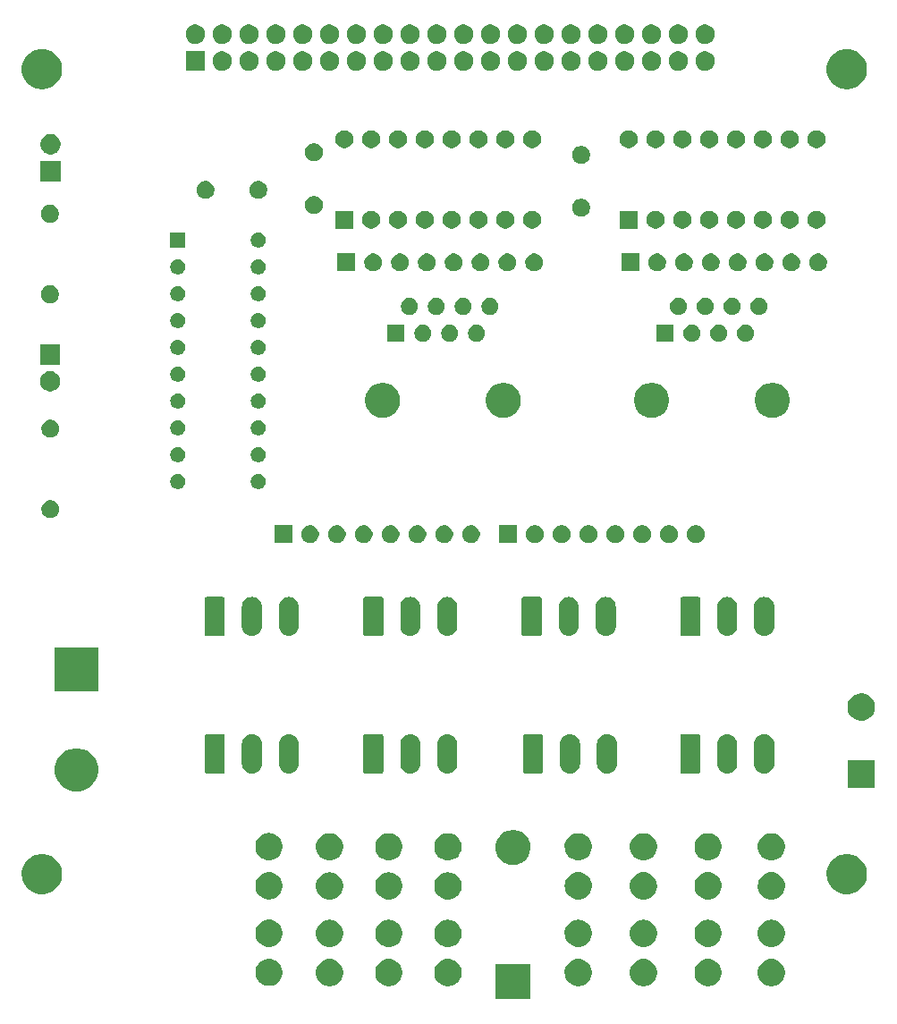
<source format=gbr>
G04 #@! TF.GenerationSoftware,KiCad,Pcbnew,(5.1.5)-3*
G04 #@! TF.CreationDate,2020-03-29T17:56:12-04:00*
G04 #@! TF.ProjectId,Multi_Expansion,4d756c74-695f-4457-9870-616e73696f6e,v2*
G04 #@! TF.SameCoordinates,Original*
G04 #@! TF.FileFunction,Soldermask,Top*
G04 #@! TF.FilePolarity,Negative*
%FSLAX46Y46*%
G04 Gerber Fmt 4.6, Leading zero omitted, Abs format (unit mm)*
G04 Created by KiCad (PCBNEW (5.1.5)-3) date 2020-03-29 17:56:12*
%MOMM*%
%LPD*%
G04 APERTURE LIST*
%ADD10C,0.100000*%
G04 APERTURE END LIST*
D10*
G36*
X118983600Y-152819600D02*
G01*
X115681600Y-152819600D01*
X115681600Y-149517600D01*
X118983600Y-149517600D01*
X118983600Y-152819600D01*
G37*
G36*
X111377485Y-149031605D02*
G01*
X111543442Y-149064616D01*
X111777934Y-149161746D01*
X111988971Y-149302756D01*
X112168444Y-149482229D01*
X112309454Y-149693266D01*
X112406584Y-149927758D01*
X112406584Y-149927760D01*
X112455106Y-150171694D01*
X112456100Y-150176694D01*
X112456100Y-150430506D01*
X112406584Y-150679442D01*
X112309454Y-150913934D01*
X112168444Y-151124971D01*
X111988971Y-151304444D01*
X111777934Y-151445454D01*
X111543442Y-151542584D01*
X111377485Y-151575595D01*
X111294507Y-151592100D01*
X111040693Y-151592100D01*
X110957715Y-151575595D01*
X110791758Y-151542584D01*
X110557266Y-151445454D01*
X110346229Y-151304444D01*
X110166756Y-151124971D01*
X110025746Y-150913934D01*
X109928616Y-150679442D01*
X109879100Y-150430506D01*
X109879100Y-150176694D01*
X109880095Y-150171694D01*
X109928616Y-149927760D01*
X109928616Y-149927758D01*
X110025746Y-149693266D01*
X110166756Y-149482229D01*
X110346229Y-149302756D01*
X110557266Y-149161746D01*
X110791758Y-149064616D01*
X110957715Y-149031605D01*
X111040693Y-149015100D01*
X111294507Y-149015100D01*
X111377485Y-149031605D01*
G37*
G36*
X105777485Y-149031605D02*
G01*
X105943442Y-149064616D01*
X106177934Y-149161746D01*
X106388971Y-149302756D01*
X106568444Y-149482229D01*
X106709454Y-149693266D01*
X106806584Y-149927758D01*
X106806584Y-149927760D01*
X106855106Y-150171694D01*
X106856100Y-150176694D01*
X106856100Y-150430506D01*
X106806584Y-150679442D01*
X106709454Y-150913934D01*
X106568444Y-151124971D01*
X106388971Y-151304444D01*
X106177934Y-151445454D01*
X105943442Y-151542584D01*
X105777485Y-151575595D01*
X105694507Y-151592100D01*
X105440693Y-151592100D01*
X105357715Y-151575595D01*
X105191758Y-151542584D01*
X104957266Y-151445454D01*
X104746229Y-151304444D01*
X104566756Y-151124971D01*
X104425746Y-150913934D01*
X104328616Y-150679442D01*
X104279100Y-150430506D01*
X104279100Y-150176694D01*
X104280095Y-150171694D01*
X104328616Y-149927760D01*
X104328616Y-149927758D01*
X104425746Y-149693266D01*
X104566756Y-149482229D01*
X104746229Y-149302756D01*
X104957266Y-149161746D01*
X105191758Y-149064616D01*
X105357715Y-149031605D01*
X105440693Y-149015100D01*
X105694507Y-149015100D01*
X105777485Y-149031605D01*
G37*
G36*
X100177485Y-149031605D02*
G01*
X100343442Y-149064616D01*
X100577934Y-149161746D01*
X100788971Y-149302756D01*
X100968444Y-149482229D01*
X101109454Y-149693266D01*
X101206584Y-149927758D01*
X101206584Y-149927760D01*
X101255106Y-150171694D01*
X101256100Y-150176694D01*
X101256100Y-150430506D01*
X101206584Y-150679442D01*
X101109454Y-150913934D01*
X100968444Y-151124971D01*
X100788971Y-151304444D01*
X100577934Y-151445454D01*
X100343442Y-151542584D01*
X100177485Y-151575595D01*
X100094507Y-151592100D01*
X99840693Y-151592100D01*
X99757715Y-151575595D01*
X99591758Y-151542584D01*
X99357266Y-151445454D01*
X99146229Y-151304444D01*
X98966756Y-151124971D01*
X98825746Y-150913934D01*
X98728616Y-150679442D01*
X98679100Y-150430506D01*
X98679100Y-150176694D01*
X98680095Y-150171694D01*
X98728616Y-149927760D01*
X98728616Y-149927758D01*
X98825746Y-149693266D01*
X98966756Y-149482229D01*
X99146229Y-149302756D01*
X99357266Y-149161746D01*
X99591758Y-149064616D01*
X99757715Y-149031605D01*
X99840693Y-149015100D01*
X100094507Y-149015100D01*
X100177485Y-149031605D01*
G37*
G36*
X142002985Y-149026605D02*
G01*
X142168942Y-149059616D01*
X142403434Y-149156746D01*
X142614471Y-149297756D01*
X142793944Y-149477229D01*
X142934954Y-149688266D01*
X143032084Y-149922758D01*
X143033079Y-149927760D01*
X143081600Y-150171693D01*
X143081600Y-150425507D01*
X143080605Y-150430507D01*
X143032084Y-150674442D01*
X142934954Y-150908934D01*
X142793944Y-151119971D01*
X142614471Y-151299444D01*
X142403434Y-151440454D01*
X142168942Y-151537584D01*
X142002985Y-151570595D01*
X141920007Y-151587100D01*
X141666193Y-151587100D01*
X141583215Y-151570595D01*
X141417258Y-151537584D01*
X141182766Y-151440454D01*
X140971729Y-151299444D01*
X140792256Y-151119971D01*
X140651246Y-150908934D01*
X140554116Y-150674442D01*
X140505595Y-150430507D01*
X140504600Y-150425507D01*
X140504600Y-150171693D01*
X140553121Y-149927760D01*
X140554116Y-149922758D01*
X140651246Y-149688266D01*
X140792256Y-149477229D01*
X140971729Y-149297756D01*
X141182766Y-149156746D01*
X141417258Y-149059616D01*
X141583215Y-149026605D01*
X141666193Y-149010100D01*
X141920007Y-149010100D01*
X142002985Y-149026605D01*
G37*
G36*
X123722485Y-149026605D02*
G01*
X123888442Y-149059616D01*
X124122934Y-149156746D01*
X124333971Y-149297756D01*
X124513444Y-149477229D01*
X124654454Y-149688266D01*
X124751584Y-149922758D01*
X124752579Y-149927760D01*
X124801100Y-150171693D01*
X124801100Y-150425507D01*
X124800105Y-150430507D01*
X124751584Y-150674442D01*
X124654454Y-150908934D01*
X124513444Y-151119971D01*
X124333971Y-151299444D01*
X124122934Y-151440454D01*
X123888442Y-151537584D01*
X123722485Y-151570595D01*
X123639507Y-151587100D01*
X123385693Y-151587100D01*
X123302715Y-151570595D01*
X123136758Y-151537584D01*
X122902266Y-151440454D01*
X122691229Y-151299444D01*
X122511756Y-151119971D01*
X122370746Y-150908934D01*
X122273616Y-150674442D01*
X122225095Y-150430507D01*
X122224100Y-150425507D01*
X122224100Y-150171693D01*
X122272621Y-149927760D01*
X122273616Y-149922758D01*
X122370746Y-149688266D01*
X122511756Y-149477229D01*
X122691229Y-149297756D01*
X122902266Y-149156746D01*
X123136758Y-149059616D01*
X123302715Y-149026605D01*
X123385693Y-149010100D01*
X123639507Y-149010100D01*
X123722485Y-149026605D01*
G37*
G36*
X136002485Y-149026605D02*
G01*
X136168442Y-149059616D01*
X136402934Y-149156746D01*
X136613971Y-149297756D01*
X136793444Y-149477229D01*
X136934454Y-149688266D01*
X137031584Y-149922758D01*
X137032579Y-149927760D01*
X137081100Y-150171693D01*
X137081100Y-150425507D01*
X137080105Y-150430507D01*
X137031584Y-150674442D01*
X136934454Y-150908934D01*
X136793444Y-151119971D01*
X136613971Y-151299444D01*
X136402934Y-151440454D01*
X136168442Y-151537584D01*
X136002485Y-151570595D01*
X135919507Y-151587100D01*
X135665693Y-151587100D01*
X135582715Y-151570595D01*
X135416758Y-151537584D01*
X135182266Y-151440454D01*
X134971229Y-151299444D01*
X134791756Y-151119971D01*
X134650746Y-150908934D01*
X134553616Y-150674442D01*
X134505095Y-150430507D01*
X134504100Y-150425507D01*
X134504100Y-150171693D01*
X134552621Y-149927760D01*
X134553616Y-149922758D01*
X134650746Y-149688266D01*
X134791756Y-149477229D01*
X134971229Y-149297756D01*
X135182266Y-149156746D01*
X135416758Y-149059616D01*
X135582715Y-149026605D01*
X135665693Y-149010100D01*
X135919507Y-149010100D01*
X136002485Y-149026605D01*
G37*
G36*
X129882485Y-149026605D02*
G01*
X130048442Y-149059616D01*
X130282934Y-149156746D01*
X130493971Y-149297756D01*
X130673444Y-149477229D01*
X130814454Y-149688266D01*
X130911584Y-149922758D01*
X130912579Y-149927760D01*
X130961100Y-150171693D01*
X130961100Y-150425507D01*
X130960105Y-150430507D01*
X130911584Y-150674442D01*
X130814454Y-150908934D01*
X130673444Y-151119971D01*
X130493971Y-151299444D01*
X130282934Y-151440454D01*
X130048442Y-151537584D01*
X129882485Y-151570595D01*
X129799507Y-151587100D01*
X129545693Y-151587100D01*
X129462715Y-151570595D01*
X129296758Y-151537584D01*
X129062266Y-151440454D01*
X128851229Y-151299444D01*
X128671756Y-151119971D01*
X128530746Y-150908934D01*
X128433616Y-150674442D01*
X128385095Y-150430507D01*
X128384100Y-150425507D01*
X128384100Y-150171693D01*
X128432621Y-149927760D01*
X128433616Y-149922758D01*
X128530746Y-149688266D01*
X128671756Y-149477229D01*
X128851229Y-149297756D01*
X129062266Y-149156746D01*
X129296758Y-149059616D01*
X129462715Y-149026605D01*
X129545693Y-149010100D01*
X129799507Y-149010100D01*
X129882485Y-149026605D01*
G37*
G36*
X94399780Y-149010100D02*
G01*
X94598442Y-149049616D01*
X94832934Y-149146746D01*
X95043971Y-149287756D01*
X95223444Y-149467229D01*
X95364454Y-149678266D01*
X95461584Y-149912758D01*
X95464568Y-149927760D01*
X95511100Y-150161693D01*
X95511100Y-150415507D01*
X95508116Y-150430507D01*
X95461584Y-150664442D01*
X95364454Y-150898934D01*
X95223444Y-151109971D01*
X95043971Y-151289444D01*
X94832934Y-151430454D01*
X94598442Y-151527584D01*
X94432485Y-151560595D01*
X94349507Y-151577100D01*
X94095693Y-151577100D01*
X94012715Y-151560595D01*
X93846758Y-151527584D01*
X93612266Y-151430454D01*
X93401229Y-151289444D01*
X93221756Y-151109971D01*
X93080746Y-150898934D01*
X92983616Y-150664442D01*
X92937084Y-150430507D01*
X92934100Y-150415507D01*
X92934100Y-150161693D01*
X92980632Y-149927760D01*
X92983616Y-149912758D01*
X93080746Y-149678266D01*
X93221756Y-149467229D01*
X93401229Y-149287756D01*
X93612266Y-149146746D01*
X93846758Y-149049616D01*
X94045420Y-149010100D01*
X94095693Y-149000100D01*
X94349507Y-149000100D01*
X94399780Y-149010100D01*
G37*
G36*
X100177485Y-145331605D02*
G01*
X100343442Y-145364616D01*
X100577934Y-145461746D01*
X100788971Y-145602756D01*
X100968444Y-145782229D01*
X101109454Y-145993266D01*
X101206584Y-146227758D01*
X101206584Y-146227760D01*
X101255106Y-146471694D01*
X101256100Y-146476694D01*
X101256100Y-146730506D01*
X101206584Y-146979442D01*
X101109454Y-147213934D01*
X100968444Y-147424971D01*
X100788971Y-147604444D01*
X100577934Y-147745454D01*
X100343442Y-147842584D01*
X100177485Y-147875595D01*
X100094507Y-147892100D01*
X99840693Y-147892100D01*
X99757715Y-147875595D01*
X99591758Y-147842584D01*
X99357266Y-147745454D01*
X99146229Y-147604444D01*
X98966756Y-147424971D01*
X98825746Y-147213934D01*
X98728616Y-146979442D01*
X98679100Y-146730506D01*
X98679100Y-146476694D01*
X98680095Y-146471694D01*
X98728616Y-146227760D01*
X98728616Y-146227758D01*
X98825746Y-145993266D01*
X98966756Y-145782229D01*
X99146229Y-145602756D01*
X99357266Y-145461746D01*
X99591758Y-145364616D01*
X99757715Y-145331605D01*
X99840693Y-145315100D01*
X100094507Y-145315100D01*
X100177485Y-145331605D01*
G37*
G36*
X111377485Y-145331605D02*
G01*
X111543442Y-145364616D01*
X111777934Y-145461746D01*
X111988971Y-145602756D01*
X112168444Y-145782229D01*
X112309454Y-145993266D01*
X112406584Y-146227758D01*
X112406584Y-146227760D01*
X112455106Y-146471694D01*
X112456100Y-146476694D01*
X112456100Y-146730506D01*
X112406584Y-146979442D01*
X112309454Y-147213934D01*
X112168444Y-147424971D01*
X111988971Y-147604444D01*
X111777934Y-147745454D01*
X111543442Y-147842584D01*
X111377485Y-147875595D01*
X111294507Y-147892100D01*
X111040693Y-147892100D01*
X110957715Y-147875595D01*
X110791758Y-147842584D01*
X110557266Y-147745454D01*
X110346229Y-147604444D01*
X110166756Y-147424971D01*
X110025746Y-147213934D01*
X109928616Y-146979442D01*
X109879100Y-146730506D01*
X109879100Y-146476694D01*
X109880095Y-146471694D01*
X109928616Y-146227760D01*
X109928616Y-146227758D01*
X110025746Y-145993266D01*
X110166756Y-145782229D01*
X110346229Y-145602756D01*
X110557266Y-145461746D01*
X110791758Y-145364616D01*
X110957715Y-145331605D01*
X111040693Y-145315100D01*
X111294507Y-145315100D01*
X111377485Y-145331605D01*
G37*
G36*
X105777485Y-145331605D02*
G01*
X105943442Y-145364616D01*
X106177934Y-145461746D01*
X106388971Y-145602756D01*
X106568444Y-145782229D01*
X106709454Y-145993266D01*
X106806584Y-146227758D01*
X106806584Y-146227760D01*
X106855106Y-146471694D01*
X106856100Y-146476694D01*
X106856100Y-146730506D01*
X106806584Y-146979442D01*
X106709454Y-147213934D01*
X106568444Y-147424971D01*
X106388971Y-147604444D01*
X106177934Y-147745454D01*
X105943442Y-147842584D01*
X105777485Y-147875595D01*
X105694507Y-147892100D01*
X105440693Y-147892100D01*
X105357715Y-147875595D01*
X105191758Y-147842584D01*
X104957266Y-147745454D01*
X104746229Y-147604444D01*
X104566756Y-147424971D01*
X104425746Y-147213934D01*
X104328616Y-146979442D01*
X104279100Y-146730506D01*
X104279100Y-146476694D01*
X104280095Y-146471694D01*
X104328616Y-146227760D01*
X104328616Y-146227758D01*
X104425746Y-145993266D01*
X104566756Y-145782229D01*
X104746229Y-145602756D01*
X104957266Y-145461746D01*
X105191758Y-145364616D01*
X105357715Y-145331605D01*
X105440693Y-145315100D01*
X105694507Y-145315100D01*
X105777485Y-145331605D01*
G37*
G36*
X129882485Y-145326605D02*
G01*
X130048442Y-145359616D01*
X130282934Y-145456746D01*
X130493971Y-145597756D01*
X130673444Y-145777229D01*
X130814454Y-145988266D01*
X130911584Y-146222758D01*
X130912579Y-146227760D01*
X130961100Y-146471693D01*
X130961100Y-146725507D01*
X130960105Y-146730507D01*
X130911584Y-146974442D01*
X130814454Y-147208934D01*
X130673444Y-147419971D01*
X130493971Y-147599444D01*
X130282934Y-147740454D01*
X130048442Y-147837584D01*
X129882485Y-147870595D01*
X129799507Y-147887100D01*
X129545693Y-147887100D01*
X129462715Y-147870595D01*
X129296758Y-147837584D01*
X129062266Y-147740454D01*
X128851229Y-147599444D01*
X128671756Y-147419971D01*
X128530746Y-147208934D01*
X128433616Y-146974442D01*
X128385095Y-146730507D01*
X128384100Y-146725507D01*
X128384100Y-146471693D01*
X128432621Y-146227760D01*
X128433616Y-146222758D01*
X128530746Y-145988266D01*
X128671756Y-145777229D01*
X128851229Y-145597756D01*
X129062266Y-145456746D01*
X129296758Y-145359616D01*
X129462715Y-145326605D01*
X129545693Y-145310100D01*
X129799507Y-145310100D01*
X129882485Y-145326605D01*
G37*
G36*
X142002985Y-145326605D02*
G01*
X142168942Y-145359616D01*
X142403434Y-145456746D01*
X142614471Y-145597756D01*
X142793944Y-145777229D01*
X142934954Y-145988266D01*
X143032084Y-146222758D01*
X143033079Y-146227760D01*
X143081600Y-146471693D01*
X143081600Y-146725507D01*
X143080605Y-146730507D01*
X143032084Y-146974442D01*
X142934954Y-147208934D01*
X142793944Y-147419971D01*
X142614471Y-147599444D01*
X142403434Y-147740454D01*
X142168942Y-147837584D01*
X142002985Y-147870595D01*
X141920007Y-147887100D01*
X141666193Y-147887100D01*
X141583215Y-147870595D01*
X141417258Y-147837584D01*
X141182766Y-147740454D01*
X140971729Y-147599444D01*
X140792256Y-147419971D01*
X140651246Y-147208934D01*
X140554116Y-146974442D01*
X140505595Y-146730507D01*
X140504600Y-146725507D01*
X140504600Y-146471693D01*
X140553121Y-146227760D01*
X140554116Y-146222758D01*
X140651246Y-145988266D01*
X140792256Y-145777229D01*
X140971729Y-145597756D01*
X141182766Y-145456746D01*
X141417258Y-145359616D01*
X141583215Y-145326605D01*
X141666193Y-145310100D01*
X141920007Y-145310100D01*
X142002985Y-145326605D01*
G37*
G36*
X123722485Y-145326605D02*
G01*
X123888442Y-145359616D01*
X124122934Y-145456746D01*
X124333971Y-145597756D01*
X124513444Y-145777229D01*
X124654454Y-145988266D01*
X124751584Y-146222758D01*
X124752579Y-146227760D01*
X124801100Y-146471693D01*
X124801100Y-146725507D01*
X124800105Y-146730507D01*
X124751584Y-146974442D01*
X124654454Y-147208934D01*
X124513444Y-147419971D01*
X124333971Y-147599444D01*
X124122934Y-147740454D01*
X123888442Y-147837584D01*
X123722485Y-147870595D01*
X123639507Y-147887100D01*
X123385693Y-147887100D01*
X123302715Y-147870595D01*
X123136758Y-147837584D01*
X122902266Y-147740454D01*
X122691229Y-147599444D01*
X122511756Y-147419971D01*
X122370746Y-147208934D01*
X122273616Y-146974442D01*
X122225095Y-146730507D01*
X122224100Y-146725507D01*
X122224100Y-146471693D01*
X122272621Y-146227760D01*
X122273616Y-146222758D01*
X122370746Y-145988266D01*
X122511756Y-145777229D01*
X122691229Y-145597756D01*
X122902266Y-145456746D01*
X123136758Y-145359616D01*
X123302715Y-145326605D01*
X123385693Y-145310100D01*
X123639507Y-145310100D01*
X123722485Y-145326605D01*
G37*
G36*
X136002485Y-145326605D02*
G01*
X136168442Y-145359616D01*
X136402934Y-145456746D01*
X136613971Y-145597756D01*
X136793444Y-145777229D01*
X136934454Y-145988266D01*
X137031584Y-146222758D01*
X137032579Y-146227760D01*
X137081100Y-146471693D01*
X137081100Y-146725507D01*
X137080105Y-146730507D01*
X137031584Y-146974442D01*
X136934454Y-147208934D01*
X136793444Y-147419971D01*
X136613971Y-147599444D01*
X136402934Y-147740454D01*
X136168442Y-147837584D01*
X136002485Y-147870595D01*
X135919507Y-147887100D01*
X135665693Y-147887100D01*
X135582715Y-147870595D01*
X135416758Y-147837584D01*
X135182266Y-147740454D01*
X134971229Y-147599444D01*
X134791756Y-147419971D01*
X134650746Y-147208934D01*
X134553616Y-146974442D01*
X134505095Y-146730507D01*
X134504100Y-146725507D01*
X134504100Y-146471693D01*
X134552621Y-146227760D01*
X134553616Y-146222758D01*
X134650746Y-145988266D01*
X134791756Y-145777229D01*
X134971229Y-145597756D01*
X135182266Y-145456746D01*
X135416758Y-145359616D01*
X135582715Y-145326605D01*
X135665693Y-145310100D01*
X135919507Y-145310100D01*
X136002485Y-145326605D01*
G37*
G36*
X94399780Y-145310100D02*
G01*
X94598442Y-145349616D01*
X94832934Y-145446746D01*
X95043971Y-145587756D01*
X95223444Y-145767229D01*
X95364454Y-145978266D01*
X95461584Y-146212758D01*
X95464568Y-146227760D01*
X95511100Y-146461693D01*
X95511100Y-146715507D01*
X95508116Y-146730507D01*
X95461584Y-146964442D01*
X95364454Y-147198934D01*
X95223444Y-147409971D01*
X95043971Y-147589444D01*
X94832934Y-147730454D01*
X94598442Y-147827584D01*
X94432485Y-147860595D01*
X94349507Y-147877100D01*
X94095693Y-147877100D01*
X94012715Y-147860595D01*
X93846758Y-147827584D01*
X93612266Y-147730454D01*
X93401229Y-147589444D01*
X93221756Y-147409971D01*
X93080746Y-147198934D01*
X92983616Y-146964442D01*
X92937084Y-146730507D01*
X92934100Y-146715507D01*
X92934100Y-146461693D01*
X92980632Y-146227760D01*
X92983616Y-146212758D01*
X93080746Y-145978266D01*
X93221756Y-145767229D01*
X93401229Y-145587756D01*
X93612266Y-145446746D01*
X93846758Y-145349616D01*
X94045420Y-145310100D01*
X94095693Y-145300100D01*
X94349507Y-145300100D01*
X94399780Y-145310100D01*
G37*
G36*
X111377485Y-140831605D02*
G01*
X111543442Y-140864616D01*
X111777934Y-140961746D01*
X111988971Y-141102756D01*
X112168444Y-141282229D01*
X112309454Y-141493266D01*
X112406584Y-141727758D01*
X112406584Y-141727760D01*
X112455106Y-141971694D01*
X112456100Y-141976694D01*
X112456100Y-142230506D01*
X112406584Y-142479442D01*
X112309454Y-142713934D01*
X112168444Y-142924971D01*
X111988971Y-143104444D01*
X111777934Y-143245454D01*
X111543442Y-143342584D01*
X111377485Y-143375595D01*
X111294507Y-143392100D01*
X111040693Y-143392100D01*
X110957715Y-143375595D01*
X110791758Y-143342584D01*
X110557266Y-143245454D01*
X110346229Y-143104444D01*
X110166756Y-142924971D01*
X110025746Y-142713934D01*
X109928616Y-142479442D01*
X109879100Y-142230506D01*
X109879100Y-141976694D01*
X109880095Y-141971694D01*
X109928616Y-141727760D01*
X109928616Y-141727758D01*
X110025746Y-141493266D01*
X110166756Y-141282229D01*
X110346229Y-141102756D01*
X110557266Y-140961746D01*
X110791758Y-140864616D01*
X110957715Y-140831605D01*
X111040693Y-140815100D01*
X111294507Y-140815100D01*
X111377485Y-140831605D01*
G37*
G36*
X105777485Y-140831605D02*
G01*
X105943442Y-140864616D01*
X106177934Y-140961746D01*
X106388971Y-141102756D01*
X106568444Y-141282229D01*
X106709454Y-141493266D01*
X106806584Y-141727758D01*
X106806584Y-141727760D01*
X106855106Y-141971694D01*
X106856100Y-141976694D01*
X106856100Y-142230506D01*
X106806584Y-142479442D01*
X106709454Y-142713934D01*
X106568444Y-142924971D01*
X106388971Y-143104444D01*
X106177934Y-143245454D01*
X105943442Y-143342584D01*
X105777485Y-143375595D01*
X105694507Y-143392100D01*
X105440693Y-143392100D01*
X105357715Y-143375595D01*
X105191758Y-143342584D01*
X104957266Y-143245454D01*
X104746229Y-143104444D01*
X104566756Y-142924971D01*
X104425746Y-142713934D01*
X104328616Y-142479442D01*
X104279100Y-142230506D01*
X104279100Y-141976694D01*
X104280095Y-141971694D01*
X104328616Y-141727760D01*
X104328616Y-141727758D01*
X104425746Y-141493266D01*
X104566756Y-141282229D01*
X104746229Y-141102756D01*
X104957266Y-140961746D01*
X105191758Y-140864616D01*
X105357715Y-140831605D01*
X105440693Y-140815100D01*
X105694507Y-140815100D01*
X105777485Y-140831605D01*
G37*
G36*
X100177485Y-140831605D02*
G01*
X100343442Y-140864616D01*
X100577934Y-140961746D01*
X100788971Y-141102756D01*
X100968444Y-141282229D01*
X101109454Y-141493266D01*
X101206584Y-141727758D01*
X101206584Y-141727760D01*
X101255106Y-141971694D01*
X101256100Y-141976694D01*
X101256100Y-142230506D01*
X101206584Y-142479442D01*
X101109454Y-142713934D01*
X100968444Y-142924971D01*
X100788971Y-143104444D01*
X100577934Y-143245454D01*
X100343442Y-143342584D01*
X100177485Y-143375595D01*
X100094507Y-143392100D01*
X99840693Y-143392100D01*
X99757715Y-143375595D01*
X99591758Y-143342584D01*
X99357266Y-143245454D01*
X99146229Y-143104444D01*
X98966756Y-142924971D01*
X98825746Y-142713934D01*
X98728616Y-142479442D01*
X98679100Y-142230506D01*
X98679100Y-141976694D01*
X98680095Y-141971694D01*
X98728616Y-141727760D01*
X98728616Y-141727758D01*
X98825746Y-141493266D01*
X98966756Y-141282229D01*
X99146229Y-141102756D01*
X99357266Y-140961746D01*
X99591758Y-140864616D01*
X99757715Y-140831605D01*
X99840693Y-140815100D01*
X100094507Y-140815100D01*
X100177485Y-140831605D01*
G37*
G36*
X136002485Y-140826605D02*
G01*
X136168442Y-140859616D01*
X136402934Y-140956746D01*
X136613971Y-141097756D01*
X136793444Y-141277229D01*
X136934454Y-141488266D01*
X137031584Y-141722758D01*
X137060924Y-141870261D01*
X137081100Y-141971693D01*
X137081100Y-142225507D01*
X137080105Y-142230507D01*
X137031584Y-142474442D01*
X136934454Y-142708934D01*
X136793444Y-142919971D01*
X136613971Y-143099444D01*
X136402934Y-143240454D01*
X136168442Y-143337584D01*
X136002485Y-143370595D01*
X135919507Y-143387100D01*
X135665693Y-143387100D01*
X135582715Y-143370595D01*
X135416758Y-143337584D01*
X135182266Y-143240454D01*
X134971229Y-143099444D01*
X134791756Y-142919971D01*
X134650746Y-142708934D01*
X134553616Y-142474442D01*
X134505095Y-142230507D01*
X134504100Y-142225507D01*
X134504100Y-141971693D01*
X134524276Y-141870261D01*
X134553616Y-141722758D01*
X134650746Y-141488266D01*
X134791756Y-141277229D01*
X134971229Y-141097756D01*
X135182266Y-140956746D01*
X135416758Y-140859616D01*
X135582715Y-140826605D01*
X135665693Y-140810100D01*
X135919507Y-140810100D01*
X136002485Y-140826605D01*
G37*
G36*
X142002985Y-140826605D02*
G01*
X142168942Y-140859616D01*
X142403434Y-140956746D01*
X142614471Y-141097756D01*
X142793944Y-141277229D01*
X142934954Y-141488266D01*
X143032084Y-141722758D01*
X143061424Y-141870261D01*
X143081600Y-141971693D01*
X143081600Y-142225507D01*
X143080605Y-142230507D01*
X143032084Y-142474442D01*
X142934954Y-142708934D01*
X142793944Y-142919971D01*
X142614471Y-143099444D01*
X142403434Y-143240454D01*
X142168942Y-143337584D01*
X142002985Y-143370595D01*
X141920007Y-143387100D01*
X141666193Y-143387100D01*
X141583215Y-143370595D01*
X141417258Y-143337584D01*
X141182766Y-143240454D01*
X140971729Y-143099444D01*
X140792256Y-142919971D01*
X140651246Y-142708934D01*
X140554116Y-142474442D01*
X140505595Y-142230507D01*
X140504600Y-142225507D01*
X140504600Y-141971693D01*
X140524776Y-141870261D01*
X140554116Y-141722758D01*
X140651246Y-141488266D01*
X140792256Y-141277229D01*
X140971729Y-141097756D01*
X141182766Y-140956746D01*
X141417258Y-140859616D01*
X141583215Y-140826605D01*
X141666193Y-140810100D01*
X141920007Y-140810100D01*
X142002985Y-140826605D01*
G37*
G36*
X123722485Y-140826605D02*
G01*
X123888442Y-140859616D01*
X124122934Y-140956746D01*
X124333971Y-141097756D01*
X124513444Y-141277229D01*
X124654454Y-141488266D01*
X124751584Y-141722758D01*
X124780924Y-141870261D01*
X124801100Y-141971693D01*
X124801100Y-142225507D01*
X124800105Y-142230507D01*
X124751584Y-142474442D01*
X124654454Y-142708934D01*
X124513444Y-142919971D01*
X124333971Y-143099444D01*
X124122934Y-143240454D01*
X123888442Y-143337584D01*
X123722485Y-143370595D01*
X123639507Y-143387100D01*
X123385693Y-143387100D01*
X123302715Y-143370595D01*
X123136758Y-143337584D01*
X122902266Y-143240454D01*
X122691229Y-143099444D01*
X122511756Y-142919971D01*
X122370746Y-142708934D01*
X122273616Y-142474442D01*
X122225095Y-142230507D01*
X122224100Y-142225507D01*
X122224100Y-141971693D01*
X122244276Y-141870261D01*
X122273616Y-141722758D01*
X122370746Y-141488266D01*
X122511756Y-141277229D01*
X122691229Y-141097756D01*
X122902266Y-140956746D01*
X123136758Y-140859616D01*
X123302715Y-140826605D01*
X123385693Y-140810100D01*
X123639507Y-140810100D01*
X123722485Y-140826605D01*
G37*
G36*
X129882485Y-140826605D02*
G01*
X130048442Y-140859616D01*
X130282934Y-140956746D01*
X130493971Y-141097756D01*
X130673444Y-141277229D01*
X130814454Y-141488266D01*
X130911584Y-141722758D01*
X130940924Y-141870261D01*
X130961100Y-141971693D01*
X130961100Y-142225507D01*
X130960105Y-142230507D01*
X130911584Y-142474442D01*
X130814454Y-142708934D01*
X130673444Y-142919971D01*
X130493971Y-143099444D01*
X130282934Y-143240454D01*
X130048442Y-143337584D01*
X129882485Y-143370595D01*
X129799507Y-143387100D01*
X129545693Y-143387100D01*
X129462715Y-143370595D01*
X129296758Y-143337584D01*
X129062266Y-143240454D01*
X128851229Y-143099444D01*
X128671756Y-142919971D01*
X128530746Y-142708934D01*
X128433616Y-142474442D01*
X128385095Y-142230507D01*
X128384100Y-142225507D01*
X128384100Y-141971693D01*
X128404276Y-141870261D01*
X128433616Y-141722758D01*
X128530746Y-141488266D01*
X128671756Y-141277229D01*
X128851229Y-141097756D01*
X129062266Y-140956746D01*
X129296758Y-140859616D01*
X129462715Y-140826605D01*
X129545693Y-140810100D01*
X129799507Y-140810100D01*
X129882485Y-140826605D01*
G37*
G36*
X94399780Y-140810100D02*
G01*
X94598442Y-140849616D01*
X94832934Y-140946746D01*
X95043971Y-141087756D01*
X95223444Y-141267229D01*
X95364454Y-141478266D01*
X95461584Y-141712758D01*
X95464568Y-141727760D01*
X95511100Y-141961693D01*
X95511100Y-142215507D01*
X95508116Y-142230507D01*
X95461584Y-142464442D01*
X95364454Y-142698934D01*
X95223444Y-142909971D01*
X95043971Y-143089444D01*
X94832934Y-143230454D01*
X94598442Y-143327584D01*
X94432485Y-143360595D01*
X94349507Y-143377100D01*
X94095693Y-143377100D01*
X94012715Y-143360595D01*
X93846758Y-143327584D01*
X93612266Y-143230454D01*
X93401229Y-143089444D01*
X93221756Y-142909971D01*
X93080746Y-142698934D01*
X92983616Y-142464442D01*
X92937084Y-142230507D01*
X92934100Y-142215507D01*
X92934100Y-141961693D01*
X92980632Y-141727760D01*
X92983616Y-141712758D01*
X93080746Y-141478266D01*
X93221756Y-141267229D01*
X93401229Y-141087756D01*
X93612266Y-140946746D01*
X93846758Y-140849616D01*
X94045420Y-140810100D01*
X94095693Y-140800100D01*
X94349507Y-140800100D01*
X94399780Y-140810100D01*
G37*
G36*
X149485501Y-139141854D02*
G01*
X149831461Y-139285156D01*
X150142817Y-139493197D01*
X150407603Y-139757983D01*
X150523675Y-139931698D01*
X150615645Y-140069341D01*
X150758946Y-140415300D01*
X150832000Y-140782567D01*
X150832000Y-141157033D01*
X150808091Y-141277230D01*
X150758946Y-141524301D01*
X150615644Y-141870261D01*
X150407603Y-142181617D01*
X150142817Y-142446403D01*
X149831461Y-142654444D01*
X149485501Y-142797746D01*
X149118233Y-142870800D01*
X148743767Y-142870800D01*
X148376499Y-142797746D01*
X148030539Y-142654444D01*
X147719183Y-142446403D01*
X147454397Y-142181617D01*
X147246356Y-141870261D01*
X147103054Y-141524301D01*
X147053909Y-141277230D01*
X147030000Y-141157033D01*
X147030000Y-140782567D01*
X147103054Y-140415300D01*
X147246355Y-140069341D01*
X147338325Y-139931698D01*
X147454397Y-139757983D01*
X147719183Y-139493197D01*
X148030539Y-139285156D01*
X148376499Y-139141854D01*
X148743767Y-139068800D01*
X149118233Y-139068800D01*
X149485501Y-139141854D01*
G37*
G36*
X73285501Y-139141854D02*
G01*
X73631461Y-139285156D01*
X73942817Y-139493197D01*
X74207603Y-139757983D01*
X74323675Y-139931698D01*
X74415645Y-140069341D01*
X74558946Y-140415300D01*
X74632000Y-140782567D01*
X74632000Y-141157033D01*
X74608091Y-141277230D01*
X74558946Y-141524301D01*
X74415644Y-141870261D01*
X74207603Y-142181617D01*
X73942817Y-142446403D01*
X73631461Y-142654444D01*
X73285501Y-142797746D01*
X72918233Y-142870800D01*
X72543767Y-142870800D01*
X72176499Y-142797746D01*
X71830539Y-142654444D01*
X71519183Y-142446403D01*
X71254397Y-142181617D01*
X71046356Y-141870261D01*
X70903054Y-141524301D01*
X70853909Y-141277230D01*
X70830000Y-141157033D01*
X70830000Y-140782567D01*
X70903054Y-140415300D01*
X71046355Y-140069341D01*
X71138325Y-139931698D01*
X71254397Y-139757983D01*
X71519183Y-139493197D01*
X71830539Y-139285156D01*
X72176499Y-139141854D01*
X72543767Y-139068800D01*
X72918233Y-139068800D01*
X73285501Y-139141854D01*
G37*
G36*
X117707856Y-136859898D02*
G01*
X117814179Y-136881047D01*
X118114642Y-137005503D01*
X118385051Y-137186185D01*
X118615015Y-137416149D01*
X118795697Y-137686558D01*
X118920153Y-137987021D01*
X118927262Y-138022760D01*
X118977773Y-138276694D01*
X118983600Y-138305991D01*
X118983600Y-138631209D01*
X118920153Y-138950179D01*
X118795697Y-139250642D01*
X118615015Y-139521051D01*
X118385051Y-139751015D01*
X118114642Y-139931697D01*
X117814179Y-140056153D01*
X117747888Y-140069339D01*
X117495211Y-140119600D01*
X117169989Y-140119600D01*
X116917312Y-140069339D01*
X116851021Y-140056153D01*
X116550558Y-139931697D01*
X116280149Y-139751015D01*
X116050185Y-139521051D01*
X115869503Y-139250642D01*
X115745047Y-138950179D01*
X115681600Y-138631209D01*
X115681600Y-138305991D01*
X115687428Y-138276694D01*
X115737938Y-138022760D01*
X115745047Y-137987021D01*
X115869503Y-137686558D01*
X116050185Y-137416149D01*
X116280149Y-137186185D01*
X116550558Y-137005503D01*
X116851021Y-136881047D01*
X116957344Y-136859898D01*
X117169989Y-136817600D01*
X117495211Y-136817600D01*
X117707856Y-136859898D01*
G37*
G36*
X111377485Y-137131605D02*
G01*
X111543442Y-137164616D01*
X111777934Y-137261746D01*
X111988971Y-137402756D01*
X112168444Y-137582229D01*
X112309454Y-137793266D01*
X112406584Y-138027758D01*
X112406584Y-138027760D01*
X112455106Y-138271694D01*
X112456100Y-138276694D01*
X112456100Y-138530506D01*
X112406584Y-138779442D01*
X112309454Y-139013934D01*
X112168444Y-139224971D01*
X111988971Y-139404444D01*
X111777934Y-139545454D01*
X111543442Y-139642584D01*
X111377485Y-139675595D01*
X111294507Y-139692100D01*
X111040693Y-139692100D01*
X110957715Y-139675595D01*
X110791758Y-139642584D01*
X110557266Y-139545454D01*
X110346229Y-139404444D01*
X110166756Y-139224971D01*
X110025746Y-139013934D01*
X109928616Y-138779442D01*
X109879100Y-138530506D01*
X109879100Y-138276694D01*
X109880095Y-138271694D01*
X109928616Y-138027760D01*
X109928616Y-138027758D01*
X110025746Y-137793266D01*
X110166756Y-137582229D01*
X110346229Y-137402756D01*
X110557266Y-137261746D01*
X110791758Y-137164616D01*
X110957715Y-137131605D01*
X111040693Y-137115100D01*
X111294507Y-137115100D01*
X111377485Y-137131605D01*
G37*
G36*
X100177485Y-137131605D02*
G01*
X100343442Y-137164616D01*
X100577934Y-137261746D01*
X100788971Y-137402756D01*
X100968444Y-137582229D01*
X101109454Y-137793266D01*
X101206584Y-138027758D01*
X101206584Y-138027760D01*
X101255106Y-138271694D01*
X101256100Y-138276694D01*
X101256100Y-138530506D01*
X101206584Y-138779442D01*
X101109454Y-139013934D01*
X100968444Y-139224971D01*
X100788971Y-139404444D01*
X100577934Y-139545454D01*
X100343442Y-139642584D01*
X100177485Y-139675595D01*
X100094507Y-139692100D01*
X99840693Y-139692100D01*
X99757715Y-139675595D01*
X99591758Y-139642584D01*
X99357266Y-139545454D01*
X99146229Y-139404444D01*
X98966756Y-139224971D01*
X98825746Y-139013934D01*
X98728616Y-138779442D01*
X98679100Y-138530506D01*
X98679100Y-138276694D01*
X98680095Y-138271694D01*
X98728616Y-138027760D01*
X98728616Y-138027758D01*
X98825746Y-137793266D01*
X98966756Y-137582229D01*
X99146229Y-137402756D01*
X99357266Y-137261746D01*
X99591758Y-137164616D01*
X99757715Y-137131605D01*
X99840693Y-137115100D01*
X100094507Y-137115100D01*
X100177485Y-137131605D01*
G37*
G36*
X105777485Y-137131605D02*
G01*
X105943442Y-137164616D01*
X106177934Y-137261746D01*
X106388971Y-137402756D01*
X106568444Y-137582229D01*
X106709454Y-137793266D01*
X106806584Y-138027758D01*
X106806584Y-138027760D01*
X106855106Y-138271694D01*
X106856100Y-138276694D01*
X106856100Y-138530506D01*
X106806584Y-138779442D01*
X106709454Y-139013934D01*
X106568444Y-139224971D01*
X106388971Y-139404444D01*
X106177934Y-139545454D01*
X105943442Y-139642584D01*
X105777485Y-139675595D01*
X105694507Y-139692100D01*
X105440693Y-139692100D01*
X105357715Y-139675595D01*
X105191758Y-139642584D01*
X104957266Y-139545454D01*
X104746229Y-139404444D01*
X104566756Y-139224971D01*
X104425746Y-139013934D01*
X104328616Y-138779442D01*
X104279100Y-138530506D01*
X104279100Y-138276694D01*
X104280095Y-138271694D01*
X104328616Y-138027760D01*
X104328616Y-138027758D01*
X104425746Y-137793266D01*
X104566756Y-137582229D01*
X104746229Y-137402756D01*
X104957266Y-137261746D01*
X105191758Y-137164616D01*
X105357715Y-137131605D01*
X105440693Y-137115100D01*
X105694507Y-137115100D01*
X105777485Y-137131605D01*
G37*
G36*
X136002485Y-137126605D02*
G01*
X136168442Y-137159616D01*
X136402934Y-137256746D01*
X136613971Y-137397756D01*
X136793444Y-137577229D01*
X136934454Y-137788266D01*
X137031584Y-138022758D01*
X137032579Y-138027760D01*
X137081100Y-138271693D01*
X137081100Y-138525507D01*
X137080105Y-138530507D01*
X137031584Y-138774442D01*
X136934454Y-139008934D01*
X136793444Y-139219971D01*
X136613971Y-139399444D01*
X136402934Y-139540454D01*
X136168442Y-139637584D01*
X136002485Y-139670595D01*
X135919507Y-139687100D01*
X135665693Y-139687100D01*
X135582715Y-139670595D01*
X135416758Y-139637584D01*
X135182266Y-139540454D01*
X134971229Y-139399444D01*
X134791756Y-139219971D01*
X134650746Y-139008934D01*
X134553616Y-138774442D01*
X134505095Y-138530507D01*
X134504100Y-138525507D01*
X134504100Y-138271693D01*
X134552621Y-138027760D01*
X134553616Y-138022758D01*
X134650746Y-137788266D01*
X134791756Y-137577229D01*
X134971229Y-137397756D01*
X135182266Y-137256746D01*
X135416758Y-137159616D01*
X135582715Y-137126605D01*
X135665693Y-137110100D01*
X135919507Y-137110100D01*
X136002485Y-137126605D01*
G37*
G36*
X142002985Y-137126605D02*
G01*
X142168942Y-137159616D01*
X142403434Y-137256746D01*
X142614471Y-137397756D01*
X142793944Y-137577229D01*
X142934954Y-137788266D01*
X143032084Y-138022758D01*
X143033079Y-138027760D01*
X143081600Y-138271693D01*
X143081600Y-138525507D01*
X143080605Y-138530507D01*
X143032084Y-138774442D01*
X142934954Y-139008934D01*
X142793944Y-139219971D01*
X142614471Y-139399444D01*
X142403434Y-139540454D01*
X142168942Y-139637584D01*
X142002985Y-139670595D01*
X141920007Y-139687100D01*
X141666193Y-139687100D01*
X141583215Y-139670595D01*
X141417258Y-139637584D01*
X141182766Y-139540454D01*
X140971729Y-139399444D01*
X140792256Y-139219971D01*
X140651246Y-139008934D01*
X140554116Y-138774442D01*
X140505595Y-138530507D01*
X140504600Y-138525507D01*
X140504600Y-138271693D01*
X140553121Y-138027760D01*
X140554116Y-138022758D01*
X140651246Y-137788266D01*
X140792256Y-137577229D01*
X140971729Y-137397756D01*
X141182766Y-137256746D01*
X141417258Y-137159616D01*
X141583215Y-137126605D01*
X141666193Y-137110100D01*
X141920007Y-137110100D01*
X142002985Y-137126605D01*
G37*
G36*
X129882485Y-137126605D02*
G01*
X130048442Y-137159616D01*
X130282934Y-137256746D01*
X130493971Y-137397756D01*
X130673444Y-137577229D01*
X130814454Y-137788266D01*
X130911584Y-138022758D01*
X130912579Y-138027760D01*
X130961100Y-138271693D01*
X130961100Y-138525507D01*
X130960105Y-138530507D01*
X130911584Y-138774442D01*
X130814454Y-139008934D01*
X130673444Y-139219971D01*
X130493971Y-139399444D01*
X130282934Y-139540454D01*
X130048442Y-139637584D01*
X129882485Y-139670595D01*
X129799507Y-139687100D01*
X129545693Y-139687100D01*
X129462715Y-139670595D01*
X129296758Y-139637584D01*
X129062266Y-139540454D01*
X128851229Y-139399444D01*
X128671756Y-139219971D01*
X128530746Y-139008934D01*
X128433616Y-138774442D01*
X128385095Y-138530507D01*
X128384100Y-138525507D01*
X128384100Y-138271693D01*
X128432621Y-138027760D01*
X128433616Y-138022758D01*
X128530746Y-137788266D01*
X128671756Y-137577229D01*
X128851229Y-137397756D01*
X129062266Y-137256746D01*
X129296758Y-137159616D01*
X129462715Y-137126605D01*
X129545693Y-137110100D01*
X129799507Y-137110100D01*
X129882485Y-137126605D01*
G37*
G36*
X123722485Y-137126605D02*
G01*
X123888442Y-137159616D01*
X124122934Y-137256746D01*
X124333971Y-137397756D01*
X124513444Y-137577229D01*
X124654454Y-137788266D01*
X124751584Y-138022758D01*
X124752579Y-138027760D01*
X124801100Y-138271693D01*
X124801100Y-138525507D01*
X124800105Y-138530507D01*
X124751584Y-138774442D01*
X124654454Y-139008934D01*
X124513444Y-139219971D01*
X124333971Y-139399444D01*
X124122934Y-139540454D01*
X123888442Y-139637584D01*
X123722485Y-139670595D01*
X123639507Y-139687100D01*
X123385693Y-139687100D01*
X123302715Y-139670595D01*
X123136758Y-139637584D01*
X122902266Y-139540454D01*
X122691229Y-139399444D01*
X122511756Y-139219971D01*
X122370746Y-139008934D01*
X122273616Y-138774442D01*
X122225095Y-138530507D01*
X122224100Y-138525507D01*
X122224100Y-138271693D01*
X122272621Y-138027760D01*
X122273616Y-138022758D01*
X122370746Y-137788266D01*
X122511756Y-137577229D01*
X122691229Y-137397756D01*
X122902266Y-137256746D01*
X123136758Y-137159616D01*
X123302715Y-137126605D01*
X123385693Y-137110100D01*
X123639507Y-137110100D01*
X123722485Y-137126605D01*
G37*
G36*
X94399780Y-137110100D02*
G01*
X94598442Y-137149616D01*
X94832934Y-137246746D01*
X95043971Y-137387756D01*
X95223444Y-137567229D01*
X95364454Y-137778266D01*
X95461584Y-138012758D01*
X95464568Y-138027760D01*
X95511100Y-138261693D01*
X95511100Y-138515507D01*
X95508116Y-138530507D01*
X95461584Y-138764442D01*
X95364454Y-138998934D01*
X95223444Y-139209971D01*
X95043971Y-139389444D01*
X94832934Y-139530454D01*
X94598442Y-139627584D01*
X94432485Y-139660595D01*
X94349507Y-139677100D01*
X94095693Y-139677100D01*
X94012715Y-139660595D01*
X93846758Y-139627584D01*
X93612266Y-139530454D01*
X93401229Y-139389444D01*
X93221756Y-139209971D01*
X93080746Y-138998934D01*
X92983616Y-138764442D01*
X92937084Y-138530507D01*
X92934100Y-138515507D01*
X92934100Y-138261693D01*
X92980632Y-138027760D01*
X92983616Y-138012758D01*
X93080746Y-137778266D01*
X93221756Y-137567229D01*
X93401229Y-137387756D01*
X93612266Y-137246746D01*
X93846758Y-137149616D01*
X94045420Y-137110100D01*
X94095693Y-137100100D01*
X94349507Y-137100100D01*
X94399780Y-137110100D01*
G37*
G36*
X76599254Y-129145618D02*
G01*
X76972511Y-129300226D01*
X76972513Y-129300227D01*
X77308436Y-129524684D01*
X77594116Y-129810364D01*
X77818574Y-130146289D01*
X77973182Y-130519546D01*
X78052000Y-130915793D01*
X78052000Y-131319807D01*
X77973182Y-131716054D01*
X77818574Y-132089311D01*
X77818573Y-132089313D01*
X77594116Y-132425236D01*
X77308436Y-132710916D01*
X76972513Y-132935373D01*
X76972512Y-132935374D01*
X76972511Y-132935374D01*
X76599254Y-133089982D01*
X76203007Y-133168800D01*
X75798993Y-133168800D01*
X75402746Y-133089982D01*
X75029489Y-132935374D01*
X75029488Y-132935374D01*
X75029487Y-132935373D01*
X74693564Y-132710916D01*
X74407884Y-132425236D01*
X74183427Y-132089313D01*
X74183426Y-132089311D01*
X74028818Y-131716054D01*
X73950000Y-131319807D01*
X73950000Y-130915793D01*
X74028818Y-130519546D01*
X74183426Y-130146289D01*
X74407884Y-129810364D01*
X74693564Y-129524684D01*
X75029487Y-129300227D01*
X75029489Y-129300226D01*
X75402746Y-129145618D01*
X75798993Y-129066800D01*
X76203007Y-129066800D01*
X76599254Y-129145618D01*
G37*
G36*
X151602000Y-132818800D02*
G01*
X149000000Y-132818800D01*
X149000000Y-130216800D01*
X151602000Y-130216800D01*
X151602000Y-132818800D01*
G37*
G36*
X126400766Y-127762760D02*
G01*
X126400769Y-127762761D01*
X126400770Y-127762761D01*
X126580034Y-127817140D01*
X126580037Y-127817142D01*
X126580038Y-127817142D01*
X126745245Y-127905446D01*
X126890054Y-128024288D01*
X127008896Y-128169097D01*
X127097200Y-128334303D01*
X127097202Y-128334307D01*
X127097202Y-128334308D01*
X127151582Y-128513575D01*
X127165342Y-128653282D01*
X127165342Y-130546718D01*
X127151582Y-130686425D01*
X127151581Y-130686428D01*
X127151581Y-130686429D01*
X127097202Y-130865693D01*
X127097200Y-130865696D01*
X127097200Y-130865697D01*
X127008896Y-131030903D01*
X126890054Y-131175712D01*
X126745245Y-131294554D01*
X126597767Y-131373382D01*
X126580035Y-131382860D01*
X126400771Y-131437239D01*
X126400770Y-131437239D01*
X126400767Y-131437240D01*
X126214342Y-131455601D01*
X126027918Y-131437240D01*
X126027915Y-131437239D01*
X126027914Y-131437239D01*
X125848650Y-131382860D01*
X125830918Y-131373382D01*
X125683440Y-131294554D01*
X125538631Y-131175712D01*
X125419789Y-131030903D01*
X125331485Y-130865697D01*
X125331485Y-130865696D01*
X125331483Y-130865693D01*
X125277104Y-130686429D01*
X125277104Y-130686428D01*
X125277103Y-130686425D01*
X125263342Y-130546717D01*
X125263342Y-128653283D01*
X125277102Y-128513576D01*
X125277103Y-128513572D01*
X125331482Y-128334308D01*
X125331485Y-128334303D01*
X125419788Y-128169097D01*
X125538630Y-128024288D01*
X125683439Y-127905446D01*
X125848645Y-127817142D01*
X125848646Y-127817142D01*
X125848649Y-127817140D01*
X126027913Y-127762761D01*
X126027914Y-127762761D01*
X126027917Y-127762760D01*
X126214342Y-127744399D01*
X126400766Y-127762760D01*
G37*
G36*
X141286424Y-127762760D02*
G01*
X141286427Y-127762761D01*
X141286428Y-127762761D01*
X141465692Y-127817140D01*
X141465695Y-127817142D01*
X141465696Y-127817142D01*
X141630903Y-127905446D01*
X141775712Y-128024288D01*
X141894554Y-128169097D01*
X141982858Y-128334303D01*
X141982860Y-128334307D01*
X141982860Y-128334308D01*
X142037240Y-128513575D01*
X142051000Y-128653282D01*
X142051000Y-130546718D01*
X142037240Y-130686425D01*
X142037239Y-130686428D01*
X142037239Y-130686429D01*
X141982860Y-130865693D01*
X141982858Y-130865696D01*
X141982858Y-130865697D01*
X141894554Y-131030903D01*
X141775712Y-131175712D01*
X141630903Y-131294554D01*
X141483425Y-131373382D01*
X141465693Y-131382860D01*
X141286429Y-131437239D01*
X141286428Y-131437239D01*
X141286425Y-131437240D01*
X141100000Y-131455601D01*
X140913576Y-131437240D01*
X140913573Y-131437239D01*
X140913572Y-131437239D01*
X140734308Y-131382860D01*
X140716576Y-131373382D01*
X140569098Y-131294554D01*
X140424289Y-131175712D01*
X140305447Y-131030903D01*
X140217143Y-130865697D01*
X140217143Y-130865696D01*
X140217141Y-130865693D01*
X140162762Y-130686429D01*
X140162762Y-130686428D01*
X140162761Y-130686425D01*
X140149000Y-130546717D01*
X140149000Y-128653283D01*
X140162760Y-128513576D01*
X140162761Y-128513572D01*
X140217140Y-128334308D01*
X140217143Y-128334303D01*
X140305446Y-128169097D01*
X140424288Y-128024288D01*
X140569097Y-127905446D01*
X140734303Y-127817142D01*
X140734304Y-127817142D01*
X140734307Y-127817140D01*
X140913571Y-127762761D01*
X140913572Y-127762761D01*
X140913575Y-127762760D01*
X141100000Y-127744399D01*
X141286424Y-127762760D01*
G37*
G36*
X137786424Y-127762760D02*
G01*
X137786427Y-127762761D01*
X137786428Y-127762761D01*
X137965692Y-127817140D01*
X137965695Y-127817142D01*
X137965696Y-127817142D01*
X138130903Y-127905446D01*
X138275712Y-128024288D01*
X138394554Y-128169097D01*
X138482858Y-128334303D01*
X138482860Y-128334307D01*
X138482860Y-128334308D01*
X138537240Y-128513575D01*
X138551000Y-128653282D01*
X138551000Y-130546718D01*
X138537240Y-130686425D01*
X138537239Y-130686428D01*
X138537239Y-130686429D01*
X138482860Y-130865693D01*
X138482858Y-130865696D01*
X138482858Y-130865697D01*
X138394554Y-131030903D01*
X138275712Y-131175712D01*
X138130903Y-131294554D01*
X137983425Y-131373382D01*
X137965693Y-131382860D01*
X137786429Y-131437239D01*
X137786428Y-131437239D01*
X137786425Y-131437240D01*
X137600000Y-131455601D01*
X137413576Y-131437240D01*
X137413573Y-131437239D01*
X137413572Y-131437239D01*
X137234308Y-131382860D01*
X137216576Y-131373382D01*
X137069098Y-131294554D01*
X136924289Y-131175712D01*
X136805447Y-131030903D01*
X136717143Y-130865697D01*
X136717143Y-130865696D01*
X136717141Y-130865693D01*
X136662762Y-130686429D01*
X136662762Y-130686428D01*
X136662761Y-130686425D01*
X136649000Y-130546717D01*
X136649000Y-128653283D01*
X136662760Y-128513576D01*
X136662761Y-128513572D01*
X136717140Y-128334308D01*
X136717143Y-128334303D01*
X136805446Y-128169097D01*
X136924288Y-128024288D01*
X137069097Y-127905446D01*
X137234303Y-127817142D01*
X137234304Y-127817142D01*
X137234307Y-127817140D01*
X137413571Y-127762761D01*
X137413572Y-127762761D01*
X137413575Y-127762760D01*
X137600000Y-127744399D01*
X137786424Y-127762760D01*
G37*
G36*
X122900766Y-127762760D02*
G01*
X122900769Y-127762761D01*
X122900770Y-127762761D01*
X123080034Y-127817140D01*
X123080037Y-127817142D01*
X123080038Y-127817142D01*
X123245245Y-127905446D01*
X123390054Y-128024288D01*
X123508896Y-128169097D01*
X123597200Y-128334303D01*
X123597202Y-128334307D01*
X123597202Y-128334308D01*
X123651582Y-128513575D01*
X123665342Y-128653282D01*
X123665342Y-130546718D01*
X123651582Y-130686425D01*
X123651581Y-130686428D01*
X123651581Y-130686429D01*
X123597202Y-130865693D01*
X123597200Y-130865696D01*
X123597200Y-130865697D01*
X123508896Y-131030903D01*
X123390054Y-131175712D01*
X123245245Y-131294554D01*
X123097767Y-131373382D01*
X123080035Y-131382860D01*
X122900771Y-131437239D01*
X122900770Y-131437239D01*
X122900767Y-131437240D01*
X122714342Y-131455601D01*
X122527918Y-131437240D01*
X122527915Y-131437239D01*
X122527914Y-131437239D01*
X122348650Y-131382860D01*
X122330918Y-131373382D01*
X122183440Y-131294554D01*
X122038631Y-131175712D01*
X121919789Y-131030903D01*
X121831485Y-130865697D01*
X121831485Y-130865696D01*
X121831483Y-130865693D01*
X121777104Y-130686429D01*
X121777104Y-130686428D01*
X121777103Y-130686425D01*
X121763342Y-130546717D01*
X121763342Y-128653283D01*
X121777102Y-128513576D01*
X121777103Y-128513572D01*
X121831482Y-128334308D01*
X121831485Y-128334303D01*
X121919788Y-128169097D01*
X122038630Y-128024288D01*
X122183439Y-127905446D01*
X122348645Y-127817142D01*
X122348646Y-127817142D01*
X122348649Y-127817140D01*
X122527913Y-127762761D01*
X122527914Y-127762761D01*
X122527917Y-127762760D01*
X122714342Y-127744399D01*
X122900766Y-127762760D01*
G37*
G36*
X92786424Y-127762760D02*
G01*
X92786427Y-127762761D01*
X92786428Y-127762761D01*
X92965692Y-127817140D01*
X92965695Y-127817142D01*
X92965696Y-127817142D01*
X93130903Y-127905446D01*
X93275712Y-128024288D01*
X93394554Y-128169097D01*
X93482858Y-128334303D01*
X93482860Y-128334307D01*
X93482860Y-128334308D01*
X93537240Y-128513575D01*
X93551000Y-128653282D01*
X93551000Y-130546718D01*
X93537240Y-130686425D01*
X93537239Y-130686428D01*
X93537239Y-130686429D01*
X93482860Y-130865693D01*
X93482858Y-130865696D01*
X93482858Y-130865697D01*
X93394554Y-131030903D01*
X93275712Y-131175712D01*
X93130903Y-131294554D01*
X92983425Y-131373382D01*
X92965693Y-131382860D01*
X92786429Y-131437239D01*
X92786428Y-131437239D01*
X92786425Y-131437240D01*
X92600000Y-131455601D01*
X92413576Y-131437240D01*
X92413573Y-131437239D01*
X92413572Y-131437239D01*
X92234308Y-131382860D01*
X92216576Y-131373382D01*
X92069098Y-131294554D01*
X91924289Y-131175712D01*
X91805447Y-131030903D01*
X91717143Y-130865697D01*
X91717143Y-130865696D01*
X91717141Y-130865693D01*
X91662762Y-130686429D01*
X91662762Y-130686428D01*
X91662761Y-130686425D01*
X91649000Y-130546717D01*
X91649000Y-128653283D01*
X91662760Y-128513576D01*
X91662761Y-128513572D01*
X91717140Y-128334308D01*
X91717143Y-128334303D01*
X91805446Y-128169097D01*
X91924288Y-128024288D01*
X92069097Y-127905446D01*
X92234303Y-127817142D01*
X92234304Y-127817142D01*
X92234307Y-127817140D01*
X92413571Y-127762761D01*
X92413572Y-127762761D01*
X92413575Y-127762760D01*
X92600000Y-127744399D01*
X92786424Y-127762760D01*
G37*
G36*
X96286424Y-127762760D02*
G01*
X96286427Y-127762761D01*
X96286428Y-127762761D01*
X96465692Y-127817140D01*
X96465695Y-127817142D01*
X96465696Y-127817142D01*
X96630903Y-127905446D01*
X96775712Y-128024288D01*
X96894554Y-128169097D01*
X96982858Y-128334303D01*
X96982860Y-128334307D01*
X96982860Y-128334308D01*
X97037240Y-128513575D01*
X97051000Y-128653282D01*
X97051000Y-130546718D01*
X97037240Y-130686425D01*
X97037239Y-130686428D01*
X97037239Y-130686429D01*
X96982860Y-130865693D01*
X96982858Y-130865696D01*
X96982858Y-130865697D01*
X96894554Y-131030903D01*
X96775712Y-131175712D01*
X96630903Y-131294554D01*
X96483425Y-131373382D01*
X96465693Y-131382860D01*
X96286429Y-131437239D01*
X96286428Y-131437239D01*
X96286425Y-131437240D01*
X96100000Y-131455601D01*
X95913576Y-131437240D01*
X95913573Y-131437239D01*
X95913572Y-131437239D01*
X95734308Y-131382860D01*
X95716576Y-131373382D01*
X95569098Y-131294554D01*
X95424289Y-131175712D01*
X95305447Y-131030903D01*
X95217143Y-130865697D01*
X95217143Y-130865696D01*
X95217141Y-130865693D01*
X95162762Y-130686429D01*
X95162762Y-130686428D01*
X95162761Y-130686425D01*
X95149000Y-130546717D01*
X95149000Y-128653283D01*
X95162760Y-128513576D01*
X95162761Y-128513572D01*
X95217140Y-128334308D01*
X95217143Y-128334303D01*
X95305446Y-128169097D01*
X95424288Y-128024288D01*
X95569097Y-127905446D01*
X95734303Y-127817142D01*
X95734304Y-127817142D01*
X95734307Y-127817140D01*
X95913571Y-127762761D01*
X95913572Y-127762761D01*
X95913575Y-127762760D01*
X96100000Y-127744399D01*
X96286424Y-127762760D01*
G37*
G36*
X107786424Y-127762760D02*
G01*
X107786427Y-127762761D01*
X107786428Y-127762761D01*
X107965692Y-127817140D01*
X107965695Y-127817142D01*
X107965696Y-127817142D01*
X108130903Y-127905446D01*
X108275712Y-128024288D01*
X108394554Y-128169097D01*
X108482858Y-128334303D01*
X108482860Y-128334307D01*
X108482860Y-128334308D01*
X108537240Y-128513575D01*
X108551000Y-128653282D01*
X108551000Y-130546718D01*
X108537240Y-130686425D01*
X108537239Y-130686428D01*
X108537239Y-130686429D01*
X108482860Y-130865693D01*
X108482858Y-130865696D01*
X108482858Y-130865697D01*
X108394554Y-131030903D01*
X108275712Y-131175712D01*
X108130903Y-131294554D01*
X107983425Y-131373382D01*
X107965693Y-131382860D01*
X107786429Y-131437239D01*
X107786428Y-131437239D01*
X107786425Y-131437240D01*
X107600000Y-131455601D01*
X107413576Y-131437240D01*
X107413573Y-131437239D01*
X107413572Y-131437239D01*
X107234308Y-131382860D01*
X107216576Y-131373382D01*
X107069098Y-131294554D01*
X106924289Y-131175712D01*
X106805447Y-131030903D01*
X106717143Y-130865697D01*
X106717143Y-130865696D01*
X106717141Y-130865693D01*
X106662762Y-130686429D01*
X106662762Y-130686428D01*
X106662761Y-130686425D01*
X106649000Y-130546717D01*
X106649000Y-128653283D01*
X106662760Y-128513576D01*
X106662761Y-128513572D01*
X106717140Y-128334308D01*
X106717143Y-128334303D01*
X106805446Y-128169097D01*
X106924288Y-128024288D01*
X107069097Y-127905446D01*
X107234303Y-127817142D01*
X107234304Y-127817142D01*
X107234307Y-127817140D01*
X107413571Y-127762761D01*
X107413572Y-127762761D01*
X107413575Y-127762760D01*
X107600000Y-127744399D01*
X107786424Y-127762760D01*
G37*
G36*
X111286424Y-127762760D02*
G01*
X111286427Y-127762761D01*
X111286428Y-127762761D01*
X111465692Y-127817140D01*
X111465695Y-127817142D01*
X111465696Y-127817142D01*
X111630903Y-127905446D01*
X111775712Y-128024288D01*
X111894554Y-128169097D01*
X111982858Y-128334303D01*
X111982860Y-128334307D01*
X111982860Y-128334308D01*
X112037240Y-128513575D01*
X112051000Y-128653282D01*
X112051000Y-130546718D01*
X112037240Y-130686425D01*
X112037239Y-130686428D01*
X112037239Y-130686429D01*
X111982860Y-130865693D01*
X111982858Y-130865696D01*
X111982858Y-130865697D01*
X111894554Y-131030903D01*
X111775712Y-131175712D01*
X111630903Y-131294554D01*
X111483425Y-131373382D01*
X111465693Y-131382860D01*
X111286429Y-131437239D01*
X111286428Y-131437239D01*
X111286425Y-131437240D01*
X111100000Y-131455601D01*
X110913576Y-131437240D01*
X110913573Y-131437239D01*
X110913572Y-131437239D01*
X110734308Y-131382860D01*
X110716576Y-131373382D01*
X110569098Y-131294554D01*
X110424289Y-131175712D01*
X110305447Y-131030903D01*
X110217143Y-130865697D01*
X110217143Y-130865696D01*
X110217141Y-130865693D01*
X110162762Y-130686429D01*
X110162762Y-130686428D01*
X110162761Y-130686425D01*
X110149000Y-130546717D01*
X110149000Y-128653283D01*
X110162760Y-128513576D01*
X110162761Y-128513572D01*
X110217140Y-128334308D01*
X110217143Y-128334303D01*
X110305446Y-128169097D01*
X110424288Y-128024288D01*
X110569097Y-127905446D01*
X110734303Y-127817142D01*
X110734304Y-127817142D01*
X110734307Y-127817140D01*
X110913571Y-127762761D01*
X110913572Y-127762761D01*
X110913575Y-127762760D01*
X111100000Y-127744399D01*
X111286424Y-127762760D01*
G37*
G36*
X104910915Y-127752934D02*
G01*
X104943424Y-127762795D01*
X104973382Y-127778809D01*
X104999641Y-127800359D01*
X105021191Y-127826618D01*
X105037205Y-127856576D01*
X105047066Y-127889085D01*
X105051000Y-127929029D01*
X105051000Y-131270971D01*
X105047066Y-131310915D01*
X105037205Y-131343424D01*
X105021191Y-131373382D01*
X104999641Y-131399641D01*
X104973382Y-131421191D01*
X104943424Y-131437205D01*
X104910915Y-131447066D01*
X104870971Y-131451000D01*
X103329029Y-131451000D01*
X103289085Y-131447066D01*
X103256576Y-131437205D01*
X103226618Y-131421191D01*
X103200359Y-131399641D01*
X103178809Y-131373382D01*
X103162795Y-131343424D01*
X103152934Y-131310915D01*
X103149000Y-131270971D01*
X103149000Y-127929029D01*
X103152934Y-127889085D01*
X103162795Y-127856576D01*
X103178809Y-127826618D01*
X103200359Y-127800359D01*
X103226618Y-127778809D01*
X103256576Y-127762795D01*
X103289085Y-127752934D01*
X103329029Y-127749000D01*
X104870971Y-127749000D01*
X104910915Y-127752934D01*
G37*
G36*
X89910915Y-127752934D02*
G01*
X89943424Y-127762795D01*
X89973382Y-127778809D01*
X89999641Y-127800359D01*
X90021191Y-127826618D01*
X90037205Y-127856576D01*
X90047066Y-127889085D01*
X90051000Y-127929029D01*
X90051000Y-131270971D01*
X90047066Y-131310915D01*
X90037205Y-131343424D01*
X90021191Y-131373382D01*
X89999641Y-131399641D01*
X89973382Y-131421191D01*
X89943424Y-131437205D01*
X89910915Y-131447066D01*
X89870971Y-131451000D01*
X88329029Y-131451000D01*
X88289085Y-131447066D01*
X88256576Y-131437205D01*
X88226618Y-131421191D01*
X88200359Y-131399641D01*
X88178809Y-131373382D01*
X88162795Y-131343424D01*
X88152934Y-131310915D01*
X88149000Y-131270971D01*
X88149000Y-127929029D01*
X88152934Y-127889085D01*
X88162795Y-127856576D01*
X88178809Y-127826618D01*
X88200359Y-127800359D01*
X88226618Y-127778809D01*
X88256576Y-127762795D01*
X88289085Y-127752934D01*
X88329029Y-127749000D01*
X89870971Y-127749000D01*
X89910915Y-127752934D01*
G37*
G36*
X120025257Y-127752934D02*
G01*
X120057766Y-127762795D01*
X120087724Y-127778809D01*
X120113983Y-127800359D01*
X120135533Y-127826618D01*
X120151547Y-127856576D01*
X120161408Y-127889085D01*
X120165342Y-127929029D01*
X120165342Y-131270971D01*
X120161408Y-131310915D01*
X120151547Y-131343424D01*
X120135533Y-131373382D01*
X120113983Y-131399641D01*
X120087724Y-131421191D01*
X120057766Y-131437205D01*
X120025257Y-131447066D01*
X119985313Y-131451000D01*
X118443371Y-131451000D01*
X118403427Y-131447066D01*
X118370918Y-131437205D01*
X118340960Y-131421191D01*
X118314701Y-131399641D01*
X118293151Y-131373382D01*
X118277137Y-131343424D01*
X118267276Y-131310915D01*
X118263342Y-131270971D01*
X118263342Y-127929029D01*
X118267276Y-127889085D01*
X118277137Y-127856576D01*
X118293151Y-127826618D01*
X118314701Y-127800359D01*
X118340960Y-127778809D01*
X118370918Y-127762795D01*
X118403427Y-127752934D01*
X118443371Y-127749000D01*
X119985313Y-127749000D01*
X120025257Y-127752934D01*
G37*
G36*
X134910915Y-127752934D02*
G01*
X134943424Y-127762795D01*
X134973382Y-127778809D01*
X134999641Y-127800359D01*
X135021191Y-127826618D01*
X135037205Y-127856576D01*
X135047066Y-127889085D01*
X135051000Y-127929029D01*
X135051000Y-131270971D01*
X135047066Y-131310915D01*
X135037205Y-131343424D01*
X135021191Y-131373382D01*
X134999641Y-131399641D01*
X134973382Y-131421191D01*
X134943424Y-131437205D01*
X134910915Y-131447066D01*
X134870971Y-131451000D01*
X133329029Y-131451000D01*
X133289085Y-131447066D01*
X133256576Y-131437205D01*
X133226618Y-131421191D01*
X133200359Y-131399641D01*
X133178809Y-131373382D01*
X133162795Y-131343424D01*
X133152934Y-131310915D01*
X133149000Y-131270971D01*
X133149000Y-127929029D01*
X133152934Y-127889085D01*
X133162795Y-127856576D01*
X133178809Y-127826618D01*
X133200359Y-127800359D01*
X133226618Y-127778809D01*
X133256576Y-127762795D01*
X133289085Y-127752934D01*
X133329029Y-127749000D01*
X134870971Y-127749000D01*
X134910915Y-127752934D01*
G37*
G36*
X150680487Y-123916796D02*
G01*
X150917253Y-124014868D01*
X150917255Y-124014869D01*
X151130339Y-124157247D01*
X151311553Y-124338461D01*
X151453932Y-124551547D01*
X151552004Y-124788313D01*
X151602000Y-125039661D01*
X151602000Y-125295939D01*
X151552004Y-125547287D01*
X151453932Y-125784053D01*
X151453931Y-125784055D01*
X151311553Y-125997139D01*
X151130339Y-126178353D01*
X150917255Y-126320731D01*
X150917254Y-126320732D01*
X150917253Y-126320732D01*
X150680487Y-126418804D01*
X150429139Y-126468800D01*
X150172861Y-126468800D01*
X149921513Y-126418804D01*
X149684747Y-126320732D01*
X149684746Y-126320732D01*
X149684745Y-126320731D01*
X149471661Y-126178353D01*
X149290447Y-125997139D01*
X149148069Y-125784055D01*
X149148068Y-125784053D01*
X149049996Y-125547287D01*
X149000000Y-125295939D01*
X149000000Y-125039661D01*
X149049996Y-124788313D01*
X149148068Y-124551547D01*
X149290447Y-124338461D01*
X149471661Y-124157247D01*
X149684745Y-124014869D01*
X149684747Y-124014868D01*
X149921513Y-123916796D01*
X150172861Y-123866800D01*
X150429139Y-123866800D01*
X150680487Y-123916796D01*
G37*
G36*
X78052000Y-123668800D02*
G01*
X73950000Y-123668800D01*
X73950000Y-119566800D01*
X78052000Y-119566800D01*
X78052000Y-123668800D01*
G37*
G36*
X111286424Y-114762760D02*
G01*
X111286427Y-114762761D01*
X111286428Y-114762761D01*
X111465692Y-114817140D01*
X111465695Y-114817142D01*
X111465696Y-114817142D01*
X111630903Y-114905446D01*
X111775712Y-115024288D01*
X111894554Y-115169097D01*
X111982858Y-115334303D01*
X111982860Y-115334307D01*
X111982860Y-115334308D01*
X112037240Y-115513575D01*
X112051000Y-115653282D01*
X112051000Y-117546718D01*
X112037240Y-117686425D01*
X112037239Y-117686428D01*
X112037239Y-117686429D01*
X111982860Y-117865693D01*
X111982858Y-117865696D01*
X111982858Y-117865697D01*
X111894554Y-118030903D01*
X111775712Y-118175712D01*
X111630903Y-118294554D01*
X111483425Y-118373382D01*
X111465693Y-118382860D01*
X111286429Y-118437239D01*
X111286428Y-118437239D01*
X111286425Y-118437240D01*
X111100000Y-118455601D01*
X110913576Y-118437240D01*
X110913573Y-118437239D01*
X110913572Y-118437239D01*
X110734308Y-118382860D01*
X110716576Y-118373382D01*
X110569098Y-118294554D01*
X110424289Y-118175712D01*
X110305447Y-118030903D01*
X110217143Y-117865697D01*
X110217143Y-117865696D01*
X110217141Y-117865693D01*
X110162762Y-117686429D01*
X110162762Y-117686428D01*
X110162761Y-117686425D01*
X110149000Y-117546717D01*
X110149000Y-115653283D01*
X110162760Y-115513576D01*
X110162761Y-115513572D01*
X110217140Y-115334308D01*
X110217143Y-115334303D01*
X110305446Y-115169097D01*
X110424288Y-115024288D01*
X110569097Y-114905446D01*
X110734303Y-114817142D01*
X110734304Y-114817142D01*
X110734307Y-114817140D01*
X110913571Y-114762761D01*
X110913572Y-114762761D01*
X110913575Y-114762760D01*
X111100000Y-114744399D01*
X111286424Y-114762760D01*
G37*
G36*
X122786424Y-114762760D02*
G01*
X122786427Y-114762761D01*
X122786428Y-114762761D01*
X122965692Y-114817140D01*
X122965695Y-114817142D01*
X122965696Y-114817142D01*
X123130903Y-114905446D01*
X123275712Y-115024288D01*
X123394554Y-115169097D01*
X123482858Y-115334303D01*
X123482860Y-115334307D01*
X123482860Y-115334308D01*
X123537240Y-115513575D01*
X123551000Y-115653282D01*
X123551000Y-117546718D01*
X123537240Y-117686425D01*
X123537239Y-117686428D01*
X123537239Y-117686429D01*
X123482860Y-117865693D01*
X123482858Y-117865696D01*
X123482858Y-117865697D01*
X123394554Y-118030903D01*
X123275712Y-118175712D01*
X123130903Y-118294554D01*
X122983425Y-118373382D01*
X122965693Y-118382860D01*
X122786429Y-118437239D01*
X122786428Y-118437239D01*
X122786425Y-118437240D01*
X122600000Y-118455601D01*
X122413576Y-118437240D01*
X122413573Y-118437239D01*
X122413572Y-118437239D01*
X122234308Y-118382860D01*
X122216576Y-118373382D01*
X122069098Y-118294554D01*
X121924289Y-118175712D01*
X121805447Y-118030903D01*
X121717143Y-117865697D01*
X121717143Y-117865696D01*
X121717141Y-117865693D01*
X121662762Y-117686429D01*
X121662762Y-117686428D01*
X121662761Y-117686425D01*
X121649000Y-117546717D01*
X121649000Y-115653283D01*
X121662760Y-115513576D01*
X121662761Y-115513572D01*
X121717140Y-115334308D01*
X121717143Y-115334303D01*
X121805446Y-115169097D01*
X121924288Y-115024288D01*
X122069097Y-114905446D01*
X122234303Y-114817142D01*
X122234304Y-114817142D01*
X122234307Y-114817140D01*
X122413571Y-114762761D01*
X122413572Y-114762761D01*
X122413575Y-114762760D01*
X122600000Y-114744399D01*
X122786424Y-114762760D01*
G37*
G36*
X92786424Y-114762760D02*
G01*
X92786427Y-114762761D01*
X92786428Y-114762761D01*
X92965692Y-114817140D01*
X92965695Y-114817142D01*
X92965696Y-114817142D01*
X93130903Y-114905446D01*
X93275712Y-115024288D01*
X93394554Y-115169097D01*
X93482858Y-115334303D01*
X93482860Y-115334307D01*
X93482860Y-115334308D01*
X93537240Y-115513575D01*
X93551000Y-115653282D01*
X93551000Y-117546718D01*
X93537240Y-117686425D01*
X93537239Y-117686428D01*
X93537239Y-117686429D01*
X93482860Y-117865693D01*
X93482858Y-117865696D01*
X93482858Y-117865697D01*
X93394554Y-118030903D01*
X93275712Y-118175712D01*
X93130903Y-118294554D01*
X92983425Y-118373382D01*
X92965693Y-118382860D01*
X92786429Y-118437239D01*
X92786428Y-118437239D01*
X92786425Y-118437240D01*
X92600000Y-118455601D01*
X92413576Y-118437240D01*
X92413573Y-118437239D01*
X92413572Y-118437239D01*
X92234308Y-118382860D01*
X92216576Y-118373382D01*
X92069098Y-118294554D01*
X91924289Y-118175712D01*
X91805447Y-118030903D01*
X91717143Y-117865697D01*
X91717143Y-117865696D01*
X91717141Y-117865693D01*
X91662762Y-117686429D01*
X91662762Y-117686428D01*
X91662761Y-117686425D01*
X91649000Y-117546717D01*
X91649000Y-115653283D01*
X91662760Y-115513576D01*
X91662761Y-115513572D01*
X91717140Y-115334308D01*
X91717143Y-115334303D01*
X91805446Y-115169097D01*
X91924288Y-115024288D01*
X92069097Y-114905446D01*
X92234303Y-114817142D01*
X92234304Y-114817142D01*
X92234307Y-114817140D01*
X92413571Y-114762761D01*
X92413572Y-114762761D01*
X92413575Y-114762760D01*
X92600000Y-114744399D01*
X92786424Y-114762760D01*
G37*
G36*
X107786424Y-114762760D02*
G01*
X107786427Y-114762761D01*
X107786428Y-114762761D01*
X107965692Y-114817140D01*
X107965695Y-114817142D01*
X107965696Y-114817142D01*
X108130903Y-114905446D01*
X108275712Y-115024288D01*
X108394554Y-115169097D01*
X108482858Y-115334303D01*
X108482860Y-115334307D01*
X108482860Y-115334308D01*
X108537240Y-115513575D01*
X108551000Y-115653282D01*
X108551000Y-117546718D01*
X108537240Y-117686425D01*
X108537239Y-117686428D01*
X108537239Y-117686429D01*
X108482860Y-117865693D01*
X108482858Y-117865696D01*
X108482858Y-117865697D01*
X108394554Y-118030903D01*
X108275712Y-118175712D01*
X108130903Y-118294554D01*
X107983425Y-118373382D01*
X107965693Y-118382860D01*
X107786429Y-118437239D01*
X107786428Y-118437239D01*
X107786425Y-118437240D01*
X107600000Y-118455601D01*
X107413576Y-118437240D01*
X107413573Y-118437239D01*
X107413572Y-118437239D01*
X107234308Y-118382860D01*
X107216576Y-118373382D01*
X107069098Y-118294554D01*
X106924289Y-118175712D01*
X106805447Y-118030903D01*
X106717143Y-117865697D01*
X106717143Y-117865696D01*
X106717141Y-117865693D01*
X106662762Y-117686429D01*
X106662762Y-117686428D01*
X106662761Y-117686425D01*
X106649000Y-117546717D01*
X106649000Y-115653283D01*
X106662760Y-115513576D01*
X106662761Y-115513572D01*
X106717140Y-115334308D01*
X106717143Y-115334303D01*
X106805446Y-115169097D01*
X106924288Y-115024288D01*
X107069097Y-114905446D01*
X107234303Y-114817142D01*
X107234304Y-114817142D01*
X107234307Y-114817140D01*
X107413571Y-114762761D01*
X107413572Y-114762761D01*
X107413575Y-114762760D01*
X107600000Y-114744399D01*
X107786424Y-114762760D01*
G37*
G36*
X126286424Y-114762760D02*
G01*
X126286427Y-114762761D01*
X126286428Y-114762761D01*
X126465692Y-114817140D01*
X126465695Y-114817142D01*
X126465696Y-114817142D01*
X126630903Y-114905446D01*
X126775712Y-115024288D01*
X126894554Y-115169097D01*
X126982858Y-115334303D01*
X126982860Y-115334307D01*
X126982860Y-115334308D01*
X127037240Y-115513575D01*
X127051000Y-115653282D01*
X127051000Y-117546718D01*
X127037240Y-117686425D01*
X127037239Y-117686428D01*
X127037239Y-117686429D01*
X126982860Y-117865693D01*
X126982858Y-117865696D01*
X126982858Y-117865697D01*
X126894554Y-118030903D01*
X126775712Y-118175712D01*
X126630903Y-118294554D01*
X126483425Y-118373382D01*
X126465693Y-118382860D01*
X126286429Y-118437239D01*
X126286428Y-118437239D01*
X126286425Y-118437240D01*
X126100000Y-118455601D01*
X125913576Y-118437240D01*
X125913573Y-118437239D01*
X125913572Y-118437239D01*
X125734308Y-118382860D01*
X125716576Y-118373382D01*
X125569098Y-118294554D01*
X125424289Y-118175712D01*
X125305447Y-118030903D01*
X125217143Y-117865697D01*
X125217143Y-117865696D01*
X125217141Y-117865693D01*
X125162762Y-117686429D01*
X125162762Y-117686428D01*
X125162761Y-117686425D01*
X125149000Y-117546717D01*
X125149000Y-115653283D01*
X125162760Y-115513576D01*
X125162761Y-115513572D01*
X125217140Y-115334308D01*
X125217143Y-115334303D01*
X125305446Y-115169097D01*
X125424288Y-115024288D01*
X125569097Y-114905446D01*
X125734303Y-114817142D01*
X125734304Y-114817142D01*
X125734307Y-114817140D01*
X125913571Y-114762761D01*
X125913572Y-114762761D01*
X125913575Y-114762760D01*
X126100000Y-114744399D01*
X126286424Y-114762760D01*
G37*
G36*
X96286424Y-114762760D02*
G01*
X96286427Y-114762761D01*
X96286428Y-114762761D01*
X96465692Y-114817140D01*
X96465695Y-114817142D01*
X96465696Y-114817142D01*
X96630903Y-114905446D01*
X96775712Y-115024288D01*
X96894554Y-115169097D01*
X96982858Y-115334303D01*
X96982860Y-115334307D01*
X96982860Y-115334308D01*
X97037240Y-115513575D01*
X97051000Y-115653282D01*
X97051000Y-117546718D01*
X97037240Y-117686425D01*
X97037239Y-117686428D01*
X97037239Y-117686429D01*
X96982860Y-117865693D01*
X96982858Y-117865696D01*
X96982858Y-117865697D01*
X96894554Y-118030903D01*
X96775712Y-118175712D01*
X96630903Y-118294554D01*
X96483425Y-118373382D01*
X96465693Y-118382860D01*
X96286429Y-118437239D01*
X96286428Y-118437239D01*
X96286425Y-118437240D01*
X96100000Y-118455601D01*
X95913576Y-118437240D01*
X95913573Y-118437239D01*
X95913572Y-118437239D01*
X95734308Y-118382860D01*
X95716576Y-118373382D01*
X95569098Y-118294554D01*
X95424289Y-118175712D01*
X95305447Y-118030903D01*
X95217143Y-117865697D01*
X95217143Y-117865696D01*
X95217141Y-117865693D01*
X95162762Y-117686429D01*
X95162762Y-117686428D01*
X95162761Y-117686425D01*
X95149000Y-117546717D01*
X95149000Y-115653283D01*
X95162760Y-115513576D01*
X95162761Y-115513572D01*
X95217140Y-115334308D01*
X95217143Y-115334303D01*
X95305446Y-115169097D01*
X95424288Y-115024288D01*
X95569097Y-114905446D01*
X95734303Y-114817142D01*
X95734304Y-114817142D01*
X95734307Y-114817140D01*
X95913571Y-114762761D01*
X95913572Y-114762761D01*
X95913575Y-114762760D01*
X96100000Y-114744399D01*
X96286424Y-114762760D01*
G37*
G36*
X141286424Y-114762760D02*
G01*
X141286427Y-114762761D01*
X141286428Y-114762761D01*
X141465692Y-114817140D01*
X141465695Y-114817142D01*
X141465696Y-114817142D01*
X141630903Y-114905446D01*
X141775712Y-115024288D01*
X141894554Y-115169097D01*
X141982858Y-115334303D01*
X141982860Y-115334307D01*
X141982860Y-115334308D01*
X142037240Y-115513575D01*
X142051000Y-115653282D01*
X142051000Y-117546718D01*
X142037240Y-117686425D01*
X142037239Y-117686428D01*
X142037239Y-117686429D01*
X141982860Y-117865693D01*
X141982858Y-117865696D01*
X141982858Y-117865697D01*
X141894554Y-118030903D01*
X141775712Y-118175712D01*
X141630903Y-118294554D01*
X141483425Y-118373382D01*
X141465693Y-118382860D01*
X141286429Y-118437239D01*
X141286428Y-118437239D01*
X141286425Y-118437240D01*
X141100000Y-118455601D01*
X140913576Y-118437240D01*
X140913573Y-118437239D01*
X140913572Y-118437239D01*
X140734308Y-118382860D01*
X140716576Y-118373382D01*
X140569098Y-118294554D01*
X140424289Y-118175712D01*
X140305447Y-118030903D01*
X140217143Y-117865697D01*
X140217143Y-117865696D01*
X140217141Y-117865693D01*
X140162762Y-117686429D01*
X140162762Y-117686428D01*
X140162761Y-117686425D01*
X140149000Y-117546717D01*
X140149000Y-115653283D01*
X140162760Y-115513576D01*
X140162761Y-115513572D01*
X140217140Y-115334308D01*
X140217143Y-115334303D01*
X140305446Y-115169097D01*
X140424288Y-115024288D01*
X140569097Y-114905446D01*
X140734303Y-114817142D01*
X140734304Y-114817142D01*
X140734307Y-114817140D01*
X140913571Y-114762761D01*
X140913572Y-114762761D01*
X140913575Y-114762760D01*
X141100000Y-114744399D01*
X141286424Y-114762760D01*
G37*
G36*
X137786424Y-114762760D02*
G01*
X137786427Y-114762761D01*
X137786428Y-114762761D01*
X137965692Y-114817140D01*
X137965695Y-114817142D01*
X137965696Y-114817142D01*
X138130903Y-114905446D01*
X138275712Y-115024288D01*
X138394554Y-115169097D01*
X138482858Y-115334303D01*
X138482860Y-115334307D01*
X138482860Y-115334308D01*
X138537240Y-115513575D01*
X138551000Y-115653282D01*
X138551000Y-117546718D01*
X138537240Y-117686425D01*
X138537239Y-117686428D01*
X138537239Y-117686429D01*
X138482860Y-117865693D01*
X138482858Y-117865696D01*
X138482858Y-117865697D01*
X138394554Y-118030903D01*
X138275712Y-118175712D01*
X138130903Y-118294554D01*
X137983425Y-118373382D01*
X137965693Y-118382860D01*
X137786429Y-118437239D01*
X137786428Y-118437239D01*
X137786425Y-118437240D01*
X137600000Y-118455601D01*
X137413576Y-118437240D01*
X137413573Y-118437239D01*
X137413572Y-118437239D01*
X137234308Y-118382860D01*
X137216576Y-118373382D01*
X137069098Y-118294554D01*
X136924289Y-118175712D01*
X136805447Y-118030903D01*
X136717143Y-117865697D01*
X136717143Y-117865696D01*
X136717141Y-117865693D01*
X136662762Y-117686429D01*
X136662762Y-117686428D01*
X136662761Y-117686425D01*
X136649000Y-117546717D01*
X136649000Y-115653283D01*
X136662760Y-115513576D01*
X136662761Y-115513572D01*
X136717140Y-115334308D01*
X136717143Y-115334303D01*
X136805446Y-115169097D01*
X136924288Y-115024288D01*
X137069097Y-114905446D01*
X137234303Y-114817142D01*
X137234304Y-114817142D01*
X137234307Y-114817140D01*
X137413571Y-114762761D01*
X137413572Y-114762761D01*
X137413575Y-114762760D01*
X137600000Y-114744399D01*
X137786424Y-114762760D01*
G37*
G36*
X89910915Y-114752934D02*
G01*
X89943424Y-114762795D01*
X89973382Y-114778809D01*
X89999641Y-114800359D01*
X90021191Y-114826618D01*
X90037205Y-114856576D01*
X90047066Y-114889085D01*
X90051000Y-114929029D01*
X90051000Y-118270971D01*
X90047066Y-118310915D01*
X90037205Y-118343424D01*
X90021191Y-118373382D01*
X89999641Y-118399641D01*
X89973382Y-118421191D01*
X89943424Y-118437205D01*
X89910915Y-118447066D01*
X89870971Y-118451000D01*
X88329029Y-118451000D01*
X88289085Y-118447066D01*
X88256576Y-118437205D01*
X88226618Y-118421191D01*
X88200359Y-118399641D01*
X88178809Y-118373382D01*
X88162795Y-118343424D01*
X88152934Y-118310915D01*
X88149000Y-118270971D01*
X88149000Y-114929029D01*
X88152934Y-114889085D01*
X88162795Y-114856576D01*
X88178809Y-114826618D01*
X88200359Y-114800359D01*
X88226618Y-114778809D01*
X88256576Y-114762795D01*
X88289085Y-114752934D01*
X88329029Y-114749000D01*
X89870971Y-114749000D01*
X89910915Y-114752934D01*
G37*
G36*
X119910915Y-114752934D02*
G01*
X119943424Y-114762795D01*
X119973382Y-114778809D01*
X119999641Y-114800359D01*
X120021191Y-114826618D01*
X120037205Y-114856576D01*
X120047066Y-114889085D01*
X120051000Y-114929029D01*
X120051000Y-118270971D01*
X120047066Y-118310915D01*
X120037205Y-118343424D01*
X120021191Y-118373382D01*
X119999641Y-118399641D01*
X119973382Y-118421191D01*
X119943424Y-118437205D01*
X119910915Y-118447066D01*
X119870971Y-118451000D01*
X118329029Y-118451000D01*
X118289085Y-118447066D01*
X118256576Y-118437205D01*
X118226618Y-118421191D01*
X118200359Y-118399641D01*
X118178809Y-118373382D01*
X118162795Y-118343424D01*
X118152934Y-118310915D01*
X118149000Y-118270971D01*
X118149000Y-114929029D01*
X118152934Y-114889085D01*
X118162795Y-114856576D01*
X118178809Y-114826618D01*
X118200359Y-114800359D01*
X118226618Y-114778809D01*
X118256576Y-114762795D01*
X118289085Y-114752934D01*
X118329029Y-114749000D01*
X119870971Y-114749000D01*
X119910915Y-114752934D01*
G37*
G36*
X134910915Y-114752934D02*
G01*
X134943424Y-114762795D01*
X134973382Y-114778809D01*
X134999641Y-114800359D01*
X135021191Y-114826618D01*
X135037205Y-114856576D01*
X135047066Y-114889085D01*
X135051000Y-114929029D01*
X135051000Y-118270971D01*
X135047066Y-118310915D01*
X135037205Y-118343424D01*
X135021191Y-118373382D01*
X134999641Y-118399641D01*
X134973382Y-118421191D01*
X134943424Y-118437205D01*
X134910915Y-118447066D01*
X134870971Y-118451000D01*
X133329029Y-118451000D01*
X133289085Y-118447066D01*
X133256576Y-118437205D01*
X133226618Y-118421191D01*
X133200359Y-118399641D01*
X133178809Y-118373382D01*
X133162795Y-118343424D01*
X133152934Y-118310915D01*
X133149000Y-118270971D01*
X133149000Y-114929029D01*
X133152934Y-114889085D01*
X133162795Y-114856576D01*
X133178809Y-114826618D01*
X133200359Y-114800359D01*
X133226618Y-114778809D01*
X133256576Y-114762795D01*
X133289085Y-114752934D01*
X133329029Y-114749000D01*
X134870971Y-114749000D01*
X134910915Y-114752934D01*
G37*
G36*
X104910915Y-114752934D02*
G01*
X104943424Y-114762795D01*
X104973382Y-114778809D01*
X104999641Y-114800359D01*
X105021191Y-114826618D01*
X105037205Y-114856576D01*
X105047066Y-114889085D01*
X105051000Y-114929029D01*
X105051000Y-118270971D01*
X105047066Y-118310915D01*
X105037205Y-118343424D01*
X105021191Y-118373382D01*
X104999641Y-118399641D01*
X104973382Y-118421191D01*
X104943424Y-118437205D01*
X104910915Y-118447066D01*
X104870971Y-118451000D01*
X103329029Y-118451000D01*
X103289085Y-118447066D01*
X103256576Y-118437205D01*
X103226618Y-118421191D01*
X103200359Y-118399641D01*
X103178809Y-118373382D01*
X103162795Y-118343424D01*
X103152934Y-118310915D01*
X103149000Y-118270971D01*
X103149000Y-114929029D01*
X103152934Y-114889085D01*
X103162795Y-114856576D01*
X103178809Y-114826618D01*
X103200359Y-114800359D01*
X103226618Y-114778809D01*
X103256576Y-114762795D01*
X103289085Y-114752934D01*
X103329029Y-114749000D01*
X104870971Y-114749000D01*
X104910915Y-114752934D01*
G37*
G36*
X108509728Y-107995303D02*
G01*
X108664600Y-108059453D01*
X108803981Y-108152585D01*
X108922515Y-108271119D01*
X109015647Y-108410500D01*
X109079797Y-108565372D01*
X109112500Y-108729784D01*
X109112500Y-108897416D01*
X109079797Y-109061828D01*
X109015647Y-109216700D01*
X108922515Y-109356081D01*
X108803981Y-109474615D01*
X108664600Y-109567747D01*
X108509728Y-109631897D01*
X108345316Y-109664600D01*
X108177684Y-109664600D01*
X108013272Y-109631897D01*
X107858400Y-109567747D01*
X107719019Y-109474615D01*
X107600485Y-109356081D01*
X107507353Y-109216700D01*
X107443203Y-109061828D01*
X107410500Y-108897416D01*
X107410500Y-108729784D01*
X107443203Y-108565372D01*
X107507353Y-108410500D01*
X107600485Y-108271119D01*
X107719019Y-108152585D01*
X107858400Y-108059453D01*
X108013272Y-107995303D01*
X108177684Y-107962600D01*
X108345316Y-107962600D01*
X108509728Y-107995303D01*
G37*
G36*
X96412500Y-109664600D02*
G01*
X94710500Y-109664600D01*
X94710500Y-107962600D01*
X96412500Y-107962600D01*
X96412500Y-109664600D01*
G37*
G36*
X98349728Y-107995303D02*
G01*
X98504600Y-108059453D01*
X98643981Y-108152585D01*
X98762515Y-108271119D01*
X98855647Y-108410500D01*
X98919797Y-108565372D01*
X98952500Y-108729784D01*
X98952500Y-108897416D01*
X98919797Y-109061828D01*
X98855647Y-109216700D01*
X98762515Y-109356081D01*
X98643981Y-109474615D01*
X98504600Y-109567747D01*
X98349728Y-109631897D01*
X98185316Y-109664600D01*
X98017684Y-109664600D01*
X97853272Y-109631897D01*
X97698400Y-109567747D01*
X97559019Y-109474615D01*
X97440485Y-109356081D01*
X97347353Y-109216700D01*
X97283203Y-109061828D01*
X97250500Y-108897416D01*
X97250500Y-108729784D01*
X97283203Y-108565372D01*
X97347353Y-108410500D01*
X97440485Y-108271119D01*
X97559019Y-108152585D01*
X97698400Y-108059453D01*
X97853272Y-107995303D01*
X98017684Y-107962600D01*
X98185316Y-107962600D01*
X98349728Y-107995303D01*
G37*
G36*
X100889728Y-107995303D02*
G01*
X101044600Y-108059453D01*
X101183981Y-108152585D01*
X101302515Y-108271119D01*
X101395647Y-108410500D01*
X101459797Y-108565372D01*
X101492500Y-108729784D01*
X101492500Y-108897416D01*
X101459797Y-109061828D01*
X101395647Y-109216700D01*
X101302515Y-109356081D01*
X101183981Y-109474615D01*
X101044600Y-109567747D01*
X100889728Y-109631897D01*
X100725316Y-109664600D01*
X100557684Y-109664600D01*
X100393272Y-109631897D01*
X100238400Y-109567747D01*
X100099019Y-109474615D01*
X99980485Y-109356081D01*
X99887353Y-109216700D01*
X99823203Y-109061828D01*
X99790500Y-108897416D01*
X99790500Y-108729784D01*
X99823203Y-108565372D01*
X99887353Y-108410500D01*
X99980485Y-108271119D01*
X100099019Y-108152585D01*
X100238400Y-108059453D01*
X100393272Y-107995303D01*
X100557684Y-107962600D01*
X100725316Y-107962600D01*
X100889728Y-107995303D01*
G37*
G36*
X103429728Y-107995303D02*
G01*
X103584600Y-108059453D01*
X103723981Y-108152585D01*
X103842515Y-108271119D01*
X103935647Y-108410500D01*
X103999797Y-108565372D01*
X104032500Y-108729784D01*
X104032500Y-108897416D01*
X103999797Y-109061828D01*
X103935647Y-109216700D01*
X103842515Y-109356081D01*
X103723981Y-109474615D01*
X103584600Y-109567747D01*
X103429728Y-109631897D01*
X103265316Y-109664600D01*
X103097684Y-109664600D01*
X102933272Y-109631897D01*
X102778400Y-109567747D01*
X102639019Y-109474615D01*
X102520485Y-109356081D01*
X102427353Y-109216700D01*
X102363203Y-109061828D01*
X102330500Y-108897416D01*
X102330500Y-108729784D01*
X102363203Y-108565372D01*
X102427353Y-108410500D01*
X102520485Y-108271119D01*
X102639019Y-108152585D01*
X102778400Y-108059453D01*
X102933272Y-107995303D01*
X103097684Y-107962600D01*
X103265316Y-107962600D01*
X103429728Y-107995303D01*
G37*
G36*
X105969728Y-107995303D02*
G01*
X106124600Y-108059453D01*
X106263981Y-108152585D01*
X106382515Y-108271119D01*
X106475647Y-108410500D01*
X106539797Y-108565372D01*
X106572500Y-108729784D01*
X106572500Y-108897416D01*
X106539797Y-109061828D01*
X106475647Y-109216700D01*
X106382515Y-109356081D01*
X106263981Y-109474615D01*
X106124600Y-109567747D01*
X105969728Y-109631897D01*
X105805316Y-109664600D01*
X105637684Y-109664600D01*
X105473272Y-109631897D01*
X105318400Y-109567747D01*
X105179019Y-109474615D01*
X105060485Y-109356081D01*
X104967353Y-109216700D01*
X104903203Y-109061828D01*
X104870500Y-108897416D01*
X104870500Y-108729784D01*
X104903203Y-108565372D01*
X104967353Y-108410500D01*
X105060485Y-108271119D01*
X105179019Y-108152585D01*
X105318400Y-108059453D01*
X105473272Y-107995303D01*
X105637684Y-107962600D01*
X105805316Y-107962600D01*
X105969728Y-107995303D01*
G37*
G36*
X111049728Y-107995303D02*
G01*
X111204600Y-108059453D01*
X111343981Y-108152585D01*
X111462515Y-108271119D01*
X111555647Y-108410500D01*
X111619797Y-108565372D01*
X111652500Y-108729784D01*
X111652500Y-108897416D01*
X111619797Y-109061828D01*
X111555647Y-109216700D01*
X111462515Y-109356081D01*
X111343981Y-109474615D01*
X111204600Y-109567747D01*
X111049728Y-109631897D01*
X110885316Y-109664600D01*
X110717684Y-109664600D01*
X110553272Y-109631897D01*
X110398400Y-109567747D01*
X110259019Y-109474615D01*
X110140485Y-109356081D01*
X110047353Y-109216700D01*
X109983203Y-109061828D01*
X109950500Y-108897416D01*
X109950500Y-108729784D01*
X109983203Y-108565372D01*
X110047353Y-108410500D01*
X110140485Y-108271119D01*
X110259019Y-108152585D01*
X110398400Y-108059453D01*
X110553272Y-107995303D01*
X110717684Y-107962600D01*
X110885316Y-107962600D01*
X111049728Y-107995303D01*
G37*
G36*
X113589728Y-107995303D02*
G01*
X113744600Y-108059453D01*
X113883981Y-108152585D01*
X114002515Y-108271119D01*
X114095647Y-108410500D01*
X114159797Y-108565372D01*
X114192500Y-108729784D01*
X114192500Y-108897416D01*
X114159797Y-109061828D01*
X114095647Y-109216700D01*
X114002515Y-109356081D01*
X113883981Y-109474615D01*
X113744600Y-109567747D01*
X113589728Y-109631897D01*
X113425316Y-109664600D01*
X113257684Y-109664600D01*
X113093272Y-109631897D01*
X112938400Y-109567747D01*
X112799019Y-109474615D01*
X112680485Y-109356081D01*
X112587353Y-109216700D01*
X112523203Y-109061828D01*
X112490500Y-108897416D01*
X112490500Y-108729784D01*
X112523203Y-108565372D01*
X112587353Y-108410500D01*
X112680485Y-108271119D01*
X112799019Y-108152585D01*
X112938400Y-108059453D01*
X113093272Y-107995303D01*
X113257684Y-107962600D01*
X113425316Y-107962600D01*
X113589728Y-107995303D01*
G37*
G36*
X117703700Y-109664600D02*
G01*
X116001700Y-109664600D01*
X116001700Y-107962600D01*
X117703700Y-107962600D01*
X117703700Y-109664600D01*
G37*
G36*
X122180928Y-107995303D02*
G01*
X122335800Y-108059453D01*
X122475181Y-108152585D01*
X122593715Y-108271119D01*
X122686847Y-108410500D01*
X122750997Y-108565372D01*
X122783700Y-108729784D01*
X122783700Y-108897416D01*
X122750997Y-109061828D01*
X122686847Y-109216700D01*
X122593715Y-109356081D01*
X122475181Y-109474615D01*
X122335800Y-109567747D01*
X122180928Y-109631897D01*
X122016516Y-109664600D01*
X121848884Y-109664600D01*
X121684472Y-109631897D01*
X121529600Y-109567747D01*
X121390219Y-109474615D01*
X121271685Y-109356081D01*
X121178553Y-109216700D01*
X121114403Y-109061828D01*
X121081700Y-108897416D01*
X121081700Y-108729784D01*
X121114403Y-108565372D01*
X121178553Y-108410500D01*
X121271685Y-108271119D01*
X121390219Y-108152585D01*
X121529600Y-108059453D01*
X121684472Y-107995303D01*
X121848884Y-107962600D01*
X122016516Y-107962600D01*
X122180928Y-107995303D01*
G37*
G36*
X134880928Y-107995303D02*
G01*
X135035800Y-108059453D01*
X135175181Y-108152585D01*
X135293715Y-108271119D01*
X135386847Y-108410500D01*
X135450997Y-108565372D01*
X135483700Y-108729784D01*
X135483700Y-108897416D01*
X135450997Y-109061828D01*
X135386847Y-109216700D01*
X135293715Y-109356081D01*
X135175181Y-109474615D01*
X135035800Y-109567747D01*
X134880928Y-109631897D01*
X134716516Y-109664600D01*
X134548884Y-109664600D01*
X134384472Y-109631897D01*
X134229600Y-109567747D01*
X134090219Y-109474615D01*
X133971685Y-109356081D01*
X133878553Y-109216700D01*
X133814403Y-109061828D01*
X133781700Y-108897416D01*
X133781700Y-108729784D01*
X133814403Y-108565372D01*
X133878553Y-108410500D01*
X133971685Y-108271119D01*
X134090219Y-108152585D01*
X134229600Y-108059453D01*
X134384472Y-107995303D01*
X134548884Y-107962600D01*
X134716516Y-107962600D01*
X134880928Y-107995303D01*
G37*
G36*
X132340928Y-107995303D02*
G01*
X132495800Y-108059453D01*
X132635181Y-108152585D01*
X132753715Y-108271119D01*
X132846847Y-108410500D01*
X132910997Y-108565372D01*
X132943700Y-108729784D01*
X132943700Y-108897416D01*
X132910997Y-109061828D01*
X132846847Y-109216700D01*
X132753715Y-109356081D01*
X132635181Y-109474615D01*
X132495800Y-109567747D01*
X132340928Y-109631897D01*
X132176516Y-109664600D01*
X132008884Y-109664600D01*
X131844472Y-109631897D01*
X131689600Y-109567747D01*
X131550219Y-109474615D01*
X131431685Y-109356081D01*
X131338553Y-109216700D01*
X131274403Y-109061828D01*
X131241700Y-108897416D01*
X131241700Y-108729784D01*
X131274403Y-108565372D01*
X131338553Y-108410500D01*
X131431685Y-108271119D01*
X131550219Y-108152585D01*
X131689600Y-108059453D01*
X131844472Y-107995303D01*
X132008884Y-107962600D01*
X132176516Y-107962600D01*
X132340928Y-107995303D01*
G37*
G36*
X129800928Y-107995303D02*
G01*
X129955800Y-108059453D01*
X130095181Y-108152585D01*
X130213715Y-108271119D01*
X130306847Y-108410500D01*
X130370997Y-108565372D01*
X130403700Y-108729784D01*
X130403700Y-108897416D01*
X130370997Y-109061828D01*
X130306847Y-109216700D01*
X130213715Y-109356081D01*
X130095181Y-109474615D01*
X129955800Y-109567747D01*
X129800928Y-109631897D01*
X129636516Y-109664600D01*
X129468884Y-109664600D01*
X129304472Y-109631897D01*
X129149600Y-109567747D01*
X129010219Y-109474615D01*
X128891685Y-109356081D01*
X128798553Y-109216700D01*
X128734403Y-109061828D01*
X128701700Y-108897416D01*
X128701700Y-108729784D01*
X128734403Y-108565372D01*
X128798553Y-108410500D01*
X128891685Y-108271119D01*
X129010219Y-108152585D01*
X129149600Y-108059453D01*
X129304472Y-107995303D01*
X129468884Y-107962600D01*
X129636516Y-107962600D01*
X129800928Y-107995303D01*
G37*
G36*
X127260928Y-107995303D02*
G01*
X127415800Y-108059453D01*
X127555181Y-108152585D01*
X127673715Y-108271119D01*
X127766847Y-108410500D01*
X127830997Y-108565372D01*
X127863700Y-108729784D01*
X127863700Y-108897416D01*
X127830997Y-109061828D01*
X127766847Y-109216700D01*
X127673715Y-109356081D01*
X127555181Y-109474615D01*
X127415800Y-109567747D01*
X127260928Y-109631897D01*
X127096516Y-109664600D01*
X126928884Y-109664600D01*
X126764472Y-109631897D01*
X126609600Y-109567747D01*
X126470219Y-109474615D01*
X126351685Y-109356081D01*
X126258553Y-109216700D01*
X126194403Y-109061828D01*
X126161700Y-108897416D01*
X126161700Y-108729784D01*
X126194403Y-108565372D01*
X126258553Y-108410500D01*
X126351685Y-108271119D01*
X126470219Y-108152585D01*
X126609600Y-108059453D01*
X126764472Y-107995303D01*
X126928884Y-107962600D01*
X127096516Y-107962600D01*
X127260928Y-107995303D01*
G37*
G36*
X124720928Y-107995303D02*
G01*
X124875800Y-108059453D01*
X125015181Y-108152585D01*
X125133715Y-108271119D01*
X125226847Y-108410500D01*
X125290997Y-108565372D01*
X125323700Y-108729784D01*
X125323700Y-108897416D01*
X125290997Y-109061828D01*
X125226847Y-109216700D01*
X125133715Y-109356081D01*
X125015181Y-109474615D01*
X124875800Y-109567747D01*
X124720928Y-109631897D01*
X124556516Y-109664600D01*
X124388884Y-109664600D01*
X124224472Y-109631897D01*
X124069600Y-109567747D01*
X123930219Y-109474615D01*
X123811685Y-109356081D01*
X123718553Y-109216700D01*
X123654403Y-109061828D01*
X123621700Y-108897416D01*
X123621700Y-108729784D01*
X123654403Y-108565372D01*
X123718553Y-108410500D01*
X123811685Y-108271119D01*
X123930219Y-108152585D01*
X124069600Y-108059453D01*
X124224472Y-107995303D01*
X124388884Y-107962600D01*
X124556516Y-107962600D01*
X124720928Y-107995303D01*
G37*
G36*
X119640928Y-107995303D02*
G01*
X119795800Y-108059453D01*
X119935181Y-108152585D01*
X120053715Y-108271119D01*
X120146847Y-108410500D01*
X120210997Y-108565372D01*
X120243700Y-108729784D01*
X120243700Y-108897416D01*
X120210997Y-109061828D01*
X120146847Y-109216700D01*
X120053715Y-109356081D01*
X119935181Y-109474615D01*
X119795800Y-109567747D01*
X119640928Y-109631897D01*
X119476516Y-109664600D01*
X119308884Y-109664600D01*
X119144472Y-109631897D01*
X118989600Y-109567747D01*
X118850219Y-109474615D01*
X118731685Y-109356081D01*
X118638553Y-109216700D01*
X118574403Y-109061828D01*
X118541700Y-108897416D01*
X118541700Y-108729784D01*
X118574403Y-108565372D01*
X118638553Y-108410500D01*
X118731685Y-108271119D01*
X118850219Y-108152585D01*
X118989600Y-108059453D01*
X119144472Y-107995303D01*
X119308884Y-107962600D01*
X119476516Y-107962600D01*
X119640928Y-107995303D01*
G37*
G36*
X73779228Y-105619503D02*
G01*
X73934100Y-105683653D01*
X74073481Y-105776785D01*
X74192015Y-105895319D01*
X74285147Y-106034700D01*
X74349297Y-106189572D01*
X74382000Y-106353984D01*
X74382000Y-106521616D01*
X74349297Y-106686028D01*
X74285147Y-106840900D01*
X74192015Y-106980281D01*
X74073481Y-107098815D01*
X73934100Y-107191947D01*
X73779228Y-107256097D01*
X73614816Y-107288800D01*
X73447184Y-107288800D01*
X73282772Y-107256097D01*
X73127900Y-107191947D01*
X72988519Y-107098815D01*
X72869985Y-106980281D01*
X72776853Y-106840900D01*
X72712703Y-106686028D01*
X72680000Y-106521616D01*
X72680000Y-106353984D01*
X72712703Y-106189572D01*
X72776853Y-106034700D01*
X72869985Y-105895319D01*
X72988519Y-105776785D01*
X73127900Y-105683653D01*
X73282772Y-105619503D01*
X73447184Y-105586800D01*
X73614816Y-105586800D01*
X73779228Y-105619503D01*
G37*
G36*
X93404803Y-103145950D02*
G01*
X93531959Y-103198620D01*
X93646395Y-103275084D01*
X93743716Y-103372405D01*
X93820180Y-103486841D01*
X93872850Y-103613997D01*
X93899700Y-103748984D01*
X93899700Y-103886616D01*
X93872850Y-104021603D01*
X93820180Y-104148759D01*
X93743716Y-104263195D01*
X93646395Y-104360516D01*
X93531959Y-104436980D01*
X93531958Y-104436981D01*
X93531957Y-104436981D01*
X93404803Y-104489650D01*
X93269817Y-104516500D01*
X93132183Y-104516500D01*
X92997197Y-104489650D01*
X92870043Y-104436981D01*
X92870042Y-104436981D01*
X92870041Y-104436980D01*
X92755605Y-104360516D01*
X92658284Y-104263195D01*
X92581820Y-104148759D01*
X92529150Y-104021603D01*
X92502300Y-103886616D01*
X92502300Y-103748984D01*
X92529150Y-103613997D01*
X92581820Y-103486841D01*
X92658284Y-103372405D01*
X92755605Y-103275084D01*
X92870041Y-103198620D01*
X92997197Y-103145950D01*
X93132183Y-103119100D01*
X93269817Y-103119100D01*
X93404803Y-103145950D01*
G37*
G36*
X85784803Y-103145950D02*
G01*
X85911959Y-103198620D01*
X86026395Y-103275084D01*
X86123716Y-103372405D01*
X86200180Y-103486841D01*
X86252850Y-103613997D01*
X86279700Y-103748984D01*
X86279700Y-103886616D01*
X86252850Y-104021603D01*
X86200180Y-104148759D01*
X86123716Y-104263195D01*
X86026395Y-104360516D01*
X85911959Y-104436980D01*
X85911958Y-104436981D01*
X85911957Y-104436981D01*
X85784803Y-104489650D01*
X85649817Y-104516500D01*
X85512183Y-104516500D01*
X85377197Y-104489650D01*
X85250043Y-104436981D01*
X85250042Y-104436981D01*
X85250041Y-104436980D01*
X85135605Y-104360516D01*
X85038284Y-104263195D01*
X84961820Y-104148759D01*
X84909150Y-104021603D01*
X84882300Y-103886616D01*
X84882300Y-103748984D01*
X84909150Y-103613997D01*
X84961820Y-103486841D01*
X85038284Y-103372405D01*
X85135605Y-103275084D01*
X85250041Y-103198620D01*
X85377197Y-103145950D01*
X85512183Y-103119100D01*
X85649817Y-103119100D01*
X85784803Y-103145950D01*
G37*
G36*
X93404803Y-100605950D02*
G01*
X93531959Y-100658620D01*
X93646395Y-100735084D01*
X93743716Y-100832405D01*
X93820180Y-100946841D01*
X93872850Y-101073997D01*
X93899700Y-101208984D01*
X93899700Y-101346616D01*
X93872850Y-101481603D01*
X93820180Y-101608759D01*
X93743716Y-101723195D01*
X93646395Y-101820516D01*
X93531959Y-101896980D01*
X93531958Y-101896981D01*
X93531957Y-101896981D01*
X93404803Y-101949650D01*
X93269817Y-101976500D01*
X93132183Y-101976500D01*
X92997197Y-101949650D01*
X92870043Y-101896981D01*
X92870042Y-101896981D01*
X92870041Y-101896980D01*
X92755605Y-101820516D01*
X92658284Y-101723195D01*
X92581820Y-101608759D01*
X92529150Y-101481603D01*
X92502300Y-101346616D01*
X92502300Y-101208984D01*
X92529150Y-101073997D01*
X92581820Y-100946841D01*
X92658284Y-100832405D01*
X92755605Y-100735084D01*
X92870041Y-100658620D01*
X92997197Y-100605950D01*
X93132183Y-100579100D01*
X93269817Y-100579100D01*
X93404803Y-100605950D01*
G37*
G36*
X85784803Y-100605950D02*
G01*
X85911959Y-100658620D01*
X86026395Y-100735084D01*
X86123716Y-100832405D01*
X86200180Y-100946841D01*
X86252850Y-101073997D01*
X86279700Y-101208984D01*
X86279700Y-101346616D01*
X86252850Y-101481603D01*
X86200180Y-101608759D01*
X86123716Y-101723195D01*
X86026395Y-101820516D01*
X85911959Y-101896980D01*
X85911958Y-101896981D01*
X85911957Y-101896981D01*
X85784803Y-101949650D01*
X85649817Y-101976500D01*
X85512183Y-101976500D01*
X85377197Y-101949650D01*
X85250043Y-101896981D01*
X85250042Y-101896981D01*
X85250041Y-101896980D01*
X85135605Y-101820516D01*
X85038284Y-101723195D01*
X84961820Y-101608759D01*
X84909150Y-101481603D01*
X84882300Y-101346616D01*
X84882300Y-101208984D01*
X84909150Y-101073997D01*
X84961820Y-100946841D01*
X85038284Y-100832405D01*
X85135605Y-100735084D01*
X85250041Y-100658620D01*
X85377197Y-100605950D01*
X85512183Y-100579100D01*
X85649817Y-100579100D01*
X85784803Y-100605950D01*
G37*
G36*
X73779228Y-97999503D02*
G01*
X73934100Y-98063653D01*
X74073481Y-98156785D01*
X74192015Y-98275319D01*
X74285147Y-98414700D01*
X74349297Y-98569572D01*
X74382000Y-98733984D01*
X74382000Y-98901616D01*
X74349297Y-99066028D01*
X74285147Y-99220900D01*
X74192015Y-99360281D01*
X74073481Y-99478815D01*
X73934100Y-99571947D01*
X73779228Y-99636097D01*
X73614816Y-99668800D01*
X73447184Y-99668800D01*
X73282772Y-99636097D01*
X73127900Y-99571947D01*
X72988519Y-99478815D01*
X72869985Y-99360281D01*
X72776853Y-99220900D01*
X72712703Y-99066028D01*
X72680000Y-98901616D01*
X72680000Y-98733984D01*
X72712703Y-98569572D01*
X72776853Y-98414700D01*
X72869985Y-98275319D01*
X72988519Y-98156785D01*
X73127900Y-98063653D01*
X73282772Y-97999503D01*
X73447184Y-97966800D01*
X73614816Y-97966800D01*
X73779228Y-97999503D01*
G37*
G36*
X93393250Y-98063652D02*
G01*
X93404803Y-98065950D01*
X93531959Y-98118620D01*
X93646395Y-98195084D01*
X93743716Y-98292405D01*
X93820180Y-98406841D01*
X93872850Y-98533997D01*
X93899700Y-98668984D01*
X93899700Y-98806616D01*
X93872850Y-98941603D01*
X93820180Y-99068759D01*
X93743716Y-99183195D01*
X93646395Y-99280516D01*
X93531959Y-99356980D01*
X93531958Y-99356981D01*
X93531957Y-99356981D01*
X93404803Y-99409650D01*
X93269817Y-99436500D01*
X93132183Y-99436500D01*
X92997197Y-99409650D01*
X92870043Y-99356981D01*
X92870042Y-99356981D01*
X92870041Y-99356980D01*
X92755605Y-99280516D01*
X92658284Y-99183195D01*
X92581820Y-99068759D01*
X92529150Y-98941603D01*
X92502300Y-98806616D01*
X92502300Y-98668984D01*
X92529150Y-98533997D01*
X92581820Y-98406841D01*
X92658284Y-98292405D01*
X92755605Y-98195084D01*
X92870041Y-98118620D01*
X92997197Y-98065950D01*
X93008750Y-98063652D01*
X93132183Y-98039100D01*
X93269817Y-98039100D01*
X93393250Y-98063652D01*
G37*
G36*
X85773250Y-98063652D02*
G01*
X85784803Y-98065950D01*
X85911959Y-98118620D01*
X86026395Y-98195084D01*
X86123716Y-98292405D01*
X86200180Y-98406841D01*
X86252850Y-98533997D01*
X86279700Y-98668984D01*
X86279700Y-98806616D01*
X86252850Y-98941603D01*
X86200180Y-99068759D01*
X86123716Y-99183195D01*
X86026395Y-99280516D01*
X85911959Y-99356980D01*
X85911958Y-99356981D01*
X85911957Y-99356981D01*
X85784803Y-99409650D01*
X85649817Y-99436500D01*
X85512183Y-99436500D01*
X85377197Y-99409650D01*
X85250043Y-99356981D01*
X85250042Y-99356981D01*
X85250041Y-99356980D01*
X85135605Y-99280516D01*
X85038284Y-99183195D01*
X84961820Y-99068759D01*
X84909150Y-98941603D01*
X84882300Y-98806616D01*
X84882300Y-98668984D01*
X84909150Y-98533997D01*
X84961820Y-98406841D01*
X85038284Y-98292405D01*
X85135605Y-98195084D01*
X85250041Y-98118620D01*
X85377197Y-98065950D01*
X85388750Y-98063652D01*
X85512183Y-98039100D01*
X85649817Y-98039100D01*
X85773250Y-98063652D01*
G37*
G36*
X105356256Y-94519098D02*
G01*
X105462579Y-94540247D01*
X105763042Y-94664703D01*
X106033451Y-94845385D01*
X106263415Y-95075349D01*
X106444097Y-95345758D01*
X106540552Y-95578620D01*
X106568553Y-95646222D01*
X106632000Y-95965189D01*
X106632000Y-96290411D01*
X106568553Y-96609378D01*
X106449624Y-96896500D01*
X106444097Y-96909842D01*
X106263415Y-97180251D01*
X106033451Y-97410215D01*
X105763042Y-97590897D01*
X105462579Y-97715353D01*
X105356256Y-97736502D01*
X105143611Y-97778800D01*
X104818389Y-97778800D01*
X104605744Y-97736502D01*
X104499421Y-97715353D01*
X104198958Y-97590897D01*
X103928549Y-97410215D01*
X103698585Y-97180251D01*
X103517903Y-96909842D01*
X103512377Y-96896500D01*
X103393447Y-96609378D01*
X103330000Y-96290411D01*
X103330000Y-95965189D01*
X103393447Y-95646222D01*
X103421449Y-95578620D01*
X103517903Y-95345758D01*
X103698585Y-95075349D01*
X103928549Y-94845385D01*
X104198958Y-94664703D01*
X104499421Y-94540247D01*
X104605744Y-94519098D01*
X104818389Y-94476800D01*
X105143611Y-94476800D01*
X105356256Y-94519098D01*
G37*
G36*
X116786256Y-94519098D02*
G01*
X116892579Y-94540247D01*
X117193042Y-94664703D01*
X117463451Y-94845385D01*
X117693415Y-95075349D01*
X117874097Y-95345758D01*
X117970552Y-95578620D01*
X117998553Y-95646222D01*
X118062000Y-95965189D01*
X118062000Y-96290411D01*
X117998553Y-96609378D01*
X117879624Y-96896500D01*
X117874097Y-96909842D01*
X117693415Y-97180251D01*
X117463451Y-97410215D01*
X117193042Y-97590897D01*
X116892579Y-97715353D01*
X116786256Y-97736502D01*
X116573611Y-97778800D01*
X116248389Y-97778800D01*
X116035744Y-97736502D01*
X115929421Y-97715353D01*
X115628958Y-97590897D01*
X115358549Y-97410215D01*
X115128585Y-97180251D01*
X114947903Y-96909842D01*
X114942377Y-96896500D01*
X114823447Y-96609378D01*
X114760000Y-96290411D01*
X114760000Y-95965189D01*
X114823447Y-95646222D01*
X114851449Y-95578620D01*
X114947903Y-95345758D01*
X115128585Y-95075349D01*
X115358549Y-94845385D01*
X115628958Y-94664703D01*
X115929421Y-94540247D01*
X116035744Y-94519098D01*
X116248389Y-94476800D01*
X116573611Y-94476800D01*
X116786256Y-94519098D01*
G37*
G36*
X142250256Y-94519098D02*
G01*
X142356579Y-94540247D01*
X142657042Y-94664703D01*
X142927451Y-94845385D01*
X143157415Y-95075349D01*
X143338097Y-95345758D01*
X143434552Y-95578620D01*
X143462553Y-95646222D01*
X143526000Y-95965189D01*
X143526000Y-96290411D01*
X143462553Y-96609378D01*
X143343624Y-96896500D01*
X143338097Y-96909842D01*
X143157415Y-97180251D01*
X142927451Y-97410215D01*
X142657042Y-97590897D01*
X142356579Y-97715353D01*
X142250256Y-97736502D01*
X142037611Y-97778800D01*
X141712389Y-97778800D01*
X141499744Y-97736502D01*
X141393421Y-97715353D01*
X141092958Y-97590897D01*
X140822549Y-97410215D01*
X140592585Y-97180251D01*
X140411903Y-96909842D01*
X140406377Y-96896500D01*
X140287447Y-96609378D01*
X140224000Y-96290411D01*
X140224000Y-95965189D01*
X140287447Y-95646222D01*
X140315449Y-95578620D01*
X140411903Y-95345758D01*
X140592585Y-95075349D01*
X140822549Y-94845385D01*
X141092958Y-94664703D01*
X141393421Y-94540247D01*
X141499744Y-94519098D01*
X141712389Y-94476800D01*
X142037611Y-94476800D01*
X142250256Y-94519098D01*
G37*
G36*
X130820256Y-94519098D02*
G01*
X130926579Y-94540247D01*
X131227042Y-94664703D01*
X131497451Y-94845385D01*
X131727415Y-95075349D01*
X131908097Y-95345758D01*
X132004552Y-95578620D01*
X132032553Y-95646222D01*
X132096000Y-95965189D01*
X132096000Y-96290411D01*
X132032553Y-96609378D01*
X131913624Y-96896500D01*
X131908097Y-96909842D01*
X131727415Y-97180251D01*
X131497451Y-97410215D01*
X131227042Y-97590897D01*
X130926579Y-97715353D01*
X130820256Y-97736502D01*
X130607611Y-97778800D01*
X130282389Y-97778800D01*
X130069744Y-97736502D01*
X129963421Y-97715353D01*
X129662958Y-97590897D01*
X129392549Y-97410215D01*
X129162585Y-97180251D01*
X128981903Y-96909842D01*
X128976377Y-96896500D01*
X128857447Y-96609378D01*
X128794000Y-96290411D01*
X128794000Y-95965189D01*
X128857447Y-95646222D01*
X128885449Y-95578620D01*
X128981903Y-95345758D01*
X129162585Y-95075349D01*
X129392549Y-94845385D01*
X129662958Y-94664703D01*
X129963421Y-94540247D01*
X130069744Y-94519098D01*
X130282389Y-94476800D01*
X130607611Y-94476800D01*
X130820256Y-94519098D01*
G37*
G36*
X85784803Y-95525950D02*
G01*
X85911959Y-95578620D01*
X86013131Y-95646221D01*
X86026395Y-95655084D01*
X86123716Y-95752405D01*
X86200181Y-95866843D01*
X86252850Y-95993997D01*
X86279700Y-96128983D01*
X86279700Y-96266617D01*
X86274967Y-96290411D01*
X86252850Y-96401603D01*
X86200180Y-96528759D01*
X86123716Y-96643195D01*
X86026395Y-96740516D01*
X85911959Y-96816980D01*
X85911958Y-96816981D01*
X85911957Y-96816981D01*
X85784803Y-96869650D01*
X85649817Y-96896500D01*
X85512183Y-96896500D01*
X85377197Y-96869650D01*
X85250043Y-96816981D01*
X85250042Y-96816981D01*
X85250041Y-96816980D01*
X85135605Y-96740516D01*
X85038284Y-96643195D01*
X84961820Y-96528759D01*
X84909150Y-96401603D01*
X84887033Y-96290411D01*
X84882300Y-96266617D01*
X84882300Y-96128983D01*
X84909150Y-95993997D01*
X84961819Y-95866843D01*
X85038284Y-95752405D01*
X85135605Y-95655084D01*
X85148869Y-95646221D01*
X85250041Y-95578620D01*
X85377197Y-95525950D01*
X85512183Y-95499100D01*
X85649817Y-95499100D01*
X85784803Y-95525950D01*
G37*
G36*
X93404803Y-95525950D02*
G01*
X93531959Y-95578620D01*
X93633131Y-95646221D01*
X93646395Y-95655084D01*
X93743716Y-95752405D01*
X93820181Y-95866843D01*
X93872850Y-95993997D01*
X93899700Y-96128983D01*
X93899700Y-96266617D01*
X93894967Y-96290411D01*
X93872850Y-96401603D01*
X93820180Y-96528759D01*
X93743716Y-96643195D01*
X93646395Y-96740516D01*
X93531959Y-96816980D01*
X93531958Y-96816981D01*
X93531957Y-96816981D01*
X93404803Y-96869650D01*
X93269817Y-96896500D01*
X93132183Y-96896500D01*
X92997197Y-96869650D01*
X92870043Y-96816981D01*
X92870042Y-96816981D01*
X92870041Y-96816980D01*
X92755605Y-96740516D01*
X92658284Y-96643195D01*
X92581820Y-96528759D01*
X92529150Y-96401603D01*
X92507033Y-96290411D01*
X92502300Y-96266617D01*
X92502300Y-96128983D01*
X92529150Y-95993997D01*
X92581819Y-95866843D01*
X92658284Y-95752405D01*
X92755605Y-95655084D01*
X92768869Y-95646221D01*
X92870041Y-95578620D01*
X92997197Y-95525950D01*
X93132183Y-95499100D01*
X93269817Y-95499100D01*
X93404803Y-95525950D01*
G37*
G36*
X73788395Y-93413346D02*
G01*
X73961466Y-93485034D01*
X73961467Y-93485035D01*
X74117227Y-93589110D01*
X74249690Y-93721573D01*
X74253060Y-93726617D01*
X74353766Y-93877334D01*
X74425454Y-94050405D01*
X74462000Y-94234133D01*
X74462000Y-94421467D01*
X74425454Y-94605195D01*
X74353766Y-94778266D01*
X74353765Y-94778267D01*
X74249690Y-94934027D01*
X74117227Y-95066490D01*
X74038818Y-95118881D01*
X73961466Y-95170566D01*
X73788395Y-95242254D01*
X73604667Y-95278800D01*
X73417333Y-95278800D01*
X73233605Y-95242254D01*
X73060534Y-95170566D01*
X72983182Y-95118881D01*
X72904773Y-95066490D01*
X72772310Y-94934027D01*
X72668235Y-94778267D01*
X72668234Y-94778266D01*
X72596546Y-94605195D01*
X72560000Y-94421467D01*
X72560000Y-94234133D01*
X72596546Y-94050405D01*
X72668234Y-93877334D01*
X72768940Y-93726617D01*
X72772310Y-93721573D01*
X72904773Y-93589110D01*
X73060533Y-93485035D01*
X73060534Y-93485034D01*
X73233605Y-93413346D01*
X73417333Y-93376800D01*
X73604667Y-93376800D01*
X73788395Y-93413346D01*
G37*
G36*
X93404803Y-92985950D02*
G01*
X93531959Y-93038620D01*
X93646395Y-93115084D01*
X93743716Y-93212405D01*
X93820180Y-93326841D01*
X93872850Y-93453997D01*
X93899700Y-93588984D01*
X93899700Y-93726616D01*
X93872850Y-93861603D01*
X93820180Y-93988759D01*
X93743716Y-94103195D01*
X93646395Y-94200516D01*
X93531959Y-94276980D01*
X93531958Y-94276981D01*
X93531957Y-94276981D01*
X93404803Y-94329650D01*
X93269817Y-94356500D01*
X93132183Y-94356500D01*
X92997197Y-94329650D01*
X92870043Y-94276981D01*
X92870042Y-94276981D01*
X92870041Y-94276980D01*
X92755605Y-94200516D01*
X92658284Y-94103195D01*
X92581820Y-93988759D01*
X92529150Y-93861603D01*
X92502300Y-93726616D01*
X92502300Y-93588984D01*
X92529150Y-93453997D01*
X92581820Y-93326841D01*
X92658284Y-93212405D01*
X92755605Y-93115084D01*
X92870041Y-93038620D01*
X92997197Y-92985950D01*
X93132183Y-92959100D01*
X93269817Y-92959100D01*
X93404803Y-92985950D01*
G37*
G36*
X85784803Y-92985950D02*
G01*
X85911959Y-93038620D01*
X86026395Y-93115084D01*
X86123716Y-93212405D01*
X86200180Y-93326841D01*
X86252850Y-93453997D01*
X86279700Y-93588984D01*
X86279700Y-93726616D01*
X86252850Y-93861603D01*
X86200180Y-93988759D01*
X86123716Y-94103195D01*
X86026395Y-94200516D01*
X85911959Y-94276980D01*
X85911958Y-94276981D01*
X85911957Y-94276981D01*
X85784803Y-94329650D01*
X85649817Y-94356500D01*
X85512183Y-94356500D01*
X85377197Y-94329650D01*
X85250043Y-94276981D01*
X85250042Y-94276981D01*
X85250041Y-94276980D01*
X85135605Y-94200516D01*
X85038284Y-94103195D01*
X84961820Y-93988759D01*
X84909150Y-93861603D01*
X84882300Y-93726616D01*
X84882300Y-93588984D01*
X84909150Y-93453997D01*
X84961820Y-93326841D01*
X85038284Y-93212405D01*
X85135605Y-93115084D01*
X85250041Y-93038620D01*
X85377197Y-92985950D01*
X85512183Y-92959100D01*
X85649817Y-92959100D01*
X85784803Y-92985950D01*
G37*
G36*
X74462000Y-92738800D02*
G01*
X72560000Y-92738800D01*
X72560000Y-90836800D01*
X74462000Y-90836800D01*
X74462000Y-92738800D01*
G37*
G36*
X93404803Y-90445950D02*
G01*
X93505447Y-90487638D01*
X93531959Y-90498620D01*
X93646395Y-90575084D01*
X93743716Y-90672405D01*
X93820180Y-90786841D01*
X93872850Y-90913997D01*
X93899700Y-91048984D01*
X93899700Y-91186616D01*
X93872850Y-91321603D01*
X93820180Y-91448759D01*
X93743716Y-91563195D01*
X93646395Y-91660516D01*
X93531959Y-91736980D01*
X93531958Y-91736981D01*
X93531957Y-91736981D01*
X93404803Y-91789650D01*
X93269817Y-91816500D01*
X93132183Y-91816500D01*
X92997197Y-91789650D01*
X92870043Y-91736981D01*
X92870042Y-91736981D01*
X92870041Y-91736980D01*
X92755605Y-91660516D01*
X92658284Y-91563195D01*
X92581820Y-91448759D01*
X92529150Y-91321603D01*
X92502300Y-91186616D01*
X92502300Y-91048984D01*
X92529150Y-90913997D01*
X92581820Y-90786841D01*
X92658284Y-90672405D01*
X92755605Y-90575084D01*
X92870041Y-90498620D01*
X92896554Y-90487638D01*
X92997197Y-90445950D01*
X93132183Y-90419100D01*
X93269817Y-90419100D01*
X93404803Y-90445950D01*
G37*
G36*
X85784803Y-90445950D02*
G01*
X85885447Y-90487638D01*
X85911959Y-90498620D01*
X86026395Y-90575084D01*
X86123716Y-90672405D01*
X86200180Y-90786841D01*
X86252850Y-90913997D01*
X86279700Y-91048984D01*
X86279700Y-91186616D01*
X86252850Y-91321603D01*
X86200180Y-91448759D01*
X86123716Y-91563195D01*
X86026395Y-91660516D01*
X85911959Y-91736980D01*
X85911958Y-91736981D01*
X85911957Y-91736981D01*
X85784803Y-91789650D01*
X85649817Y-91816500D01*
X85512183Y-91816500D01*
X85377197Y-91789650D01*
X85250043Y-91736981D01*
X85250042Y-91736981D01*
X85250041Y-91736980D01*
X85135605Y-91660516D01*
X85038284Y-91563195D01*
X84961820Y-91448759D01*
X84909150Y-91321603D01*
X84882300Y-91186616D01*
X84882300Y-91048984D01*
X84909150Y-90913997D01*
X84961820Y-90786841D01*
X85038284Y-90672405D01*
X85135605Y-90575084D01*
X85250041Y-90498620D01*
X85276554Y-90487638D01*
X85377197Y-90445950D01*
X85512183Y-90419100D01*
X85649817Y-90419100D01*
X85784803Y-90445950D01*
G37*
G36*
X107052000Y-90578800D02*
G01*
X105450000Y-90578800D01*
X105450000Y-88976800D01*
X107052000Y-88976800D01*
X107052000Y-90578800D01*
G37*
G36*
X109024642Y-89007581D02*
G01*
X109170414Y-89067962D01*
X109170416Y-89067963D01*
X109301608Y-89155622D01*
X109413178Y-89267192D01*
X109419397Y-89276500D01*
X109500838Y-89398386D01*
X109561219Y-89544158D01*
X109592000Y-89698907D01*
X109592000Y-89856693D01*
X109561219Y-90011442D01*
X109500838Y-90157214D01*
X109500837Y-90157216D01*
X109413178Y-90288408D01*
X109301608Y-90399978D01*
X109170416Y-90487637D01*
X109170415Y-90487638D01*
X109170414Y-90487638D01*
X109024642Y-90548019D01*
X108869893Y-90578800D01*
X108712107Y-90578800D01*
X108557358Y-90548019D01*
X108411586Y-90487638D01*
X108411585Y-90487638D01*
X108411584Y-90487637D01*
X108280392Y-90399978D01*
X108168822Y-90288408D01*
X108081163Y-90157216D01*
X108081162Y-90157214D01*
X108020781Y-90011442D01*
X107990000Y-89856693D01*
X107990000Y-89698907D01*
X108020781Y-89544158D01*
X108081162Y-89398386D01*
X108162603Y-89276500D01*
X108168822Y-89267192D01*
X108280392Y-89155622D01*
X108411584Y-89067963D01*
X108411586Y-89067962D01*
X108557358Y-89007581D01*
X108712107Y-88976800D01*
X108869893Y-88976800D01*
X109024642Y-89007581D01*
G37*
G36*
X111564642Y-89007581D02*
G01*
X111710414Y-89067962D01*
X111710416Y-89067963D01*
X111841608Y-89155622D01*
X111953178Y-89267192D01*
X111959397Y-89276500D01*
X112040838Y-89398386D01*
X112101219Y-89544158D01*
X112132000Y-89698907D01*
X112132000Y-89856693D01*
X112101219Y-90011442D01*
X112040838Y-90157214D01*
X112040837Y-90157216D01*
X111953178Y-90288408D01*
X111841608Y-90399978D01*
X111710416Y-90487637D01*
X111710415Y-90487638D01*
X111710414Y-90487638D01*
X111564642Y-90548019D01*
X111409893Y-90578800D01*
X111252107Y-90578800D01*
X111097358Y-90548019D01*
X110951586Y-90487638D01*
X110951585Y-90487638D01*
X110951584Y-90487637D01*
X110820392Y-90399978D01*
X110708822Y-90288408D01*
X110621163Y-90157216D01*
X110621162Y-90157214D01*
X110560781Y-90011442D01*
X110530000Y-89856693D01*
X110530000Y-89698907D01*
X110560781Y-89544158D01*
X110621162Y-89398386D01*
X110702603Y-89276500D01*
X110708822Y-89267192D01*
X110820392Y-89155622D01*
X110951584Y-89067963D01*
X110951586Y-89067962D01*
X111097358Y-89007581D01*
X111252107Y-88976800D01*
X111409893Y-88976800D01*
X111564642Y-89007581D01*
G37*
G36*
X132516000Y-90578800D02*
G01*
X130914000Y-90578800D01*
X130914000Y-88976800D01*
X132516000Y-88976800D01*
X132516000Y-90578800D01*
G37*
G36*
X114104642Y-89007581D02*
G01*
X114250414Y-89067962D01*
X114250416Y-89067963D01*
X114381608Y-89155622D01*
X114493178Y-89267192D01*
X114499397Y-89276500D01*
X114580838Y-89398386D01*
X114641219Y-89544158D01*
X114672000Y-89698907D01*
X114672000Y-89856693D01*
X114641219Y-90011442D01*
X114580838Y-90157214D01*
X114580837Y-90157216D01*
X114493178Y-90288408D01*
X114381608Y-90399978D01*
X114250416Y-90487637D01*
X114250415Y-90487638D01*
X114250414Y-90487638D01*
X114104642Y-90548019D01*
X113949893Y-90578800D01*
X113792107Y-90578800D01*
X113637358Y-90548019D01*
X113491586Y-90487638D01*
X113491585Y-90487638D01*
X113491584Y-90487637D01*
X113360392Y-90399978D01*
X113248822Y-90288408D01*
X113161163Y-90157216D01*
X113161162Y-90157214D01*
X113100781Y-90011442D01*
X113070000Y-89856693D01*
X113070000Y-89698907D01*
X113100781Y-89544158D01*
X113161162Y-89398386D01*
X113242603Y-89276500D01*
X113248822Y-89267192D01*
X113360392Y-89155622D01*
X113491584Y-89067963D01*
X113491586Y-89067962D01*
X113637358Y-89007581D01*
X113792107Y-88976800D01*
X113949893Y-88976800D01*
X114104642Y-89007581D01*
G37*
G36*
X139568642Y-89007581D02*
G01*
X139714414Y-89067962D01*
X139714416Y-89067963D01*
X139845608Y-89155622D01*
X139957178Y-89267192D01*
X139963397Y-89276500D01*
X140044838Y-89398386D01*
X140105219Y-89544158D01*
X140136000Y-89698907D01*
X140136000Y-89856693D01*
X140105219Y-90011442D01*
X140044838Y-90157214D01*
X140044837Y-90157216D01*
X139957178Y-90288408D01*
X139845608Y-90399978D01*
X139714416Y-90487637D01*
X139714415Y-90487638D01*
X139714414Y-90487638D01*
X139568642Y-90548019D01*
X139413893Y-90578800D01*
X139256107Y-90578800D01*
X139101358Y-90548019D01*
X138955586Y-90487638D01*
X138955585Y-90487638D01*
X138955584Y-90487637D01*
X138824392Y-90399978D01*
X138712822Y-90288408D01*
X138625163Y-90157216D01*
X138625162Y-90157214D01*
X138564781Y-90011442D01*
X138534000Y-89856693D01*
X138534000Y-89698907D01*
X138564781Y-89544158D01*
X138625162Y-89398386D01*
X138706603Y-89276500D01*
X138712822Y-89267192D01*
X138824392Y-89155622D01*
X138955584Y-89067963D01*
X138955586Y-89067962D01*
X139101358Y-89007581D01*
X139256107Y-88976800D01*
X139413893Y-88976800D01*
X139568642Y-89007581D01*
G37*
G36*
X137028642Y-89007581D02*
G01*
X137174414Y-89067962D01*
X137174416Y-89067963D01*
X137305608Y-89155622D01*
X137417178Y-89267192D01*
X137423397Y-89276500D01*
X137504838Y-89398386D01*
X137565219Y-89544158D01*
X137596000Y-89698907D01*
X137596000Y-89856693D01*
X137565219Y-90011442D01*
X137504838Y-90157214D01*
X137504837Y-90157216D01*
X137417178Y-90288408D01*
X137305608Y-90399978D01*
X137174416Y-90487637D01*
X137174415Y-90487638D01*
X137174414Y-90487638D01*
X137028642Y-90548019D01*
X136873893Y-90578800D01*
X136716107Y-90578800D01*
X136561358Y-90548019D01*
X136415586Y-90487638D01*
X136415585Y-90487638D01*
X136415584Y-90487637D01*
X136284392Y-90399978D01*
X136172822Y-90288408D01*
X136085163Y-90157216D01*
X136085162Y-90157214D01*
X136024781Y-90011442D01*
X135994000Y-89856693D01*
X135994000Y-89698907D01*
X136024781Y-89544158D01*
X136085162Y-89398386D01*
X136166603Y-89276500D01*
X136172822Y-89267192D01*
X136284392Y-89155622D01*
X136415584Y-89067963D01*
X136415586Y-89067962D01*
X136561358Y-89007581D01*
X136716107Y-88976800D01*
X136873893Y-88976800D01*
X137028642Y-89007581D01*
G37*
G36*
X134488642Y-89007581D02*
G01*
X134634414Y-89067962D01*
X134634416Y-89067963D01*
X134765608Y-89155622D01*
X134877178Y-89267192D01*
X134883397Y-89276500D01*
X134964838Y-89398386D01*
X135025219Y-89544158D01*
X135056000Y-89698907D01*
X135056000Y-89856693D01*
X135025219Y-90011442D01*
X134964838Y-90157214D01*
X134964837Y-90157216D01*
X134877178Y-90288408D01*
X134765608Y-90399978D01*
X134634416Y-90487637D01*
X134634415Y-90487638D01*
X134634414Y-90487638D01*
X134488642Y-90548019D01*
X134333893Y-90578800D01*
X134176107Y-90578800D01*
X134021358Y-90548019D01*
X133875586Y-90487638D01*
X133875585Y-90487638D01*
X133875584Y-90487637D01*
X133744392Y-90399978D01*
X133632822Y-90288408D01*
X133545163Y-90157216D01*
X133545162Y-90157214D01*
X133484781Y-90011442D01*
X133454000Y-89856693D01*
X133454000Y-89698907D01*
X133484781Y-89544158D01*
X133545162Y-89398386D01*
X133626603Y-89276500D01*
X133632822Y-89267192D01*
X133744392Y-89155622D01*
X133875584Y-89067963D01*
X133875586Y-89067962D01*
X134021358Y-89007581D01*
X134176107Y-88976800D01*
X134333893Y-88976800D01*
X134488642Y-89007581D01*
G37*
G36*
X93404803Y-87905950D02*
G01*
X93505447Y-87947638D01*
X93531959Y-87958620D01*
X93646395Y-88035084D01*
X93743716Y-88132405D01*
X93820180Y-88246841D01*
X93872850Y-88373997D01*
X93899700Y-88508984D01*
X93899700Y-88646616D01*
X93872850Y-88781603D01*
X93820180Y-88908759D01*
X93743716Y-89023195D01*
X93646395Y-89120516D01*
X93531959Y-89196980D01*
X93531958Y-89196981D01*
X93531957Y-89196981D01*
X93404803Y-89249650D01*
X93269817Y-89276500D01*
X93132183Y-89276500D01*
X92997197Y-89249650D01*
X92870043Y-89196981D01*
X92870042Y-89196981D01*
X92870041Y-89196980D01*
X92755605Y-89120516D01*
X92658284Y-89023195D01*
X92581820Y-88908759D01*
X92529150Y-88781603D01*
X92502300Y-88646616D01*
X92502300Y-88508984D01*
X92529150Y-88373997D01*
X92581820Y-88246841D01*
X92658284Y-88132405D01*
X92755605Y-88035084D01*
X92870041Y-87958620D01*
X92896554Y-87947638D01*
X92997197Y-87905950D01*
X93132183Y-87879100D01*
X93269817Y-87879100D01*
X93404803Y-87905950D01*
G37*
G36*
X85784803Y-87905950D02*
G01*
X85885447Y-87947638D01*
X85911959Y-87958620D01*
X86026395Y-88035084D01*
X86123716Y-88132405D01*
X86200180Y-88246841D01*
X86252850Y-88373997D01*
X86279700Y-88508984D01*
X86279700Y-88646616D01*
X86252850Y-88781603D01*
X86200180Y-88908759D01*
X86123716Y-89023195D01*
X86026395Y-89120516D01*
X85911959Y-89196980D01*
X85911958Y-89196981D01*
X85911957Y-89196981D01*
X85784803Y-89249650D01*
X85649817Y-89276500D01*
X85512183Y-89276500D01*
X85377197Y-89249650D01*
X85250043Y-89196981D01*
X85250042Y-89196981D01*
X85250041Y-89196980D01*
X85135605Y-89120516D01*
X85038284Y-89023195D01*
X84961820Y-88908759D01*
X84909150Y-88781603D01*
X84882300Y-88646616D01*
X84882300Y-88508984D01*
X84909150Y-88373997D01*
X84961820Y-88246841D01*
X85038284Y-88132405D01*
X85135605Y-88035084D01*
X85250041Y-87958620D01*
X85276554Y-87947638D01*
X85377197Y-87905950D01*
X85512183Y-87879100D01*
X85649817Y-87879100D01*
X85784803Y-87905950D01*
G37*
G36*
X112834642Y-86467581D02*
G01*
X112980414Y-86527962D01*
X112980416Y-86527963D01*
X113111608Y-86615622D01*
X113223178Y-86727192D01*
X113310837Y-86858384D01*
X113310838Y-86858386D01*
X113371219Y-87004158D01*
X113402000Y-87158907D01*
X113402000Y-87316693D01*
X113371219Y-87471442D01*
X113310838Y-87617214D01*
X113310837Y-87617216D01*
X113223178Y-87748408D01*
X113111608Y-87859978D01*
X112980416Y-87947637D01*
X112980415Y-87947638D01*
X112980414Y-87947638D01*
X112834642Y-88008019D01*
X112679893Y-88038800D01*
X112522107Y-88038800D01*
X112367358Y-88008019D01*
X112221586Y-87947638D01*
X112221585Y-87947638D01*
X112221584Y-87947637D01*
X112090392Y-87859978D01*
X111978822Y-87748408D01*
X111891163Y-87617216D01*
X111891162Y-87617214D01*
X111830781Y-87471442D01*
X111800000Y-87316693D01*
X111800000Y-87158907D01*
X111830781Y-87004158D01*
X111891162Y-86858386D01*
X111891163Y-86858384D01*
X111978822Y-86727192D01*
X112090392Y-86615622D01*
X112221584Y-86527963D01*
X112221586Y-86527962D01*
X112367358Y-86467581D01*
X112522107Y-86436800D01*
X112679893Y-86436800D01*
X112834642Y-86467581D01*
G37*
G36*
X110294642Y-86467581D02*
G01*
X110440414Y-86527962D01*
X110440416Y-86527963D01*
X110571608Y-86615622D01*
X110683178Y-86727192D01*
X110770837Y-86858384D01*
X110770838Y-86858386D01*
X110831219Y-87004158D01*
X110862000Y-87158907D01*
X110862000Y-87316693D01*
X110831219Y-87471442D01*
X110770838Y-87617214D01*
X110770837Y-87617216D01*
X110683178Y-87748408D01*
X110571608Y-87859978D01*
X110440416Y-87947637D01*
X110440415Y-87947638D01*
X110440414Y-87947638D01*
X110294642Y-88008019D01*
X110139893Y-88038800D01*
X109982107Y-88038800D01*
X109827358Y-88008019D01*
X109681586Y-87947638D01*
X109681585Y-87947638D01*
X109681584Y-87947637D01*
X109550392Y-87859978D01*
X109438822Y-87748408D01*
X109351163Y-87617216D01*
X109351162Y-87617214D01*
X109290781Y-87471442D01*
X109260000Y-87316693D01*
X109260000Y-87158907D01*
X109290781Y-87004158D01*
X109351162Y-86858386D01*
X109351163Y-86858384D01*
X109438822Y-86727192D01*
X109550392Y-86615622D01*
X109681584Y-86527963D01*
X109681586Y-86527962D01*
X109827358Y-86467581D01*
X109982107Y-86436800D01*
X110139893Y-86436800D01*
X110294642Y-86467581D01*
G37*
G36*
X107754642Y-86467581D02*
G01*
X107900414Y-86527962D01*
X107900416Y-86527963D01*
X108031608Y-86615622D01*
X108143178Y-86727192D01*
X108230837Y-86858384D01*
X108230838Y-86858386D01*
X108291219Y-87004158D01*
X108322000Y-87158907D01*
X108322000Y-87316693D01*
X108291219Y-87471442D01*
X108230838Y-87617214D01*
X108230837Y-87617216D01*
X108143178Y-87748408D01*
X108031608Y-87859978D01*
X107900416Y-87947637D01*
X107900415Y-87947638D01*
X107900414Y-87947638D01*
X107754642Y-88008019D01*
X107599893Y-88038800D01*
X107442107Y-88038800D01*
X107287358Y-88008019D01*
X107141586Y-87947638D01*
X107141585Y-87947638D01*
X107141584Y-87947637D01*
X107010392Y-87859978D01*
X106898822Y-87748408D01*
X106811163Y-87617216D01*
X106811162Y-87617214D01*
X106750781Y-87471442D01*
X106720000Y-87316693D01*
X106720000Y-87158907D01*
X106750781Y-87004158D01*
X106811162Y-86858386D01*
X106811163Y-86858384D01*
X106898822Y-86727192D01*
X107010392Y-86615622D01*
X107141584Y-86527963D01*
X107141586Y-86527962D01*
X107287358Y-86467581D01*
X107442107Y-86436800D01*
X107599893Y-86436800D01*
X107754642Y-86467581D01*
G37*
G36*
X138298642Y-86467581D02*
G01*
X138444414Y-86527962D01*
X138444416Y-86527963D01*
X138575608Y-86615622D01*
X138687178Y-86727192D01*
X138774837Y-86858384D01*
X138774838Y-86858386D01*
X138835219Y-87004158D01*
X138866000Y-87158907D01*
X138866000Y-87316693D01*
X138835219Y-87471442D01*
X138774838Y-87617214D01*
X138774837Y-87617216D01*
X138687178Y-87748408D01*
X138575608Y-87859978D01*
X138444416Y-87947637D01*
X138444415Y-87947638D01*
X138444414Y-87947638D01*
X138298642Y-88008019D01*
X138143893Y-88038800D01*
X137986107Y-88038800D01*
X137831358Y-88008019D01*
X137685586Y-87947638D01*
X137685585Y-87947638D01*
X137685584Y-87947637D01*
X137554392Y-87859978D01*
X137442822Y-87748408D01*
X137355163Y-87617216D01*
X137355162Y-87617214D01*
X137294781Y-87471442D01*
X137264000Y-87316693D01*
X137264000Y-87158907D01*
X137294781Y-87004158D01*
X137355162Y-86858386D01*
X137355163Y-86858384D01*
X137442822Y-86727192D01*
X137554392Y-86615622D01*
X137685584Y-86527963D01*
X137685586Y-86527962D01*
X137831358Y-86467581D01*
X137986107Y-86436800D01*
X138143893Y-86436800D01*
X138298642Y-86467581D01*
G37*
G36*
X135758642Y-86467581D02*
G01*
X135904414Y-86527962D01*
X135904416Y-86527963D01*
X136035608Y-86615622D01*
X136147178Y-86727192D01*
X136234837Y-86858384D01*
X136234838Y-86858386D01*
X136295219Y-87004158D01*
X136326000Y-87158907D01*
X136326000Y-87316693D01*
X136295219Y-87471442D01*
X136234838Y-87617214D01*
X136234837Y-87617216D01*
X136147178Y-87748408D01*
X136035608Y-87859978D01*
X135904416Y-87947637D01*
X135904415Y-87947638D01*
X135904414Y-87947638D01*
X135758642Y-88008019D01*
X135603893Y-88038800D01*
X135446107Y-88038800D01*
X135291358Y-88008019D01*
X135145586Y-87947638D01*
X135145585Y-87947638D01*
X135145584Y-87947637D01*
X135014392Y-87859978D01*
X134902822Y-87748408D01*
X134815163Y-87617216D01*
X134815162Y-87617214D01*
X134754781Y-87471442D01*
X134724000Y-87316693D01*
X134724000Y-87158907D01*
X134754781Y-87004158D01*
X134815162Y-86858386D01*
X134815163Y-86858384D01*
X134902822Y-86727192D01*
X135014392Y-86615622D01*
X135145584Y-86527963D01*
X135145586Y-86527962D01*
X135291358Y-86467581D01*
X135446107Y-86436800D01*
X135603893Y-86436800D01*
X135758642Y-86467581D01*
G37*
G36*
X140838642Y-86467581D02*
G01*
X140984414Y-86527962D01*
X140984416Y-86527963D01*
X141115608Y-86615622D01*
X141227178Y-86727192D01*
X141314837Y-86858384D01*
X141314838Y-86858386D01*
X141375219Y-87004158D01*
X141406000Y-87158907D01*
X141406000Y-87316693D01*
X141375219Y-87471442D01*
X141314838Y-87617214D01*
X141314837Y-87617216D01*
X141227178Y-87748408D01*
X141115608Y-87859978D01*
X140984416Y-87947637D01*
X140984415Y-87947638D01*
X140984414Y-87947638D01*
X140838642Y-88008019D01*
X140683893Y-88038800D01*
X140526107Y-88038800D01*
X140371358Y-88008019D01*
X140225586Y-87947638D01*
X140225585Y-87947638D01*
X140225584Y-87947637D01*
X140094392Y-87859978D01*
X139982822Y-87748408D01*
X139895163Y-87617216D01*
X139895162Y-87617214D01*
X139834781Y-87471442D01*
X139804000Y-87316693D01*
X139804000Y-87158907D01*
X139834781Y-87004158D01*
X139895162Y-86858386D01*
X139895163Y-86858384D01*
X139982822Y-86727192D01*
X140094392Y-86615622D01*
X140225584Y-86527963D01*
X140225586Y-86527962D01*
X140371358Y-86467581D01*
X140526107Y-86436800D01*
X140683893Y-86436800D01*
X140838642Y-86467581D01*
G37*
G36*
X115374642Y-86467581D02*
G01*
X115520414Y-86527962D01*
X115520416Y-86527963D01*
X115651608Y-86615622D01*
X115763178Y-86727192D01*
X115850837Y-86858384D01*
X115850838Y-86858386D01*
X115911219Y-87004158D01*
X115942000Y-87158907D01*
X115942000Y-87316693D01*
X115911219Y-87471442D01*
X115850838Y-87617214D01*
X115850837Y-87617216D01*
X115763178Y-87748408D01*
X115651608Y-87859978D01*
X115520416Y-87947637D01*
X115520415Y-87947638D01*
X115520414Y-87947638D01*
X115374642Y-88008019D01*
X115219893Y-88038800D01*
X115062107Y-88038800D01*
X114907358Y-88008019D01*
X114761586Y-87947638D01*
X114761585Y-87947638D01*
X114761584Y-87947637D01*
X114630392Y-87859978D01*
X114518822Y-87748408D01*
X114431163Y-87617216D01*
X114431162Y-87617214D01*
X114370781Y-87471442D01*
X114340000Y-87316693D01*
X114340000Y-87158907D01*
X114370781Y-87004158D01*
X114431162Y-86858386D01*
X114431163Y-86858384D01*
X114518822Y-86727192D01*
X114630392Y-86615622D01*
X114761584Y-86527963D01*
X114761586Y-86527962D01*
X114907358Y-86467581D01*
X115062107Y-86436800D01*
X115219893Y-86436800D01*
X115374642Y-86467581D01*
G37*
G36*
X133218642Y-86467581D02*
G01*
X133364414Y-86527962D01*
X133364416Y-86527963D01*
X133495608Y-86615622D01*
X133607178Y-86727192D01*
X133694837Y-86858384D01*
X133694838Y-86858386D01*
X133755219Y-87004158D01*
X133786000Y-87158907D01*
X133786000Y-87316693D01*
X133755219Y-87471442D01*
X133694838Y-87617214D01*
X133694837Y-87617216D01*
X133607178Y-87748408D01*
X133495608Y-87859978D01*
X133364416Y-87947637D01*
X133364415Y-87947638D01*
X133364414Y-87947638D01*
X133218642Y-88008019D01*
X133063893Y-88038800D01*
X132906107Y-88038800D01*
X132751358Y-88008019D01*
X132605586Y-87947638D01*
X132605585Y-87947638D01*
X132605584Y-87947637D01*
X132474392Y-87859978D01*
X132362822Y-87748408D01*
X132275163Y-87617216D01*
X132275162Y-87617214D01*
X132214781Y-87471442D01*
X132184000Y-87316693D01*
X132184000Y-87158907D01*
X132214781Y-87004158D01*
X132275162Y-86858386D01*
X132275163Y-86858384D01*
X132362822Y-86727192D01*
X132474392Y-86615622D01*
X132605584Y-86527963D01*
X132605586Y-86527962D01*
X132751358Y-86467581D01*
X132906107Y-86436800D01*
X133063893Y-86436800D01*
X133218642Y-86467581D01*
G37*
G36*
X73731228Y-85273503D02*
G01*
X73886100Y-85337653D01*
X74025481Y-85430785D01*
X74144015Y-85549319D01*
X74237147Y-85688700D01*
X74301297Y-85843572D01*
X74334000Y-86007984D01*
X74334000Y-86175616D01*
X74301297Y-86340028D01*
X74237147Y-86494900D01*
X74144015Y-86634281D01*
X74025481Y-86752815D01*
X73886100Y-86845947D01*
X73731228Y-86910097D01*
X73566816Y-86942800D01*
X73399184Y-86942800D01*
X73234772Y-86910097D01*
X73079900Y-86845947D01*
X72940519Y-86752815D01*
X72821985Y-86634281D01*
X72728853Y-86494900D01*
X72664703Y-86340028D01*
X72632000Y-86175616D01*
X72632000Y-86007984D01*
X72664703Y-85843572D01*
X72728853Y-85688700D01*
X72821985Y-85549319D01*
X72940519Y-85430785D01*
X73079900Y-85337653D01*
X73234772Y-85273503D01*
X73399184Y-85240800D01*
X73566816Y-85240800D01*
X73731228Y-85273503D01*
G37*
G36*
X93404803Y-85365950D02*
G01*
X93531959Y-85418620D01*
X93646395Y-85495084D01*
X93743716Y-85592405D01*
X93808061Y-85688703D01*
X93820181Y-85706843D01*
X93872850Y-85833997D01*
X93899700Y-85968983D01*
X93899700Y-86106617D01*
X93872850Y-86241603D01*
X93832081Y-86340029D01*
X93820180Y-86368759D01*
X93743716Y-86483195D01*
X93646395Y-86580516D01*
X93531959Y-86656980D01*
X93531958Y-86656981D01*
X93531957Y-86656981D01*
X93404803Y-86709650D01*
X93269817Y-86736500D01*
X93132183Y-86736500D01*
X92997197Y-86709650D01*
X92870043Y-86656981D01*
X92870042Y-86656981D01*
X92870041Y-86656980D01*
X92755605Y-86580516D01*
X92658284Y-86483195D01*
X92581820Y-86368759D01*
X92569920Y-86340029D01*
X92529150Y-86241603D01*
X92502300Y-86106617D01*
X92502300Y-85968983D01*
X92529150Y-85833997D01*
X92581819Y-85706843D01*
X92593940Y-85688703D01*
X92658284Y-85592405D01*
X92755605Y-85495084D01*
X92870041Y-85418620D01*
X92997197Y-85365950D01*
X93132183Y-85339100D01*
X93269817Y-85339100D01*
X93404803Y-85365950D01*
G37*
G36*
X85784803Y-85365950D02*
G01*
X85911959Y-85418620D01*
X86026395Y-85495084D01*
X86123716Y-85592405D01*
X86188061Y-85688703D01*
X86200181Y-85706843D01*
X86252850Y-85833997D01*
X86279700Y-85968983D01*
X86279700Y-86106617D01*
X86252850Y-86241603D01*
X86212081Y-86340029D01*
X86200180Y-86368759D01*
X86123716Y-86483195D01*
X86026395Y-86580516D01*
X85911959Y-86656980D01*
X85911958Y-86656981D01*
X85911957Y-86656981D01*
X85784803Y-86709650D01*
X85649817Y-86736500D01*
X85512183Y-86736500D01*
X85377197Y-86709650D01*
X85250043Y-86656981D01*
X85250042Y-86656981D01*
X85250041Y-86656980D01*
X85135605Y-86580516D01*
X85038284Y-86483195D01*
X84961820Y-86368759D01*
X84949920Y-86340029D01*
X84909150Y-86241603D01*
X84882300Y-86106617D01*
X84882300Y-85968983D01*
X84909150Y-85833997D01*
X84961819Y-85706843D01*
X84973940Y-85688703D01*
X85038284Y-85592405D01*
X85135605Y-85495084D01*
X85250041Y-85418620D01*
X85377197Y-85365950D01*
X85512183Y-85339100D01*
X85649817Y-85339100D01*
X85784803Y-85365950D01*
G37*
G36*
X85784803Y-82825950D02*
G01*
X85911959Y-82878620D01*
X86026395Y-82955084D01*
X86123716Y-83052405D01*
X86200180Y-83166841D01*
X86252850Y-83293997D01*
X86279700Y-83428984D01*
X86279700Y-83566616D01*
X86252850Y-83701603D01*
X86200180Y-83828759D01*
X86123716Y-83943195D01*
X86026395Y-84040516D01*
X85911959Y-84116980D01*
X85911958Y-84116981D01*
X85911957Y-84116981D01*
X85784803Y-84169650D01*
X85649817Y-84196500D01*
X85512183Y-84196500D01*
X85377197Y-84169650D01*
X85250043Y-84116981D01*
X85250042Y-84116981D01*
X85250041Y-84116980D01*
X85135605Y-84040516D01*
X85038284Y-83943195D01*
X84961820Y-83828759D01*
X84909150Y-83701603D01*
X84882300Y-83566616D01*
X84882300Y-83428984D01*
X84909150Y-83293997D01*
X84961820Y-83166841D01*
X85038284Y-83052405D01*
X85135605Y-82955084D01*
X85250041Y-82878620D01*
X85377197Y-82825950D01*
X85512183Y-82799100D01*
X85649817Y-82799100D01*
X85784803Y-82825950D01*
G37*
G36*
X93404803Y-82825950D02*
G01*
X93531959Y-82878620D01*
X93646395Y-82955084D01*
X93743716Y-83052405D01*
X93820180Y-83166841D01*
X93872850Y-83293997D01*
X93899700Y-83428984D01*
X93899700Y-83566616D01*
X93872850Y-83701603D01*
X93820180Y-83828759D01*
X93743716Y-83943195D01*
X93646395Y-84040516D01*
X93531959Y-84116980D01*
X93531958Y-84116981D01*
X93531957Y-84116981D01*
X93404803Y-84169650D01*
X93269817Y-84196500D01*
X93132183Y-84196500D01*
X92997197Y-84169650D01*
X92870043Y-84116981D01*
X92870042Y-84116981D01*
X92870041Y-84116980D01*
X92755605Y-84040516D01*
X92658284Y-83943195D01*
X92581820Y-83828759D01*
X92529150Y-83701603D01*
X92502300Y-83566616D01*
X92502300Y-83428984D01*
X92529150Y-83293997D01*
X92581820Y-83166841D01*
X92658284Y-83052405D01*
X92755605Y-82955084D01*
X92870041Y-82878620D01*
X92997197Y-82825950D01*
X93132183Y-82799100D01*
X93269817Y-82799100D01*
X93404803Y-82825950D01*
G37*
G36*
X129266000Y-83928800D02*
G01*
X127564000Y-83928800D01*
X127564000Y-82226800D01*
X129266000Y-82226800D01*
X129266000Y-83928800D01*
G37*
G36*
X102402000Y-83928800D02*
G01*
X100700000Y-83928800D01*
X100700000Y-82226800D01*
X102402000Y-82226800D01*
X102402000Y-83928800D01*
G37*
G36*
X146443228Y-82259503D02*
G01*
X146598100Y-82323653D01*
X146737481Y-82416785D01*
X146856015Y-82535319D01*
X146949147Y-82674700D01*
X147013297Y-82829572D01*
X147046000Y-82993984D01*
X147046000Y-83161616D01*
X147013297Y-83326028D01*
X146949147Y-83480900D01*
X146856015Y-83620281D01*
X146737481Y-83738815D01*
X146598100Y-83831947D01*
X146443228Y-83896097D01*
X146278816Y-83928800D01*
X146111184Y-83928800D01*
X145946772Y-83896097D01*
X145791900Y-83831947D01*
X145652519Y-83738815D01*
X145533985Y-83620281D01*
X145440853Y-83480900D01*
X145376703Y-83326028D01*
X145344000Y-83161616D01*
X145344000Y-82993984D01*
X145376703Y-82829572D01*
X145440853Y-82674700D01*
X145533985Y-82535319D01*
X145652519Y-82416785D01*
X145791900Y-82323653D01*
X145946772Y-82259503D01*
X146111184Y-82226800D01*
X146278816Y-82226800D01*
X146443228Y-82259503D01*
G37*
G36*
X143903228Y-82259503D02*
G01*
X144058100Y-82323653D01*
X144197481Y-82416785D01*
X144316015Y-82535319D01*
X144409147Y-82674700D01*
X144473297Y-82829572D01*
X144506000Y-82993984D01*
X144506000Y-83161616D01*
X144473297Y-83326028D01*
X144409147Y-83480900D01*
X144316015Y-83620281D01*
X144197481Y-83738815D01*
X144058100Y-83831947D01*
X143903228Y-83896097D01*
X143738816Y-83928800D01*
X143571184Y-83928800D01*
X143406772Y-83896097D01*
X143251900Y-83831947D01*
X143112519Y-83738815D01*
X142993985Y-83620281D01*
X142900853Y-83480900D01*
X142836703Y-83326028D01*
X142804000Y-83161616D01*
X142804000Y-82993984D01*
X142836703Y-82829572D01*
X142900853Y-82674700D01*
X142993985Y-82535319D01*
X143112519Y-82416785D01*
X143251900Y-82323653D01*
X143406772Y-82259503D01*
X143571184Y-82226800D01*
X143738816Y-82226800D01*
X143903228Y-82259503D01*
G37*
G36*
X138823228Y-82259503D02*
G01*
X138978100Y-82323653D01*
X139117481Y-82416785D01*
X139236015Y-82535319D01*
X139329147Y-82674700D01*
X139393297Y-82829572D01*
X139426000Y-82993984D01*
X139426000Y-83161616D01*
X139393297Y-83326028D01*
X139329147Y-83480900D01*
X139236015Y-83620281D01*
X139117481Y-83738815D01*
X138978100Y-83831947D01*
X138823228Y-83896097D01*
X138658816Y-83928800D01*
X138491184Y-83928800D01*
X138326772Y-83896097D01*
X138171900Y-83831947D01*
X138032519Y-83738815D01*
X137913985Y-83620281D01*
X137820853Y-83480900D01*
X137756703Y-83326028D01*
X137724000Y-83161616D01*
X137724000Y-82993984D01*
X137756703Y-82829572D01*
X137820853Y-82674700D01*
X137913985Y-82535319D01*
X138032519Y-82416785D01*
X138171900Y-82323653D01*
X138326772Y-82259503D01*
X138491184Y-82226800D01*
X138658816Y-82226800D01*
X138823228Y-82259503D01*
G37*
G36*
X136283228Y-82259503D02*
G01*
X136438100Y-82323653D01*
X136577481Y-82416785D01*
X136696015Y-82535319D01*
X136789147Y-82674700D01*
X136853297Y-82829572D01*
X136886000Y-82993984D01*
X136886000Y-83161616D01*
X136853297Y-83326028D01*
X136789147Y-83480900D01*
X136696015Y-83620281D01*
X136577481Y-83738815D01*
X136438100Y-83831947D01*
X136283228Y-83896097D01*
X136118816Y-83928800D01*
X135951184Y-83928800D01*
X135786772Y-83896097D01*
X135631900Y-83831947D01*
X135492519Y-83738815D01*
X135373985Y-83620281D01*
X135280853Y-83480900D01*
X135216703Y-83326028D01*
X135184000Y-83161616D01*
X135184000Y-82993984D01*
X135216703Y-82829572D01*
X135280853Y-82674700D01*
X135373985Y-82535319D01*
X135492519Y-82416785D01*
X135631900Y-82323653D01*
X135786772Y-82259503D01*
X135951184Y-82226800D01*
X136118816Y-82226800D01*
X136283228Y-82259503D01*
G37*
G36*
X133743228Y-82259503D02*
G01*
X133898100Y-82323653D01*
X134037481Y-82416785D01*
X134156015Y-82535319D01*
X134249147Y-82674700D01*
X134313297Y-82829572D01*
X134346000Y-82993984D01*
X134346000Y-83161616D01*
X134313297Y-83326028D01*
X134249147Y-83480900D01*
X134156015Y-83620281D01*
X134037481Y-83738815D01*
X133898100Y-83831947D01*
X133743228Y-83896097D01*
X133578816Y-83928800D01*
X133411184Y-83928800D01*
X133246772Y-83896097D01*
X133091900Y-83831947D01*
X132952519Y-83738815D01*
X132833985Y-83620281D01*
X132740853Y-83480900D01*
X132676703Y-83326028D01*
X132644000Y-83161616D01*
X132644000Y-82993984D01*
X132676703Y-82829572D01*
X132740853Y-82674700D01*
X132833985Y-82535319D01*
X132952519Y-82416785D01*
X133091900Y-82323653D01*
X133246772Y-82259503D01*
X133411184Y-82226800D01*
X133578816Y-82226800D01*
X133743228Y-82259503D01*
G37*
G36*
X131203228Y-82259503D02*
G01*
X131358100Y-82323653D01*
X131497481Y-82416785D01*
X131616015Y-82535319D01*
X131709147Y-82674700D01*
X131773297Y-82829572D01*
X131806000Y-82993984D01*
X131806000Y-83161616D01*
X131773297Y-83326028D01*
X131709147Y-83480900D01*
X131616015Y-83620281D01*
X131497481Y-83738815D01*
X131358100Y-83831947D01*
X131203228Y-83896097D01*
X131038816Y-83928800D01*
X130871184Y-83928800D01*
X130706772Y-83896097D01*
X130551900Y-83831947D01*
X130412519Y-83738815D01*
X130293985Y-83620281D01*
X130200853Y-83480900D01*
X130136703Y-83326028D01*
X130104000Y-83161616D01*
X130104000Y-82993984D01*
X130136703Y-82829572D01*
X130200853Y-82674700D01*
X130293985Y-82535319D01*
X130412519Y-82416785D01*
X130551900Y-82323653D01*
X130706772Y-82259503D01*
X130871184Y-82226800D01*
X131038816Y-82226800D01*
X131203228Y-82259503D01*
G37*
G36*
X119579228Y-82259503D02*
G01*
X119734100Y-82323653D01*
X119873481Y-82416785D01*
X119992015Y-82535319D01*
X120085147Y-82674700D01*
X120149297Y-82829572D01*
X120182000Y-82993984D01*
X120182000Y-83161616D01*
X120149297Y-83326028D01*
X120085147Y-83480900D01*
X119992015Y-83620281D01*
X119873481Y-83738815D01*
X119734100Y-83831947D01*
X119579228Y-83896097D01*
X119414816Y-83928800D01*
X119247184Y-83928800D01*
X119082772Y-83896097D01*
X118927900Y-83831947D01*
X118788519Y-83738815D01*
X118669985Y-83620281D01*
X118576853Y-83480900D01*
X118512703Y-83326028D01*
X118480000Y-83161616D01*
X118480000Y-82993984D01*
X118512703Y-82829572D01*
X118576853Y-82674700D01*
X118669985Y-82535319D01*
X118788519Y-82416785D01*
X118927900Y-82323653D01*
X119082772Y-82259503D01*
X119247184Y-82226800D01*
X119414816Y-82226800D01*
X119579228Y-82259503D01*
G37*
G36*
X117039228Y-82259503D02*
G01*
X117194100Y-82323653D01*
X117333481Y-82416785D01*
X117452015Y-82535319D01*
X117545147Y-82674700D01*
X117609297Y-82829572D01*
X117642000Y-82993984D01*
X117642000Y-83161616D01*
X117609297Y-83326028D01*
X117545147Y-83480900D01*
X117452015Y-83620281D01*
X117333481Y-83738815D01*
X117194100Y-83831947D01*
X117039228Y-83896097D01*
X116874816Y-83928800D01*
X116707184Y-83928800D01*
X116542772Y-83896097D01*
X116387900Y-83831947D01*
X116248519Y-83738815D01*
X116129985Y-83620281D01*
X116036853Y-83480900D01*
X115972703Y-83326028D01*
X115940000Y-83161616D01*
X115940000Y-82993984D01*
X115972703Y-82829572D01*
X116036853Y-82674700D01*
X116129985Y-82535319D01*
X116248519Y-82416785D01*
X116387900Y-82323653D01*
X116542772Y-82259503D01*
X116707184Y-82226800D01*
X116874816Y-82226800D01*
X117039228Y-82259503D01*
G37*
G36*
X114499228Y-82259503D02*
G01*
X114654100Y-82323653D01*
X114793481Y-82416785D01*
X114912015Y-82535319D01*
X115005147Y-82674700D01*
X115069297Y-82829572D01*
X115102000Y-82993984D01*
X115102000Y-83161616D01*
X115069297Y-83326028D01*
X115005147Y-83480900D01*
X114912015Y-83620281D01*
X114793481Y-83738815D01*
X114654100Y-83831947D01*
X114499228Y-83896097D01*
X114334816Y-83928800D01*
X114167184Y-83928800D01*
X114002772Y-83896097D01*
X113847900Y-83831947D01*
X113708519Y-83738815D01*
X113589985Y-83620281D01*
X113496853Y-83480900D01*
X113432703Y-83326028D01*
X113400000Y-83161616D01*
X113400000Y-82993984D01*
X113432703Y-82829572D01*
X113496853Y-82674700D01*
X113589985Y-82535319D01*
X113708519Y-82416785D01*
X113847900Y-82323653D01*
X114002772Y-82259503D01*
X114167184Y-82226800D01*
X114334816Y-82226800D01*
X114499228Y-82259503D01*
G37*
G36*
X111959228Y-82259503D02*
G01*
X112114100Y-82323653D01*
X112253481Y-82416785D01*
X112372015Y-82535319D01*
X112465147Y-82674700D01*
X112529297Y-82829572D01*
X112562000Y-82993984D01*
X112562000Y-83161616D01*
X112529297Y-83326028D01*
X112465147Y-83480900D01*
X112372015Y-83620281D01*
X112253481Y-83738815D01*
X112114100Y-83831947D01*
X111959228Y-83896097D01*
X111794816Y-83928800D01*
X111627184Y-83928800D01*
X111462772Y-83896097D01*
X111307900Y-83831947D01*
X111168519Y-83738815D01*
X111049985Y-83620281D01*
X110956853Y-83480900D01*
X110892703Y-83326028D01*
X110860000Y-83161616D01*
X110860000Y-82993984D01*
X110892703Y-82829572D01*
X110956853Y-82674700D01*
X111049985Y-82535319D01*
X111168519Y-82416785D01*
X111307900Y-82323653D01*
X111462772Y-82259503D01*
X111627184Y-82226800D01*
X111794816Y-82226800D01*
X111959228Y-82259503D01*
G37*
G36*
X109419228Y-82259503D02*
G01*
X109574100Y-82323653D01*
X109713481Y-82416785D01*
X109832015Y-82535319D01*
X109925147Y-82674700D01*
X109989297Y-82829572D01*
X110022000Y-82993984D01*
X110022000Y-83161616D01*
X109989297Y-83326028D01*
X109925147Y-83480900D01*
X109832015Y-83620281D01*
X109713481Y-83738815D01*
X109574100Y-83831947D01*
X109419228Y-83896097D01*
X109254816Y-83928800D01*
X109087184Y-83928800D01*
X108922772Y-83896097D01*
X108767900Y-83831947D01*
X108628519Y-83738815D01*
X108509985Y-83620281D01*
X108416853Y-83480900D01*
X108352703Y-83326028D01*
X108320000Y-83161616D01*
X108320000Y-82993984D01*
X108352703Y-82829572D01*
X108416853Y-82674700D01*
X108509985Y-82535319D01*
X108628519Y-82416785D01*
X108767900Y-82323653D01*
X108922772Y-82259503D01*
X109087184Y-82226800D01*
X109254816Y-82226800D01*
X109419228Y-82259503D01*
G37*
G36*
X106879228Y-82259503D02*
G01*
X107034100Y-82323653D01*
X107173481Y-82416785D01*
X107292015Y-82535319D01*
X107385147Y-82674700D01*
X107449297Y-82829572D01*
X107482000Y-82993984D01*
X107482000Y-83161616D01*
X107449297Y-83326028D01*
X107385147Y-83480900D01*
X107292015Y-83620281D01*
X107173481Y-83738815D01*
X107034100Y-83831947D01*
X106879228Y-83896097D01*
X106714816Y-83928800D01*
X106547184Y-83928800D01*
X106382772Y-83896097D01*
X106227900Y-83831947D01*
X106088519Y-83738815D01*
X105969985Y-83620281D01*
X105876853Y-83480900D01*
X105812703Y-83326028D01*
X105780000Y-83161616D01*
X105780000Y-82993984D01*
X105812703Y-82829572D01*
X105876853Y-82674700D01*
X105969985Y-82535319D01*
X106088519Y-82416785D01*
X106227900Y-82323653D01*
X106382772Y-82259503D01*
X106547184Y-82226800D01*
X106714816Y-82226800D01*
X106879228Y-82259503D01*
G37*
G36*
X141363228Y-82259503D02*
G01*
X141518100Y-82323653D01*
X141657481Y-82416785D01*
X141776015Y-82535319D01*
X141869147Y-82674700D01*
X141933297Y-82829572D01*
X141966000Y-82993984D01*
X141966000Y-83161616D01*
X141933297Y-83326028D01*
X141869147Y-83480900D01*
X141776015Y-83620281D01*
X141657481Y-83738815D01*
X141518100Y-83831947D01*
X141363228Y-83896097D01*
X141198816Y-83928800D01*
X141031184Y-83928800D01*
X140866772Y-83896097D01*
X140711900Y-83831947D01*
X140572519Y-83738815D01*
X140453985Y-83620281D01*
X140360853Y-83480900D01*
X140296703Y-83326028D01*
X140264000Y-83161616D01*
X140264000Y-82993984D01*
X140296703Y-82829572D01*
X140360853Y-82674700D01*
X140453985Y-82535319D01*
X140572519Y-82416785D01*
X140711900Y-82323653D01*
X140866772Y-82259503D01*
X141031184Y-82226800D01*
X141198816Y-82226800D01*
X141363228Y-82259503D01*
G37*
G36*
X104339228Y-82259503D02*
G01*
X104494100Y-82323653D01*
X104633481Y-82416785D01*
X104752015Y-82535319D01*
X104845147Y-82674700D01*
X104909297Y-82829572D01*
X104942000Y-82993984D01*
X104942000Y-83161616D01*
X104909297Y-83326028D01*
X104845147Y-83480900D01*
X104752015Y-83620281D01*
X104633481Y-83738815D01*
X104494100Y-83831947D01*
X104339228Y-83896097D01*
X104174816Y-83928800D01*
X104007184Y-83928800D01*
X103842772Y-83896097D01*
X103687900Y-83831947D01*
X103548519Y-83738815D01*
X103429985Y-83620281D01*
X103336853Y-83480900D01*
X103272703Y-83326028D01*
X103240000Y-83161616D01*
X103240000Y-82993984D01*
X103272703Y-82829572D01*
X103336853Y-82674700D01*
X103429985Y-82535319D01*
X103548519Y-82416785D01*
X103687900Y-82323653D01*
X103842772Y-82259503D01*
X104007184Y-82226800D01*
X104174816Y-82226800D01*
X104339228Y-82259503D01*
G37*
G36*
X86279700Y-81656500D02*
G01*
X84882300Y-81656500D01*
X84882300Y-80259100D01*
X86279700Y-80259100D01*
X86279700Y-81656500D01*
G37*
G36*
X93404803Y-80285950D02*
G01*
X93531959Y-80338620D01*
X93646395Y-80415084D01*
X93743716Y-80512405D01*
X93820180Y-80626841D01*
X93872850Y-80753997D01*
X93899700Y-80888984D01*
X93899700Y-81026616D01*
X93872850Y-81161603D01*
X93820180Y-81288759D01*
X93743716Y-81403195D01*
X93646395Y-81500516D01*
X93531959Y-81576980D01*
X93531958Y-81576981D01*
X93531957Y-81576981D01*
X93404803Y-81629650D01*
X93269817Y-81656500D01*
X93132183Y-81656500D01*
X92997197Y-81629650D01*
X92870043Y-81576981D01*
X92870042Y-81576981D01*
X92870041Y-81576980D01*
X92755605Y-81500516D01*
X92658284Y-81403195D01*
X92581820Y-81288759D01*
X92529150Y-81161603D01*
X92502300Y-81026616D01*
X92502300Y-80888984D01*
X92529150Y-80753997D01*
X92581820Y-80626841D01*
X92658284Y-80512405D01*
X92755605Y-80415084D01*
X92870041Y-80338620D01*
X92997197Y-80285950D01*
X93132183Y-80259100D01*
X93269817Y-80259100D01*
X93404803Y-80285950D01*
G37*
G36*
X102202000Y-79878800D02*
G01*
X100500000Y-79878800D01*
X100500000Y-78176800D01*
X102202000Y-78176800D01*
X102202000Y-79878800D01*
G37*
G36*
X138673228Y-78209503D02*
G01*
X138828100Y-78273653D01*
X138967481Y-78366785D01*
X139086015Y-78485319D01*
X139179147Y-78624700D01*
X139243297Y-78779572D01*
X139276000Y-78943984D01*
X139276000Y-79111616D01*
X139243297Y-79276028D01*
X139179147Y-79430900D01*
X139086015Y-79570281D01*
X138967481Y-79688815D01*
X138828100Y-79781947D01*
X138673228Y-79846097D01*
X138508816Y-79878800D01*
X138341184Y-79878800D01*
X138176772Y-79846097D01*
X138021900Y-79781947D01*
X137882519Y-79688815D01*
X137763985Y-79570281D01*
X137670853Y-79430900D01*
X137606703Y-79276028D01*
X137574000Y-79111616D01*
X137574000Y-78943984D01*
X137606703Y-78779572D01*
X137670853Y-78624700D01*
X137763985Y-78485319D01*
X137882519Y-78366785D01*
X138021900Y-78273653D01*
X138176772Y-78209503D01*
X138341184Y-78176800D01*
X138508816Y-78176800D01*
X138673228Y-78209503D01*
G37*
G36*
X136133228Y-78209503D02*
G01*
X136288100Y-78273653D01*
X136427481Y-78366785D01*
X136546015Y-78485319D01*
X136639147Y-78624700D01*
X136703297Y-78779572D01*
X136736000Y-78943984D01*
X136736000Y-79111616D01*
X136703297Y-79276028D01*
X136639147Y-79430900D01*
X136546015Y-79570281D01*
X136427481Y-79688815D01*
X136288100Y-79781947D01*
X136133228Y-79846097D01*
X135968816Y-79878800D01*
X135801184Y-79878800D01*
X135636772Y-79846097D01*
X135481900Y-79781947D01*
X135342519Y-79688815D01*
X135223985Y-79570281D01*
X135130853Y-79430900D01*
X135066703Y-79276028D01*
X135034000Y-79111616D01*
X135034000Y-78943984D01*
X135066703Y-78779572D01*
X135130853Y-78624700D01*
X135223985Y-78485319D01*
X135342519Y-78366785D01*
X135481900Y-78273653D01*
X135636772Y-78209503D01*
X135801184Y-78176800D01*
X135968816Y-78176800D01*
X136133228Y-78209503D01*
G37*
G36*
X133593228Y-78209503D02*
G01*
X133748100Y-78273653D01*
X133887481Y-78366785D01*
X134006015Y-78485319D01*
X134099147Y-78624700D01*
X134163297Y-78779572D01*
X134196000Y-78943984D01*
X134196000Y-79111616D01*
X134163297Y-79276028D01*
X134099147Y-79430900D01*
X134006015Y-79570281D01*
X133887481Y-79688815D01*
X133748100Y-79781947D01*
X133593228Y-79846097D01*
X133428816Y-79878800D01*
X133261184Y-79878800D01*
X133096772Y-79846097D01*
X132941900Y-79781947D01*
X132802519Y-79688815D01*
X132683985Y-79570281D01*
X132590853Y-79430900D01*
X132526703Y-79276028D01*
X132494000Y-79111616D01*
X132494000Y-78943984D01*
X132526703Y-78779572D01*
X132590853Y-78624700D01*
X132683985Y-78485319D01*
X132802519Y-78366785D01*
X132941900Y-78273653D01*
X133096772Y-78209503D01*
X133261184Y-78176800D01*
X133428816Y-78176800D01*
X133593228Y-78209503D01*
G37*
G36*
X131053228Y-78209503D02*
G01*
X131208100Y-78273653D01*
X131347481Y-78366785D01*
X131466015Y-78485319D01*
X131559147Y-78624700D01*
X131623297Y-78779572D01*
X131656000Y-78943984D01*
X131656000Y-79111616D01*
X131623297Y-79276028D01*
X131559147Y-79430900D01*
X131466015Y-79570281D01*
X131347481Y-79688815D01*
X131208100Y-79781947D01*
X131053228Y-79846097D01*
X130888816Y-79878800D01*
X130721184Y-79878800D01*
X130556772Y-79846097D01*
X130401900Y-79781947D01*
X130262519Y-79688815D01*
X130143985Y-79570281D01*
X130050853Y-79430900D01*
X129986703Y-79276028D01*
X129954000Y-79111616D01*
X129954000Y-78943984D01*
X129986703Y-78779572D01*
X130050853Y-78624700D01*
X130143985Y-78485319D01*
X130262519Y-78366785D01*
X130401900Y-78273653D01*
X130556772Y-78209503D01*
X130721184Y-78176800D01*
X130888816Y-78176800D01*
X131053228Y-78209503D01*
G37*
G36*
X129116000Y-79878800D02*
G01*
X127414000Y-79878800D01*
X127414000Y-78176800D01*
X129116000Y-78176800D01*
X129116000Y-79878800D01*
G37*
G36*
X119379228Y-78209503D02*
G01*
X119534100Y-78273653D01*
X119673481Y-78366785D01*
X119792015Y-78485319D01*
X119885147Y-78624700D01*
X119949297Y-78779572D01*
X119982000Y-78943984D01*
X119982000Y-79111616D01*
X119949297Y-79276028D01*
X119885147Y-79430900D01*
X119792015Y-79570281D01*
X119673481Y-79688815D01*
X119534100Y-79781947D01*
X119379228Y-79846097D01*
X119214816Y-79878800D01*
X119047184Y-79878800D01*
X118882772Y-79846097D01*
X118727900Y-79781947D01*
X118588519Y-79688815D01*
X118469985Y-79570281D01*
X118376853Y-79430900D01*
X118312703Y-79276028D01*
X118280000Y-79111616D01*
X118280000Y-78943984D01*
X118312703Y-78779572D01*
X118376853Y-78624700D01*
X118469985Y-78485319D01*
X118588519Y-78366785D01*
X118727900Y-78273653D01*
X118882772Y-78209503D01*
X119047184Y-78176800D01*
X119214816Y-78176800D01*
X119379228Y-78209503D01*
G37*
G36*
X114299228Y-78209503D02*
G01*
X114454100Y-78273653D01*
X114593481Y-78366785D01*
X114712015Y-78485319D01*
X114805147Y-78624700D01*
X114869297Y-78779572D01*
X114902000Y-78943984D01*
X114902000Y-79111616D01*
X114869297Y-79276028D01*
X114805147Y-79430900D01*
X114712015Y-79570281D01*
X114593481Y-79688815D01*
X114454100Y-79781947D01*
X114299228Y-79846097D01*
X114134816Y-79878800D01*
X113967184Y-79878800D01*
X113802772Y-79846097D01*
X113647900Y-79781947D01*
X113508519Y-79688815D01*
X113389985Y-79570281D01*
X113296853Y-79430900D01*
X113232703Y-79276028D01*
X113200000Y-79111616D01*
X113200000Y-78943984D01*
X113232703Y-78779572D01*
X113296853Y-78624700D01*
X113389985Y-78485319D01*
X113508519Y-78366785D01*
X113647900Y-78273653D01*
X113802772Y-78209503D01*
X113967184Y-78176800D01*
X114134816Y-78176800D01*
X114299228Y-78209503D01*
G37*
G36*
X109219228Y-78209503D02*
G01*
X109374100Y-78273653D01*
X109513481Y-78366785D01*
X109632015Y-78485319D01*
X109725147Y-78624700D01*
X109789297Y-78779572D01*
X109822000Y-78943984D01*
X109822000Y-79111616D01*
X109789297Y-79276028D01*
X109725147Y-79430900D01*
X109632015Y-79570281D01*
X109513481Y-79688815D01*
X109374100Y-79781947D01*
X109219228Y-79846097D01*
X109054816Y-79878800D01*
X108887184Y-79878800D01*
X108722772Y-79846097D01*
X108567900Y-79781947D01*
X108428519Y-79688815D01*
X108309985Y-79570281D01*
X108216853Y-79430900D01*
X108152703Y-79276028D01*
X108120000Y-79111616D01*
X108120000Y-78943984D01*
X108152703Y-78779572D01*
X108216853Y-78624700D01*
X108309985Y-78485319D01*
X108428519Y-78366785D01*
X108567900Y-78273653D01*
X108722772Y-78209503D01*
X108887184Y-78176800D01*
X109054816Y-78176800D01*
X109219228Y-78209503D01*
G37*
G36*
X106679228Y-78209503D02*
G01*
X106834100Y-78273653D01*
X106973481Y-78366785D01*
X107092015Y-78485319D01*
X107185147Y-78624700D01*
X107249297Y-78779572D01*
X107282000Y-78943984D01*
X107282000Y-79111616D01*
X107249297Y-79276028D01*
X107185147Y-79430900D01*
X107092015Y-79570281D01*
X106973481Y-79688815D01*
X106834100Y-79781947D01*
X106679228Y-79846097D01*
X106514816Y-79878800D01*
X106347184Y-79878800D01*
X106182772Y-79846097D01*
X106027900Y-79781947D01*
X105888519Y-79688815D01*
X105769985Y-79570281D01*
X105676853Y-79430900D01*
X105612703Y-79276028D01*
X105580000Y-79111616D01*
X105580000Y-78943984D01*
X105612703Y-78779572D01*
X105676853Y-78624700D01*
X105769985Y-78485319D01*
X105888519Y-78366785D01*
X106027900Y-78273653D01*
X106182772Y-78209503D01*
X106347184Y-78176800D01*
X106514816Y-78176800D01*
X106679228Y-78209503D01*
G37*
G36*
X104139228Y-78209503D02*
G01*
X104294100Y-78273653D01*
X104433481Y-78366785D01*
X104552015Y-78485319D01*
X104645147Y-78624700D01*
X104709297Y-78779572D01*
X104742000Y-78943984D01*
X104742000Y-79111616D01*
X104709297Y-79276028D01*
X104645147Y-79430900D01*
X104552015Y-79570281D01*
X104433481Y-79688815D01*
X104294100Y-79781947D01*
X104139228Y-79846097D01*
X103974816Y-79878800D01*
X103807184Y-79878800D01*
X103642772Y-79846097D01*
X103487900Y-79781947D01*
X103348519Y-79688815D01*
X103229985Y-79570281D01*
X103136853Y-79430900D01*
X103072703Y-79276028D01*
X103040000Y-79111616D01*
X103040000Y-78943984D01*
X103072703Y-78779572D01*
X103136853Y-78624700D01*
X103229985Y-78485319D01*
X103348519Y-78366785D01*
X103487900Y-78273653D01*
X103642772Y-78209503D01*
X103807184Y-78176800D01*
X103974816Y-78176800D01*
X104139228Y-78209503D01*
G37*
G36*
X116839228Y-78209503D02*
G01*
X116994100Y-78273653D01*
X117133481Y-78366785D01*
X117252015Y-78485319D01*
X117345147Y-78624700D01*
X117409297Y-78779572D01*
X117442000Y-78943984D01*
X117442000Y-79111616D01*
X117409297Y-79276028D01*
X117345147Y-79430900D01*
X117252015Y-79570281D01*
X117133481Y-79688815D01*
X116994100Y-79781947D01*
X116839228Y-79846097D01*
X116674816Y-79878800D01*
X116507184Y-79878800D01*
X116342772Y-79846097D01*
X116187900Y-79781947D01*
X116048519Y-79688815D01*
X115929985Y-79570281D01*
X115836853Y-79430900D01*
X115772703Y-79276028D01*
X115740000Y-79111616D01*
X115740000Y-78943984D01*
X115772703Y-78779572D01*
X115836853Y-78624700D01*
X115929985Y-78485319D01*
X116048519Y-78366785D01*
X116187900Y-78273653D01*
X116342772Y-78209503D01*
X116507184Y-78176800D01*
X116674816Y-78176800D01*
X116839228Y-78209503D01*
G37*
G36*
X141213228Y-78209503D02*
G01*
X141368100Y-78273653D01*
X141507481Y-78366785D01*
X141626015Y-78485319D01*
X141719147Y-78624700D01*
X141783297Y-78779572D01*
X141816000Y-78943984D01*
X141816000Y-79111616D01*
X141783297Y-79276028D01*
X141719147Y-79430900D01*
X141626015Y-79570281D01*
X141507481Y-79688815D01*
X141368100Y-79781947D01*
X141213228Y-79846097D01*
X141048816Y-79878800D01*
X140881184Y-79878800D01*
X140716772Y-79846097D01*
X140561900Y-79781947D01*
X140422519Y-79688815D01*
X140303985Y-79570281D01*
X140210853Y-79430900D01*
X140146703Y-79276028D01*
X140114000Y-79111616D01*
X140114000Y-78943984D01*
X140146703Y-78779572D01*
X140210853Y-78624700D01*
X140303985Y-78485319D01*
X140422519Y-78366785D01*
X140561900Y-78273653D01*
X140716772Y-78209503D01*
X140881184Y-78176800D01*
X141048816Y-78176800D01*
X141213228Y-78209503D01*
G37*
G36*
X146293228Y-78209503D02*
G01*
X146448100Y-78273653D01*
X146587481Y-78366785D01*
X146706015Y-78485319D01*
X146799147Y-78624700D01*
X146863297Y-78779572D01*
X146896000Y-78943984D01*
X146896000Y-79111616D01*
X146863297Y-79276028D01*
X146799147Y-79430900D01*
X146706015Y-79570281D01*
X146587481Y-79688815D01*
X146448100Y-79781947D01*
X146293228Y-79846097D01*
X146128816Y-79878800D01*
X145961184Y-79878800D01*
X145796772Y-79846097D01*
X145641900Y-79781947D01*
X145502519Y-79688815D01*
X145383985Y-79570281D01*
X145290853Y-79430900D01*
X145226703Y-79276028D01*
X145194000Y-79111616D01*
X145194000Y-78943984D01*
X145226703Y-78779572D01*
X145290853Y-78624700D01*
X145383985Y-78485319D01*
X145502519Y-78366785D01*
X145641900Y-78273653D01*
X145796772Y-78209503D01*
X145961184Y-78176800D01*
X146128816Y-78176800D01*
X146293228Y-78209503D01*
G37*
G36*
X143753228Y-78209503D02*
G01*
X143908100Y-78273653D01*
X144047481Y-78366785D01*
X144166015Y-78485319D01*
X144259147Y-78624700D01*
X144323297Y-78779572D01*
X144356000Y-78943984D01*
X144356000Y-79111616D01*
X144323297Y-79276028D01*
X144259147Y-79430900D01*
X144166015Y-79570281D01*
X144047481Y-79688815D01*
X143908100Y-79781947D01*
X143753228Y-79846097D01*
X143588816Y-79878800D01*
X143421184Y-79878800D01*
X143256772Y-79846097D01*
X143101900Y-79781947D01*
X142962519Y-79688815D01*
X142843985Y-79570281D01*
X142750853Y-79430900D01*
X142686703Y-79276028D01*
X142654000Y-79111616D01*
X142654000Y-78943984D01*
X142686703Y-78779572D01*
X142750853Y-78624700D01*
X142843985Y-78485319D01*
X142962519Y-78366785D01*
X143101900Y-78273653D01*
X143256772Y-78209503D01*
X143421184Y-78176800D01*
X143588816Y-78176800D01*
X143753228Y-78209503D01*
G37*
G36*
X111759228Y-78209503D02*
G01*
X111914100Y-78273653D01*
X112053481Y-78366785D01*
X112172015Y-78485319D01*
X112265147Y-78624700D01*
X112329297Y-78779572D01*
X112362000Y-78943984D01*
X112362000Y-79111616D01*
X112329297Y-79276028D01*
X112265147Y-79430900D01*
X112172015Y-79570281D01*
X112053481Y-79688815D01*
X111914100Y-79781947D01*
X111759228Y-79846097D01*
X111594816Y-79878800D01*
X111427184Y-79878800D01*
X111262772Y-79846097D01*
X111107900Y-79781947D01*
X110968519Y-79688815D01*
X110849985Y-79570281D01*
X110756853Y-79430900D01*
X110692703Y-79276028D01*
X110660000Y-79111616D01*
X110660000Y-78943984D01*
X110692703Y-78779572D01*
X110756853Y-78624700D01*
X110849985Y-78485319D01*
X110968519Y-78366785D01*
X111107900Y-78273653D01*
X111262772Y-78209503D01*
X111427184Y-78176800D01*
X111594816Y-78176800D01*
X111759228Y-78209503D01*
G37*
G36*
X73731228Y-77653503D02*
G01*
X73886100Y-77717653D01*
X74025481Y-77810785D01*
X74144015Y-77929319D01*
X74237147Y-78068700D01*
X74301297Y-78223572D01*
X74334000Y-78387984D01*
X74334000Y-78555616D01*
X74301297Y-78720028D01*
X74237147Y-78874900D01*
X74144015Y-79014281D01*
X74025481Y-79132815D01*
X73886100Y-79225947D01*
X73731228Y-79290097D01*
X73566816Y-79322800D01*
X73399184Y-79322800D01*
X73234772Y-79290097D01*
X73079900Y-79225947D01*
X72940519Y-79132815D01*
X72821985Y-79014281D01*
X72728853Y-78874900D01*
X72664703Y-78720028D01*
X72632000Y-78555616D01*
X72632000Y-78387984D01*
X72664703Y-78223572D01*
X72728853Y-78068700D01*
X72821985Y-77929319D01*
X72940519Y-77810785D01*
X73079900Y-77717653D01*
X73234772Y-77653503D01*
X73399184Y-77620800D01*
X73566816Y-77620800D01*
X73731228Y-77653503D01*
G37*
G36*
X124011228Y-77079503D02*
G01*
X124166100Y-77143653D01*
X124305481Y-77236785D01*
X124424015Y-77355319D01*
X124517147Y-77494700D01*
X124581297Y-77649572D01*
X124614000Y-77813984D01*
X124614000Y-77981616D01*
X124581297Y-78146028D01*
X124517147Y-78300900D01*
X124424015Y-78440281D01*
X124305481Y-78558815D01*
X124166100Y-78651947D01*
X124011228Y-78716097D01*
X123846816Y-78748800D01*
X123679184Y-78748800D01*
X123514772Y-78716097D01*
X123359900Y-78651947D01*
X123220519Y-78558815D01*
X123101985Y-78440281D01*
X123008853Y-78300900D01*
X122944703Y-78146028D01*
X122912000Y-77981616D01*
X122912000Y-77813984D01*
X122944703Y-77649572D01*
X123008853Y-77494700D01*
X123101985Y-77355319D01*
X123220519Y-77236785D01*
X123359900Y-77143653D01*
X123514772Y-77079503D01*
X123679184Y-77046800D01*
X123846816Y-77046800D01*
X124011228Y-77079503D01*
G37*
G36*
X98727228Y-76825503D02*
G01*
X98882100Y-76889653D01*
X99021481Y-76982785D01*
X99140015Y-77101319D01*
X99233147Y-77240700D01*
X99297297Y-77395572D01*
X99330000Y-77559984D01*
X99330000Y-77727616D01*
X99297297Y-77892028D01*
X99233147Y-78046900D01*
X99140015Y-78186281D01*
X99021481Y-78304815D01*
X98882100Y-78397947D01*
X98727228Y-78462097D01*
X98562816Y-78494800D01*
X98395184Y-78494800D01*
X98230772Y-78462097D01*
X98075900Y-78397947D01*
X97936519Y-78304815D01*
X97817985Y-78186281D01*
X97724853Y-78046900D01*
X97660703Y-77892028D01*
X97628000Y-77727616D01*
X97628000Y-77559984D01*
X97660703Y-77395572D01*
X97724853Y-77240700D01*
X97817985Y-77101319D01*
X97936519Y-76982785D01*
X98075900Y-76889653D01*
X98230772Y-76825503D01*
X98395184Y-76792800D01*
X98562816Y-76792800D01*
X98727228Y-76825503D01*
G37*
G36*
X88449228Y-75399503D02*
G01*
X88604100Y-75463653D01*
X88743481Y-75556785D01*
X88862015Y-75675319D01*
X88955147Y-75814700D01*
X89019297Y-75969572D01*
X89052000Y-76133984D01*
X89052000Y-76301616D01*
X89019297Y-76466028D01*
X88955147Y-76620900D01*
X88862015Y-76760281D01*
X88743481Y-76878815D01*
X88604100Y-76971947D01*
X88449228Y-77036097D01*
X88284816Y-77068800D01*
X88117184Y-77068800D01*
X87952772Y-77036097D01*
X87797900Y-76971947D01*
X87658519Y-76878815D01*
X87539985Y-76760281D01*
X87446853Y-76620900D01*
X87382703Y-76466028D01*
X87350000Y-76301616D01*
X87350000Y-76133984D01*
X87382703Y-75969572D01*
X87446853Y-75814700D01*
X87539985Y-75675319D01*
X87658519Y-75556785D01*
X87797900Y-75463653D01*
X87952772Y-75399503D01*
X88117184Y-75366800D01*
X88284816Y-75366800D01*
X88449228Y-75399503D01*
G37*
G36*
X93449228Y-75399503D02*
G01*
X93604100Y-75463653D01*
X93743481Y-75556785D01*
X93862015Y-75675319D01*
X93955147Y-75814700D01*
X94019297Y-75969572D01*
X94052000Y-76133984D01*
X94052000Y-76301616D01*
X94019297Y-76466028D01*
X93955147Y-76620900D01*
X93862015Y-76760281D01*
X93743481Y-76878815D01*
X93604100Y-76971947D01*
X93449228Y-77036097D01*
X93284816Y-77068800D01*
X93117184Y-77068800D01*
X92952772Y-77036097D01*
X92797900Y-76971947D01*
X92658519Y-76878815D01*
X92539985Y-76760281D01*
X92446853Y-76620900D01*
X92382703Y-76466028D01*
X92350000Y-76301616D01*
X92350000Y-76133984D01*
X92382703Y-75969572D01*
X92446853Y-75814700D01*
X92539985Y-75675319D01*
X92658519Y-75556785D01*
X92797900Y-75463653D01*
X92952772Y-75399503D01*
X93117184Y-75366800D01*
X93284816Y-75366800D01*
X93449228Y-75399503D01*
G37*
G36*
X74484000Y-75382800D02*
G01*
X72582000Y-75382800D01*
X72582000Y-73480800D01*
X74484000Y-73480800D01*
X74484000Y-75382800D01*
G37*
G36*
X124011228Y-72079503D02*
G01*
X124166100Y-72143653D01*
X124305481Y-72236785D01*
X124424015Y-72355319D01*
X124517147Y-72494700D01*
X124581297Y-72649572D01*
X124614000Y-72813984D01*
X124614000Y-72981616D01*
X124581297Y-73146028D01*
X124517147Y-73300900D01*
X124424015Y-73440281D01*
X124305481Y-73558815D01*
X124166100Y-73651947D01*
X124011228Y-73716097D01*
X123846816Y-73748800D01*
X123679184Y-73748800D01*
X123514772Y-73716097D01*
X123359900Y-73651947D01*
X123220519Y-73558815D01*
X123101985Y-73440281D01*
X123008853Y-73300900D01*
X122944703Y-73146028D01*
X122912000Y-72981616D01*
X122912000Y-72813984D01*
X122944703Y-72649572D01*
X123008853Y-72494700D01*
X123101985Y-72355319D01*
X123220519Y-72236785D01*
X123359900Y-72143653D01*
X123514772Y-72079503D01*
X123679184Y-72046800D01*
X123846816Y-72046800D01*
X124011228Y-72079503D01*
G37*
G36*
X98727228Y-71825503D02*
G01*
X98882100Y-71889653D01*
X99021481Y-71982785D01*
X99140015Y-72101319D01*
X99233147Y-72240700D01*
X99297297Y-72395572D01*
X99330000Y-72559984D01*
X99330000Y-72727616D01*
X99297297Y-72892028D01*
X99233147Y-73046900D01*
X99140015Y-73186281D01*
X99021481Y-73304815D01*
X98882100Y-73397947D01*
X98727228Y-73462097D01*
X98562816Y-73494800D01*
X98395184Y-73494800D01*
X98230772Y-73462097D01*
X98075900Y-73397947D01*
X97936519Y-73304815D01*
X97817985Y-73186281D01*
X97724853Y-73046900D01*
X97660703Y-72892028D01*
X97628000Y-72727616D01*
X97628000Y-72559984D01*
X97660703Y-72395572D01*
X97724853Y-72240700D01*
X97817985Y-72101319D01*
X97936519Y-71982785D01*
X98075900Y-71889653D01*
X98230772Y-71825503D01*
X98395184Y-71792800D01*
X98562816Y-71792800D01*
X98727228Y-71825503D01*
G37*
G36*
X73810395Y-70977346D02*
G01*
X73983466Y-71049034D01*
X73983467Y-71049035D01*
X74139227Y-71153110D01*
X74271690Y-71285573D01*
X74271691Y-71285575D01*
X74375766Y-71441334D01*
X74447454Y-71614405D01*
X74484000Y-71798133D01*
X74484000Y-71985467D01*
X74447454Y-72169195D01*
X74375766Y-72342266D01*
X74340149Y-72395571D01*
X74271690Y-72498027D01*
X74139227Y-72630490D01*
X74060818Y-72682881D01*
X73983466Y-72734566D01*
X73810395Y-72806254D01*
X73626667Y-72842800D01*
X73439333Y-72842800D01*
X73255605Y-72806254D01*
X73082534Y-72734566D01*
X73005182Y-72682881D01*
X72926773Y-72630490D01*
X72794310Y-72498027D01*
X72725851Y-72395571D01*
X72690234Y-72342266D01*
X72618546Y-72169195D01*
X72582000Y-71985467D01*
X72582000Y-71798133D01*
X72618546Y-71614405D01*
X72690234Y-71441334D01*
X72794309Y-71285575D01*
X72794310Y-71285573D01*
X72926773Y-71153110D01*
X73082533Y-71049035D01*
X73082534Y-71049034D01*
X73255605Y-70977346D01*
X73439333Y-70940800D01*
X73626667Y-70940800D01*
X73810395Y-70977346D01*
G37*
G36*
X146293228Y-70589503D02*
G01*
X146448100Y-70653653D01*
X146587481Y-70746785D01*
X146706015Y-70865319D01*
X146799147Y-71004700D01*
X146863297Y-71159572D01*
X146896000Y-71323984D01*
X146896000Y-71491616D01*
X146863297Y-71656028D01*
X146799147Y-71810900D01*
X146706015Y-71950281D01*
X146587481Y-72068815D01*
X146448100Y-72161947D01*
X146293228Y-72226097D01*
X146128816Y-72258800D01*
X145961184Y-72258800D01*
X145796772Y-72226097D01*
X145641900Y-72161947D01*
X145502519Y-72068815D01*
X145383985Y-71950281D01*
X145290853Y-71810900D01*
X145226703Y-71656028D01*
X145194000Y-71491616D01*
X145194000Y-71323984D01*
X145226703Y-71159572D01*
X145290853Y-71004700D01*
X145383985Y-70865319D01*
X145502519Y-70746785D01*
X145641900Y-70653653D01*
X145796772Y-70589503D01*
X145961184Y-70556800D01*
X146128816Y-70556800D01*
X146293228Y-70589503D01*
G37*
G36*
X143753228Y-70589503D02*
G01*
X143908100Y-70653653D01*
X144047481Y-70746785D01*
X144166015Y-70865319D01*
X144259147Y-71004700D01*
X144323297Y-71159572D01*
X144356000Y-71323984D01*
X144356000Y-71491616D01*
X144323297Y-71656028D01*
X144259147Y-71810900D01*
X144166015Y-71950281D01*
X144047481Y-72068815D01*
X143908100Y-72161947D01*
X143753228Y-72226097D01*
X143588816Y-72258800D01*
X143421184Y-72258800D01*
X143256772Y-72226097D01*
X143101900Y-72161947D01*
X142962519Y-72068815D01*
X142843985Y-71950281D01*
X142750853Y-71810900D01*
X142686703Y-71656028D01*
X142654000Y-71491616D01*
X142654000Y-71323984D01*
X142686703Y-71159572D01*
X142750853Y-71004700D01*
X142843985Y-70865319D01*
X142962519Y-70746785D01*
X143101900Y-70653653D01*
X143256772Y-70589503D01*
X143421184Y-70556800D01*
X143588816Y-70556800D01*
X143753228Y-70589503D01*
G37*
G36*
X141213228Y-70589503D02*
G01*
X141368100Y-70653653D01*
X141507481Y-70746785D01*
X141626015Y-70865319D01*
X141719147Y-71004700D01*
X141783297Y-71159572D01*
X141816000Y-71323984D01*
X141816000Y-71491616D01*
X141783297Y-71656028D01*
X141719147Y-71810900D01*
X141626015Y-71950281D01*
X141507481Y-72068815D01*
X141368100Y-72161947D01*
X141213228Y-72226097D01*
X141048816Y-72258800D01*
X140881184Y-72258800D01*
X140716772Y-72226097D01*
X140561900Y-72161947D01*
X140422519Y-72068815D01*
X140303985Y-71950281D01*
X140210853Y-71810900D01*
X140146703Y-71656028D01*
X140114000Y-71491616D01*
X140114000Y-71323984D01*
X140146703Y-71159572D01*
X140210853Y-71004700D01*
X140303985Y-70865319D01*
X140422519Y-70746785D01*
X140561900Y-70653653D01*
X140716772Y-70589503D01*
X140881184Y-70556800D01*
X141048816Y-70556800D01*
X141213228Y-70589503D01*
G37*
G36*
X106679228Y-70589503D02*
G01*
X106834100Y-70653653D01*
X106973481Y-70746785D01*
X107092015Y-70865319D01*
X107185147Y-71004700D01*
X107249297Y-71159572D01*
X107282000Y-71323984D01*
X107282000Y-71491616D01*
X107249297Y-71656028D01*
X107185147Y-71810900D01*
X107092015Y-71950281D01*
X106973481Y-72068815D01*
X106834100Y-72161947D01*
X106679228Y-72226097D01*
X106514816Y-72258800D01*
X106347184Y-72258800D01*
X106182772Y-72226097D01*
X106027900Y-72161947D01*
X105888519Y-72068815D01*
X105769985Y-71950281D01*
X105676853Y-71810900D01*
X105612703Y-71656028D01*
X105580000Y-71491616D01*
X105580000Y-71323984D01*
X105612703Y-71159572D01*
X105676853Y-71004700D01*
X105769985Y-70865319D01*
X105888519Y-70746785D01*
X106027900Y-70653653D01*
X106182772Y-70589503D01*
X106347184Y-70556800D01*
X106514816Y-70556800D01*
X106679228Y-70589503D01*
G37*
G36*
X138673228Y-70589503D02*
G01*
X138828100Y-70653653D01*
X138967481Y-70746785D01*
X139086015Y-70865319D01*
X139179147Y-71004700D01*
X139243297Y-71159572D01*
X139276000Y-71323984D01*
X139276000Y-71491616D01*
X139243297Y-71656028D01*
X139179147Y-71810900D01*
X139086015Y-71950281D01*
X138967481Y-72068815D01*
X138828100Y-72161947D01*
X138673228Y-72226097D01*
X138508816Y-72258800D01*
X138341184Y-72258800D01*
X138176772Y-72226097D01*
X138021900Y-72161947D01*
X137882519Y-72068815D01*
X137763985Y-71950281D01*
X137670853Y-71810900D01*
X137606703Y-71656028D01*
X137574000Y-71491616D01*
X137574000Y-71323984D01*
X137606703Y-71159572D01*
X137670853Y-71004700D01*
X137763985Y-70865319D01*
X137882519Y-70746785D01*
X138021900Y-70653653D01*
X138176772Y-70589503D01*
X138341184Y-70556800D01*
X138508816Y-70556800D01*
X138673228Y-70589503D01*
G37*
G36*
X136133228Y-70589503D02*
G01*
X136288100Y-70653653D01*
X136427481Y-70746785D01*
X136546015Y-70865319D01*
X136639147Y-71004700D01*
X136703297Y-71159572D01*
X136736000Y-71323984D01*
X136736000Y-71491616D01*
X136703297Y-71656028D01*
X136639147Y-71810900D01*
X136546015Y-71950281D01*
X136427481Y-72068815D01*
X136288100Y-72161947D01*
X136133228Y-72226097D01*
X135968816Y-72258800D01*
X135801184Y-72258800D01*
X135636772Y-72226097D01*
X135481900Y-72161947D01*
X135342519Y-72068815D01*
X135223985Y-71950281D01*
X135130853Y-71810900D01*
X135066703Y-71656028D01*
X135034000Y-71491616D01*
X135034000Y-71323984D01*
X135066703Y-71159572D01*
X135130853Y-71004700D01*
X135223985Y-70865319D01*
X135342519Y-70746785D01*
X135481900Y-70653653D01*
X135636772Y-70589503D01*
X135801184Y-70556800D01*
X135968816Y-70556800D01*
X136133228Y-70589503D01*
G37*
G36*
X133593228Y-70589503D02*
G01*
X133748100Y-70653653D01*
X133887481Y-70746785D01*
X134006015Y-70865319D01*
X134099147Y-71004700D01*
X134163297Y-71159572D01*
X134196000Y-71323984D01*
X134196000Y-71491616D01*
X134163297Y-71656028D01*
X134099147Y-71810900D01*
X134006015Y-71950281D01*
X133887481Y-72068815D01*
X133748100Y-72161947D01*
X133593228Y-72226097D01*
X133428816Y-72258800D01*
X133261184Y-72258800D01*
X133096772Y-72226097D01*
X132941900Y-72161947D01*
X132802519Y-72068815D01*
X132683985Y-71950281D01*
X132590853Y-71810900D01*
X132526703Y-71656028D01*
X132494000Y-71491616D01*
X132494000Y-71323984D01*
X132526703Y-71159572D01*
X132590853Y-71004700D01*
X132683985Y-70865319D01*
X132802519Y-70746785D01*
X132941900Y-70653653D01*
X133096772Y-70589503D01*
X133261184Y-70556800D01*
X133428816Y-70556800D01*
X133593228Y-70589503D01*
G37*
G36*
X131053228Y-70589503D02*
G01*
X131208100Y-70653653D01*
X131347481Y-70746785D01*
X131466015Y-70865319D01*
X131559147Y-71004700D01*
X131623297Y-71159572D01*
X131656000Y-71323984D01*
X131656000Y-71491616D01*
X131623297Y-71656028D01*
X131559147Y-71810900D01*
X131466015Y-71950281D01*
X131347481Y-72068815D01*
X131208100Y-72161947D01*
X131053228Y-72226097D01*
X130888816Y-72258800D01*
X130721184Y-72258800D01*
X130556772Y-72226097D01*
X130401900Y-72161947D01*
X130262519Y-72068815D01*
X130143985Y-71950281D01*
X130050853Y-71810900D01*
X129986703Y-71656028D01*
X129954000Y-71491616D01*
X129954000Y-71323984D01*
X129986703Y-71159572D01*
X130050853Y-71004700D01*
X130143985Y-70865319D01*
X130262519Y-70746785D01*
X130401900Y-70653653D01*
X130556772Y-70589503D01*
X130721184Y-70556800D01*
X130888816Y-70556800D01*
X131053228Y-70589503D01*
G37*
G36*
X119379228Y-70589503D02*
G01*
X119534100Y-70653653D01*
X119673481Y-70746785D01*
X119792015Y-70865319D01*
X119885147Y-71004700D01*
X119949297Y-71159572D01*
X119982000Y-71323984D01*
X119982000Y-71491616D01*
X119949297Y-71656028D01*
X119885147Y-71810900D01*
X119792015Y-71950281D01*
X119673481Y-72068815D01*
X119534100Y-72161947D01*
X119379228Y-72226097D01*
X119214816Y-72258800D01*
X119047184Y-72258800D01*
X118882772Y-72226097D01*
X118727900Y-72161947D01*
X118588519Y-72068815D01*
X118469985Y-71950281D01*
X118376853Y-71810900D01*
X118312703Y-71656028D01*
X118280000Y-71491616D01*
X118280000Y-71323984D01*
X118312703Y-71159572D01*
X118376853Y-71004700D01*
X118469985Y-70865319D01*
X118588519Y-70746785D01*
X118727900Y-70653653D01*
X118882772Y-70589503D01*
X119047184Y-70556800D01*
X119214816Y-70556800D01*
X119379228Y-70589503D01*
G37*
G36*
X116839228Y-70589503D02*
G01*
X116994100Y-70653653D01*
X117133481Y-70746785D01*
X117252015Y-70865319D01*
X117345147Y-71004700D01*
X117409297Y-71159572D01*
X117442000Y-71323984D01*
X117442000Y-71491616D01*
X117409297Y-71656028D01*
X117345147Y-71810900D01*
X117252015Y-71950281D01*
X117133481Y-72068815D01*
X116994100Y-72161947D01*
X116839228Y-72226097D01*
X116674816Y-72258800D01*
X116507184Y-72258800D01*
X116342772Y-72226097D01*
X116187900Y-72161947D01*
X116048519Y-72068815D01*
X115929985Y-71950281D01*
X115836853Y-71810900D01*
X115772703Y-71656028D01*
X115740000Y-71491616D01*
X115740000Y-71323984D01*
X115772703Y-71159572D01*
X115836853Y-71004700D01*
X115929985Y-70865319D01*
X116048519Y-70746785D01*
X116187900Y-70653653D01*
X116342772Y-70589503D01*
X116507184Y-70556800D01*
X116674816Y-70556800D01*
X116839228Y-70589503D01*
G37*
G36*
X114299228Y-70589503D02*
G01*
X114454100Y-70653653D01*
X114593481Y-70746785D01*
X114712015Y-70865319D01*
X114805147Y-71004700D01*
X114869297Y-71159572D01*
X114902000Y-71323984D01*
X114902000Y-71491616D01*
X114869297Y-71656028D01*
X114805147Y-71810900D01*
X114712015Y-71950281D01*
X114593481Y-72068815D01*
X114454100Y-72161947D01*
X114299228Y-72226097D01*
X114134816Y-72258800D01*
X113967184Y-72258800D01*
X113802772Y-72226097D01*
X113647900Y-72161947D01*
X113508519Y-72068815D01*
X113389985Y-71950281D01*
X113296853Y-71810900D01*
X113232703Y-71656028D01*
X113200000Y-71491616D01*
X113200000Y-71323984D01*
X113232703Y-71159572D01*
X113296853Y-71004700D01*
X113389985Y-70865319D01*
X113508519Y-70746785D01*
X113647900Y-70653653D01*
X113802772Y-70589503D01*
X113967184Y-70556800D01*
X114134816Y-70556800D01*
X114299228Y-70589503D01*
G37*
G36*
X109219228Y-70589503D02*
G01*
X109374100Y-70653653D01*
X109513481Y-70746785D01*
X109632015Y-70865319D01*
X109725147Y-71004700D01*
X109789297Y-71159572D01*
X109822000Y-71323984D01*
X109822000Y-71491616D01*
X109789297Y-71656028D01*
X109725147Y-71810900D01*
X109632015Y-71950281D01*
X109513481Y-72068815D01*
X109374100Y-72161947D01*
X109219228Y-72226097D01*
X109054816Y-72258800D01*
X108887184Y-72258800D01*
X108722772Y-72226097D01*
X108567900Y-72161947D01*
X108428519Y-72068815D01*
X108309985Y-71950281D01*
X108216853Y-71810900D01*
X108152703Y-71656028D01*
X108120000Y-71491616D01*
X108120000Y-71323984D01*
X108152703Y-71159572D01*
X108216853Y-71004700D01*
X108309985Y-70865319D01*
X108428519Y-70746785D01*
X108567900Y-70653653D01*
X108722772Y-70589503D01*
X108887184Y-70556800D01*
X109054816Y-70556800D01*
X109219228Y-70589503D01*
G37*
G36*
X104139228Y-70589503D02*
G01*
X104294100Y-70653653D01*
X104433481Y-70746785D01*
X104552015Y-70865319D01*
X104645147Y-71004700D01*
X104709297Y-71159572D01*
X104742000Y-71323984D01*
X104742000Y-71491616D01*
X104709297Y-71656028D01*
X104645147Y-71810900D01*
X104552015Y-71950281D01*
X104433481Y-72068815D01*
X104294100Y-72161947D01*
X104139228Y-72226097D01*
X103974816Y-72258800D01*
X103807184Y-72258800D01*
X103642772Y-72226097D01*
X103487900Y-72161947D01*
X103348519Y-72068815D01*
X103229985Y-71950281D01*
X103136853Y-71810900D01*
X103072703Y-71656028D01*
X103040000Y-71491616D01*
X103040000Y-71323984D01*
X103072703Y-71159572D01*
X103136853Y-71004700D01*
X103229985Y-70865319D01*
X103348519Y-70746785D01*
X103487900Y-70653653D01*
X103642772Y-70589503D01*
X103807184Y-70556800D01*
X103974816Y-70556800D01*
X104139228Y-70589503D01*
G37*
G36*
X101599228Y-70589503D02*
G01*
X101754100Y-70653653D01*
X101893481Y-70746785D01*
X102012015Y-70865319D01*
X102105147Y-71004700D01*
X102169297Y-71159572D01*
X102202000Y-71323984D01*
X102202000Y-71491616D01*
X102169297Y-71656028D01*
X102105147Y-71810900D01*
X102012015Y-71950281D01*
X101893481Y-72068815D01*
X101754100Y-72161947D01*
X101599228Y-72226097D01*
X101434816Y-72258800D01*
X101267184Y-72258800D01*
X101102772Y-72226097D01*
X100947900Y-72161947D01*
X100808519Y-72068815D01*
X100689985Y-71950281D01*
X100596853Y-71810900D01*
X100532703Y-71656028D01*
X100500000Y-71491616D01*
X100500000Y-71323984D01*
X100532703Y-71159572D01*
X100596853Y-71004700D01*
X100689985Y-70865319D01*
X100808519Y-70746785D01*
X100947900Y-70653653D01*
X101102772Y-70589503D01*
X101267184Y-70556800D01*
X101434816Y-70556800D01*
X101599228Y-70589503D01*
G37*
G36*
X111759228Y-70589503D02*
G01*
X111914100Y-70653653D01*
X112053481Y-70746785D01*
X112172015Y-70865319D01*
X112265147Y-71004700D01*
X112329297Y-71159572D01*
X112362000Y-71323984D01*
X112362000Y-71491616D01*
X112329297Y-71656028D01*
X112265147Y-71810900D01*
X112172015Y-71950281D01*
X112053481Y-72068815D01*
X111914100Y-72161947D01*
X111759228Y-72226097D01*
X111594816Y-72258800D01*
X111427184Y-72258800D01*
X111262772Y-72226097D01*
X111107900Y-72161947D01*
X110968519Y-72068815D01*
X110849985Y-71950281D01*
X110756853Y-71810900D01*
X110692703Y-71656028D01*
X110660000Y-71491616D01*
X110660000Y-71323984D01*
X110692703Y-71159572D01*
X110756853Y-71004700D01*
X110849985Y-70865319D01*
X110968519Y-70746785D01*
X111107900Y-70653653D01*
X111262772Y-70589503D01*
X111427184Y-70556800D01*
X111594816Y-70556800D01*
X111759228Y-70589503D01*
G37*
G36*
X128513228Y-70589503D02*
G01*
X128668100Y-70653653D01*
X128807481Y-70746785D01*
X128926015Y-70865319D01*
X129019147Y-71004700D01*
X129083297Y-71159572D01*
X129116000Y-71323984D01*
X129116000Y-71491616D01*
X129083297Y-71656028D01*
X129019147Y-71810900D01*
X128926015Y-71950281D01*
X128807481Y-72068815D01*
X128668100Y-72161947D01*
X128513228Y-72226097D01*
X128348816Y-72258800D01*
X128181184Y-72258800D01*
X128016772Y-72226097D01*
X127861900Y-72161947D01*
X127722519Y-72068815D01*
X127603985Y-71950281D01*
X127510853Y-71810900D01*
X127446703Y-71656028D01*
X127414000Y-71491616D01*
X127414000Y-71323984D01*
X127446703Y-71159572D01*
X127510853Y-71004700D01*
X127603985Y-70865319D01*
X127722519Y-70746785D01*
X127861900Y-70653653D01*
X128016772Y-70589503D01*
X128181184Y-70556800D01*
X128348816Y-70556800D01*
X128513228Y-70589503D01*
G37*
G36*
X73101866Y-62905327D02*
G01*
X73285501Y-62941854D01*
X73631461Y-63085156D01*
X73942817Y-63293197D01*
X74207603Y-63557983D01*
X74336587Y-63751022D01*
X74415645Y-63869341D01*
X74439826Y-63927720D01*
X74558946Y-64215299D01*
X74632000Y-64582568D01*
X74632000Y-64957032D01*
X74558946Y-65324301D01*
X74415644Y-65670261D01*
X74207603Y-65981617D01*
X73942817Y-66246403D01*
X73631461Y-66454444D01*
X73285501Y-66597746D01*
X73101866Y-66634273D01*
X72918233Y-66670800D01*
X72543767Y-66670800D01*
X72360134Y-66634273D01*
X72176499Y-66597746D01*
X71830539Y-66454444D01*
X71519183Y-66246403D01*
X71254397Y-65981617D01*
X71046356Y-65670261D01*
X70903054Y-65324301D01*
X70830000Y-64957032D01*
X70830000Y-64582568D01*
X70903054Y-64215299D01*
X71022174Y-63927720D01*
X71046355Y-63869341D01*
X71125413Y-63751022D01*
X71254397Y-63557983D01*
X71519183Y-63293197D01*
X71830539Y-63085156D01*
X72176499Y-62941854D01*
X72360134Y-62905327D01*
X72543767Y-62868800D01*
X72918233Y-62868800D01*
X73101866Y-62905327D01*
G37*
G36*
X149301866Y-62905327D02*
G01*
X149485501Y-62941854D01*
X149831461Y-63085156D01*
X150142817Y-63293197D01*
X150407603Y-63557983D01*
X150536587Y-63751022D01*
X150615645Y-63869341D01*
X150639826Y-63927720D01*
X150758946Y-64215299D01*
X150832000Y-64582568D01*
X150832000Y-64957032D01*
X150758946Y-65324301D01*
X150615644Y-65670261D01*
X150407603Y-65981617D01*
X150142817Y-66246403D01*
X149831461Y-66454444D01*
X149485501Y-66597746D01*
X149301866Y-66634273D01*
X149118233Y-66670800D01*
X148743767Y-66670800D01*
X148560134Y-66634273D01*
X148376499Y-66597746D01*
X148030539Y-66454444D01*
X147719183Y-66246403D01*
X147454397Y-65981617D01*
X147246356Y-65670261D01*
X147103054Y-65324301D01*
X147030000Y-64957032D01*
X147030000Y-64582568D01*
X147103054Y-64215299D01*
X147222174Y-63927720D01*
X147246355Y-63869341D01*
X147325413Y-63751022D01*
X147454397Y-63557983D01*
X147719183Y-63293197D01*
X148030539Y-63085156D01*
X148376499Y-62941854D01*
X148560134Y-62905327D01*
X148743767Y-62868800D01*
X149118233Y-62868800D01*
X149301866Y-62905327D01*
G37*
G36*
X112907778Y-63138347D02*
G01*
X113074224Y-63207291D01*
X113224022Y-63307383D01*
X113351417Y-63434778D01*
X113451509Y-63584576D01*
X113520453Y-63751022D01*
X113555600Y-63927718D01*
X113555600Y-64107882D01*
X113520453Y-64284578D01*
X113451509Y-64451024D01*
X113351417Y-64600822D01*
X113224022Y-64728217D01*
X113074224Y-64828309D01*
X112907778Y-64897253D01*
X112731082Y-64932400D01*
X112550918Y-64932400D01*
X112374222Y-64897253D01*
X112207776Y-64828309D01*
X112057978Y-64728217D01*
X111930583Y-64600822D01*
X111830491Y-64451024D01*
X111761547Y-64284578D01*
X111726400Y-64107882D01*
X111726400Y-63927718D01*
X111761547Y-63751022D01*
X111830491Y-63584576D01*
X111930583Y-63434778D01*
X112057978Y-63307383D01*
X112207776Y-63207291D01*
X112374222Y-63138347D01*
X112550918Y-63103200D01*
X112731082Y-63103200D01*
X112907778Y-63138347D01*
G37*
G36*
X128147778Y-63138347D02*
G01*
X128314224Y-63207291D01*
X128464022Y-63307383D01*
X128591417Y-63434778D01*
X128691509Y-63584576D01*
X128760453Y-63751022D01*
X128795600Y-63927718D01*
X128795600Y-64107882D01*
X128760453Y-64284578D01*
X128691509Y-64451024D01*
X128591417Y-64600822D01*
X128464022Y-64728217D01*
X128314224Y-64828309D01*
X128147778Y-64897253D01*
X127971082Y-64932400D01*
X127790918Y-64932400D01*
X127614222Y-64897253D01*
X127447776Y-64828309D01*
X127297978Y-64728217D01*
X127170583Y-64600822D01*
X127070491Y-64451024D01*
X127001547Y-64284578D01*
X126966400Y-64107882D01*
X126966400Y-63927718D01*
X127001547Y-63751022D01*
X127070491Y-63584576D01*
X127170583Y-63434778D01*
X127297978Y-63307383D01*
X127447776Y-63207291D01*
X127614222Y-63138347D01*
X127790918Y-63103200D01*
X127971082Y-63103200D01*
X128147778Y-63138347D01*
G37*
G36*
X117987778Y-63138347D02*
G01*
X118154224Y-63207291D01*
X118304022Y-63307383D01*
X118431417Y-63434778D01*
X118531509Y-63584576D01*
X118600453Y-63751022D01*
X118635600Y-63927718D01*
X118635600Y-64107882D01*
X118600453Y-64284578D01*
X118531509Y-64451024D01*
X118431417Y-64600822D01*
X118304022Y-64728217D01*
X118154224Y-64828309D01*
X117987778Y-64897253D01*
X117811082Y-64932400D01*
X117630918Y-64932400D01*
X117454222Y-64897253D01*
X117287776Y-64828309D01*
X117137978Y-64728217D01*
X117010583Y-64600822D01*
X116910491Y-64451024D01*
X116841547Y-64284578D01*
X116806400Y-64107882D01*
X116806400Y-63927718D01*
X116841547Y-63751022D01*
X116910491Y-63584576D01*
X117010583Y-63434778D01*
X117137978Y-63307383D01*
X117287776Y-63207291D01*
X117454222Y-63138347D01*
X117630918Y-63103200D01*
X117811082Y-63103200D01*
X117987778Y-63138347D01*
G37*
G36*
X120527778Y-63138347D02*
G01*
X120694224Y-63207291D01*
X120844022Y-63307383D01*
X120971417Y-63434778D01*
X121071509Y-63584576D01*
X121140453Y-63751022D01*
X121175600Y-63927718D01*
X121175600Y-64107882D01*
X121140453Y-64284578D01*
X121071509Y-64451024D01*
X120971417Y-64600822D01*
X120844022Y-64728217D01*
X120694224Y-64828309D01*
X120527778Y-64897253D01*
X120351082Y-64932400D01*
X120170918Y-64932400D01*
X119994222Y-64897253D01*
X119827776Y-64828309D01*
X119677978Y-64728217D01*
X119550583Y-64600822D01*
X119450491Y-64451024D01*
X119381547Y-64284578D01*
X119346400Y-64107882D01*
X119346400Y-63927718D01*
X119381547Y-63751022D01*
X119450491Y-63584576D01*
X119550583Y-63434778D01*
X119677978Y-63307383D01*
X119827776Y-63207291D01*
X119994222Y-63138347D01*
X120170918Y-63103200D01*
X120351082Y-63103200D01*
X120527778Y-63138347D01*
G37*
G36*
X123067778Y-63138347D02*
G01*
X123234224Y-63207291D01*
X123384022Y-63307383D01*
X123511417Y-63434778D01*
X123611509Y-63584576D01*
X123680453Y-63751022D01*
X123715600Y-63927718D01*
X123715600Y-64107882D01*
X123680453Y-64284578D01*
X123611509Y-64451024D01*
X123511417Y-64600822D01*
X123384022Y-64728217D01*
X123234224Y-64828309D01*
X123067778Y-64897253D01*
X122891082Y-64932400D01*
X122710918Y-64932400D01*
X122534222Y-64897253D01*
X122367776Y-64828309D01*
X122217978Y-64728217D01*
X122090583Y-64600822D01*
X121990491Y-64451024D01*
X121921547Y-64284578D01*
X121886400Y-64107882D01*
X121886400Y-63927718D01*
X121921547Y-63751022D01*
X121990491Y-63584576D01*
X122090583Y-63434778D01*
X122217978Y-63307383D01*
X122367776Y-63207291D01*
X122534222Y-63138347D01*
X122710918Y-63103200D01*
X122891082Y-63103200D01*
X123067778Y-63138347D01*
G37*
G36*
X125607778Y-63138347D02*
G01*
X125774224Y-63207291D01*
X125924022Y-63307383D01*
X126051417Y-63434778D01*
X126151509Y-63584576D01*
X126220453Y-63751022D01*
X126255600Y-63927718D01*
X126255600Y-64107882D01*
X126220453Y-64284578D01*
X126151509Y-64451024D01*
X126051417Y-64600822D01*
X125924022Y-64728217D01*
X125774224Y-64828309D01*
X125607778Y-64897253D01*
X125431082Y-64932400D01*
X125250918Y-64932400D01*
X125074222Y-64897253D01*
X124907776Y-64828309D01*
X124757978Y-64728217D01*
X124630583Y-64600822D01*
X124530491Y-64451024D01*
X124461547Y-64284578D01*
X124426400Y-64107882D01*
X124426400Y-63927718D01*
X124461547Y-63751022D01*
X124530491Y-63584576D01*
X124630583Y-63434778D01*
X124757978Y-63307383D01*
X124907776Y-63207291D01*
X125074222Y-63138347D01*
X125250918Y-63103200D01*
X125431082Y-63103200D01*
X125607778Y-63138347D01*
G37*
G36*
X130687778Y-63138347D02*
G01*
X130854224Y-63207291D01*
X131004022Y-63307383D01*
X131131417Y-63434778D01*
X131231509Y-63584576D01*
X131300453Y-63751022D01*
X131335600Y-63927718D01*
X131335600Y-64107882D01*
X131300453Y-64284578D01*
X131231509Y-64451024D01*
X131131417Y-64600822D01*
X131004022Y-64728217D01*
X130854224Y-64828309D01*
X130687778Y-64897253D01*
X130511082Y-64932400D01*
X130330918Y-64932400D01*
X130154222Y-64897253D01*
X129987776Y-64828309D01*
X129837978Y-64728217D01*
X129710583Y-64600822D01*
X129610491Y-64451024D01*
X129541547Y-64284578D01*
X129506400Y-64107882D01*
X129506400Y-63927718D01*
X129541547Y-63751022D01*
X129610491Y-63584576D01*
X129710583Y-63434778D01*
X129837978Y-63307383D01*
X129987776Y-63207291D01*
X130154222Y-63138347D01*
X130330918Y-63103200D01*
X130511082Y-63103200D01*
X130687778Y-63138347D01*
G37*
G36*
X133227778Y-63138347D02*
G01*
X133394224Y-63207291D01*
X133544022Y-63307383D01*
X133671417Y-63434778D01*
X133771509Y-63584576D01*
X133840453Y-63751022D01*
X133875600Y-63927718D01*
X133875600Y-64107882D01*
X133840453Y-64284578D01*
X133771509Y-64451024D01*
X133671417Y-64600822D01*
X133544022Y-64728217D01*
X133394224Y-64828309D01*
X133227778Y-64897253D01*
X133051082Y-64932400D01*
X132870918Y-64932400D01*
X132694222Y-64897253D01*
X132527776Y-64828309D01*
X132377978Y-64728217D01*
X132250583Y-64600822D01*
X132150491Y-64451024D01*
X132081547Y-64284578D01*
X132046400Y-64107882D01*
X132046400Y-63927718D01*
X132081547Y-63751022D01*
X132150491Y-63584576D01*
X132250583Y-63434778D01*
X132377978Y-63307383D01*
X132527776Y-63207291D01*
X132694222Y-63138347D01*
X132870918Y-63103200D01*
X133051082Y-63103200D01*
X133227778Y-63138347D01*
G37*
G36*
X135767778Y-63138347D02*
G01*
X135934224Y-63207291D01*
X136084022Y-63307383D01*
X136211417Y-63434778D01*
X136311509Y-63584576D01*
X136380453Y-63751022D01*
X136415600Y-63927718D01*
X136415600Y-64107882D01*
X136380453Y-64284578D01*
X136311509Y-64451024D01*
X136211417Y-64600822D01*
X136084022Y-64728217D01*
X135934224Y-64828309D01*
X135767778Y-64897253D01*
X135591082Y-64932400D01*
X135410918Y-64932400D01*
X135234222Y-64897253D01*
X135067776Y-64828309D01*
X134917978Y-64728217D01*
X134790583Y-64600822D01*
X134690491Y-64451024D01*
X134621547Y-64284578D01*
X134586400Y-64107882D01*
X134586400Y-63927718D01*
X134621547Y-63751022D01*
X134690491Y-63584576D01*
X134790583Y-63434778D01*
X134917978Y-63307383D01*
X135067776Y-63207291D01*
X135234222Y-63138347D01*
X135410918Y-63103200D01*
X135591082Y-63103200D01*
X135767778Y-63138347D01*
G37*
G36*
X88155600Y-64932400D02*
G01*
X86326400Y-64932400D01*
X86326400Y-63103200D01*
X88155600Y-63103200D01*
X88155600Y-64932400D01*
G37*
G36*
X107827778Y-63138347D02*
G01*
X107994224Y-63207291D01*
X108144022Y-63307383D01*
X108271417Y-63434778D01*
X108371509Y-63584576D01*
X108440453Y-63751022D01*
X108475600Y-63927718D01*
X108475600Y-64107882D01*
X108440453Y-64284578D01*
X108371509Y-64451024D01*
X108271417Y-64600822D01*
X108144022Y-64728217D01*
X107994224Y-64828309D01*
X107827778Y-64897253D01*
X107651082Y-64932400D01*
X107470918Y-64932400D01*
X107294222Y-64897253D01*
X107127776Y-64828309D01*
X106977978Y-64728217D01*
X106850583Y-64600822D01*
X106750491Y-64451024D01*
X106681547Y-64284578D01*
X106646400Y-64107882D01*
X106646400Y-63927718D01*
X106681547Y-63751022D01*
X106750491Y-63584576D01*
X106850583Y-63434778D01*
X106977978Y-63307383D01*
X107127776Y-63207291D01*
X107294222Y-63138347D01*
X107470918Y-63103200D01*
X107651082Y-63103200D01*
X107827778Y-63138347D01*
G37*
G36*
X110367778Y-63138347D02*
G01*
X110534224Y-63207291D01*
X110684022Y-63307383D01*
X110811417Y-63434778D01*
X110911509Y-63584576D01*
X110980453Y-63751022D01*
X111015600Y-63927718D01*
X111015600Y-64107882D01*
X110980453Y-64284578D01*
X110911509Y-64451024D01*
X110811417Y-64600822D01*
X110684022Y-64728217D01*
X110534224Y-64828309D01*
X110367778Y-64897253D01*
X110191082Y-64932400D01*
X110010918Y-64932400D01*
X109834222Y-64897253D01*
X109667776Y-64828309D01*
X109517978Y-64728217D01*
X109390583Y-64600822D01*
X109290491Y-64451024D01*
X109221547Y-64284578D01*
X109186400Y-64107882D01*
X109186400Y-63927718D01*
X109221547Y-63751022D01*
X109290491Y-63584576D01*
X109390583Y-63434778D01*
X109517978Y-63307383D01*
X109667776Y-63207291D01*
X109834222Y-63138347D01*
X110010918Y-63103200D01*
X110191082Y-63103200D01*
X110367778Y-63138347D01*
G37*
G36*
X95127778Y-63138347D02*
G01*
X95294224Y-63207291D01*
X95444022Y-63307383D01*
X95571417Y-63434778D01*
X95671509Y-63584576D01*
X95740453Y-63751022D01*
X95775600Y-63927718D01*
X95775600Y-64107882D01*
X95740453Y-64284578D01*
X95671509Y-64451024D01*
X95571417Y-64600822D01*
X95444022Y-64728217D01*
X95294224Y-64828309D01*
X95127778Y-64897253D01*
X94951082Y-64932400D01*
X94770918Y-64932400D01*
X94594222Y-64897253D01*
X94427776Y-64828309D01*
X94277978Y-64728217D01*
X94150583Y-64600822D01*
X94050491Y-64451024D01*
X93981547Y-64284578D01*
X93946400Y-64107882D01*
X93946400Y-63927718D01*
X93981547Y-63751022D01*
X94050491Y-63584576D01*
X94150583Y-63434778D01*
X94277978Y-63307383D01*
X94427776Y-63207291D01*
X94594222Y-63138347D01*
X94770918Y-63103200D01*
X94951082Y-63103200D01*
X95127778Y-63138347D01*
G37*
G36*
X92587778Y-63138347D02*
G01*
X92754224Y-63207291D01*
X92904022Y-63307383D01*
X93031417Y-63434778D01*
X93131509Y-63584576D01*
X93200453Y-63751022D01*
X93235600Y-63927718D01*
X93235600Y-64107882D01*
X93200453Y-64284578D01*
X93131509Y-64451024D01*
X93031417Y-64600822D01*
X92904022Y-64728217D01*
X92754224Y-64828309D01*
X92587778Y-64897253D01*
X92411082Y-64932400D01*
X92230918Y-64932400D01*
X92054222Y-64897253D01*
X91887776Y-64828309D01*
X91737978Y-64728217D01*
X91610583Y-64600822D01*
X91510491Y-64451024D01*
X91441547Y-64284578D01*
X91406400Y-64107882D01*
X91406400Y-63927718D01*
X91441547Y-63751022D01*
X91510491Y-63584576D01*
X91610583Y-63434778D01*
X91737978Y-63307383D01*
X91887776Y-63207291D01*
X92054222Y-63138347D01*
X92230918Y-63103200D01*
X92411082Y-63103200D01*
X92587778Y-63138347D01*
G37*
G36*
X115447778Y-63138347D02*
G01*
X115614224Y-63207291D01*
X115764022Y-63307383D01*
X115891417Y-63434778D01*
X115991509Y-63584576D01*
X116060453Y-63751022D01*
X116095600Y-63927718D01*
X116095600Y-64107882D01*
X116060453Y-64284578D01*
X115991509Y-64451024D01*
X115891417Y-64600822D01*
X115764022Y-64728217D01*
X115614224Y-64828309D01*
X115447778Y-64897253D01*
X115271082Y-64932400D01*
X115090918Y-64932400D01*
X114914222Y-64897253D01*
X114747776Y-64828309D01*
X114597978Y-64728217D01*
X114470583Y-64600822D01*
X114370491Y-64451024D01*
X114301547Y-64284578D01*
X114266400Y-64107882D01*
X114266400Y-63927718D01*
X114301547Y-63751022D01*
X114370491Y-63584576D01*
X114470583Y-63434778D01*
X114597978Y-63307383D01*
X114747776Y-63207291D01*
X114914222Y-63138347D01*
X115090918Y-63103200D01*
X115271082Y-63103200D01*
X115447778Y-63138347D01*
G37*
G36*
X97667778Y-63138347D02*
G01*
X97834224Y-63207291D01*
X97984022Y-63307383D01*
X98111417Y-63434778D01*
X98211509Y-63584576D01*
X98280453Y-63751022D01*
X98315600Y-63927718D01*
X98315600Y-64107882D01*
X98280453Y-64284578D01*
X98211509Y-64451024D01*
X98111417Y-64600822D01*
X97984022Y-64728217D01*
X97834224Y-64828309D01*
X97667778Y-64897253D01*
X97491082Y-64932400D01*
X97310918Y-64932400D01*
X97134222Y-64897253D01*
X96967776Y-64828309D01*
X96817978Y-64728217D01*
X96690583Y-64600822D01*
X96590491Y-64451024D01*
X96521547Y-64284578D01*
X96486400Y-64107882D01*
X96486400Y-63927718D01*
X96521547Y-63751022D01*
X96590491Y-63584576D01*
X96690583Y-63434778D01*
X96817978Y-63307383D01*
X96967776Y-63207291D01*
X97134222Y-63138347D01*
X97310918Y-63103200D01*
X97491082Y-63103200D01*
X97667778Y-63138347D01*
G37*
G36*
X100207778Y-63138347D02*
G01*
X100374224Y-63207291D01*
X100524022Y-63307383D01*
X100651417Y-63434778D01*
X100751509Y-63584576D01*
X100820453Y-63751022D01*
X100855600Y-63927718D01*
X100855600Y-64107882D01*
X100820453Y-64284578D01*
X100751509Y-64451024D01*
X100651417Y-64600822D01*
X100524022Y-64728217D01*
X100374224Y-64828309D01*
X100207778Y-64897253D01*
X100031082Y-64932400D01*
X99850918Y-64932400D01*
X99674222Y-64897253D01*
X99507776Y-64828309D01*
X99357978Y-64728217D01*
X99230583Y-64600822D01*
X99130491Y-64451024D01*
X99061547Y-64284578D01*
X99026400Y-64107882D01*
X99026400Y-63927718D01*
X99061547Y-63751022D01*
X99130491Y-63584576D01*
X99230583Y-63434778D01*
X99357978Y-63307383D01*
X99507776Y-63207291D01*
X99674222Y-63138347D01*
X99850918Y-63103200D01*
X100031082Y-63103200D01*
X100207778Y-63138347D01*
G37*
G36*
X102747778Y-63138347D02*
G01*
X102914224Y-63207291D01*
X103064022Y-63307383D01*
X103191417Y-63434778D01*
X103291509Y-63584576D01*
X103360453Y-63751022D01*
X103395600Y-63927718D01*
X103395600Y-64107882D01*
X103360453Y-64284578D01*
X103291509Y-64451024D01*
X103191417Y-64600822D01*
X103064022Y-64728217D01*
X102914224Y-64828309D01*
X102747778Y-64897253D01*
X102571082Y-64932400D01*
X102390918Y-64932400D01*
X102214222Y-64897253D01*
X102047776Y-64828309D01*
X101897978Y-64728217D01*
X101770583Y-64600822D01*
X101670491Y-64451024D01*
X101601547Y-64284578D01*
X101566400Y-64107882D01*
X101566400Y-63927718D01*
X101601547Y-63751022D01*
X101670491Y-63584576D01*
X101770583Y-63434778D01*
X101897978Y-63307383D01*
X102047776Y-63207291D01*
X102214222Y-63138347D01*
X102390918Y-63103200D01*
X102571082Y-63103200D01*
X102747778Y-63138347D01*
G37*
G36*
X105287778Y-63138347D02*
G01*
X105454224Y-63207291D01*
X105604022Y-63307383D01*
X105731417Y-63434778D01*
X105831509Y-63584576D01*
X105900453Y-63751022D01*
X105935600Y-63927718D01*
X105935600Y-64107882D01*
X105900453Y-64284578D01*
X105831509Y-64451024D01*
X105731417Y-64600822D01*
X105604022Y-64728217D01*
X105454224Y-64828309D01*
X105287778Y-64897253D01*
X105111082Y-64932400D01*
X104930918Y-64932400D01*
X104754222Y-64897253D01*
X104587776Y-64828309D01*
X104437978Y-64728217D01*
X104310583Y-64600822D01*
X104210491Y-64451024D01*
X104141547Y-64284578D01*
X104106400Y-64107882D01*
X104106400Y-63927718D01*
X104141547Y-63751022D01*
X104210491Y-63584576D01*
X104310583Y-63434778D01*
X104437978Y-63307383D01*
X104587776Y-63207291D01*
X104754222Y-63138347D01*
X104930918Y-63103200D01*
X105111082Y-63103200D01*
X105287778Y-63138347D01*
G37*
G36*
X90047778Y-63138347D02*
G01*
X90214224Y-63207291D01*
X90364022Y-63307383D01*
X90491417Y-63434778D01*
X90591509Y-63584576D01*
X90660453Y-63751022D01*
X90695600Y-63927718D01*
X90695600Y-64107882D01*
X90660453Y-64284578D01*
X90591509Y-64451024D01*
X90491417Y-64600822D01*
X90364022Y-64728217D01*
X90214224Y-64828309D01*
X90047778Y-64897253D01*
X89871082Y-64932400D01*
X89690918Y-64932400D01*
X89514222Y-64897253D01*
X89347776Y-64828309D01*
X89197978Y-64728217D01*
X89070583Y-64600822D01*
X88970491Y-64451024D01*
X88901547Y-64284578D01*
X88866400Y-64107882D01*
X88866400Y-63927718D01*
X88901547Y-63751022D01*
X88970491Y-63584576D01*
X89070583Y-63434778D01*
X89197978Y-63307383D01*
X89347776Y-63207291D01*
X89514222Y-63138347D01*
X89690918Y-63103200D01*
X89871082Y-63103200D01*
X90047778Y-63138347D01*
G37*
G36*
X115447778Y-60598347D02*
G01*
X115614224Y-60667291D01*
X115764022Y-60767383D01*
X115891417Y-60894778D01*
X115991509Y-61044576D01*
X116060453Y-61211022D01*
X116095600Y-61387718D01*
X116095600Y-61567882D01*
X116060453Y-61744578D01*
X115991509Y-61911024D01*
X115891417Y-62060822D01*
X115764022Y-62188217D01*
X115614224Y-62288309D01*
X115447778Y-62357253D01*
X115271082Y-62392400D01*
X115090918Y-62392400D01*
X114914222Y-62357253D01*
X114747776Y-62288309D01*
X114597978Y-62188217D01*
X114470583Y-62060822D01*
X114370491Y-61911024D01*
X114301547Y-61744578D01*
X114266400Y-61567882D01*
X114266400Y-61387718D01*
X114301547Y-61211022D01*
X114370491Y-61044576D01*
X114470583Y-60894778D01*
X114597978Y-60767383D01*
X114747776Y-60667291D01*
X114914222Y-60598347D01*
X115090918Y-60563200D01*
X115271082Y-60563200D01*
X115447778Y-60598347D01*
G37*
G36*
X117987778Y-60598347D02*
G01*
X118154224Y-60667291D01*
X118304022Y-60767383D01*
X118431417Y-60894778D01*
X118531509Y-61044576D01*
X118600453Y-61211022D01*
X118635600Y-61387718D01*
X118635600Y-61567882D01*
X118600453Y-61744578D01*
X118531509Y-61911024D01*
X118431417Y-62060822D01*
X118304022Y-62188217D01*
X118154224Y-62288309D01*
X117987778Y-62357253D01*
X117811082Y-62392400D01*
X117630918Y-62392400D01*
X117454222Y-62357253D01*
X117287776Y-62288309D01*
X117137978Y-62188217D01*
X117010583Y-62060822D01*
X116910491Y-61911024D01*
X116841547Y-61744578D01*
X116806400Y-61567882D01*
X116806400Y-61387718D01*
X116841547Y-61211022D01*
X116910491Y-61044576D01*
X117010583Y-60894778D01*
X117137978Y-60767383D01*
X117287776Y-60667291D01*
X117454222Y-60598347D01*
X117630918Y-60563200D01*
X117811082Y-60563200D01*
X117987778Y-60598347D01*
G37*
G36*
X120527778Y-60598347D02*
G01*
X120694224Y-60667291D01*
X120844022Y-60767383D01*
X120971417Y-60894778D01*
X121071509Y-61044576D01*
X121140453Y-61211022D01*
X121175600Y-61387718D01*
X121175600Y-61567882D01*
X121140453Y-61744578D01*
X121071509Y-61911024D01*
X120971417Y-62060822D01*
X120844022Y-62188217D01*
X120694224Y-62288309D01*
X120527778Y-62357253D01*
X120351082Y-62392400D01*
X120170918Y-62392400D01*
X119994222Y-62357253D01*
X119827776Y-62288309D01*
X119677978Y-62188217D01*
X119550583Y-62060822D01*
X119450491Y-61911024D01*
X119381547Y-61744578D01*
X119346400Y-61567882D01*
X119346400Y-61387718D01*
X119381547Y-61211022D01*
X119450491Y-61044576D01*
X119550583Y-60894778D01*
X119677978Y-60767383D01*
X119827776Y-60667291D01*
X119994222Y-60598347D01*
X120170918Y-60563200D01*
X120351082Y-60563200D01*
X120527778Y-60598347D01*
G37*
G36*
X123067778Y-60598347D02*
G01*
X123234224Y-60667291D01*
X123384022Y-60767383D01*
X123511417Y-60894778D01*
X123611509Y-61044576D01*
X123680453Y-61211022D01*
X123715600Y-61387718D01*
X123715600Y-61567882D01*
X123680453Y-61744578D01*
X123611509Y-61911024D01*
X123511417Y-62060822D01*
X123384022Y-62188217D01*
X123234224Y-62288309D01*
X123067778Y-62357253D01*
X122891082Y-62392400D01*
X122710918Y-62392400D01*
X122534222Y-62357253D01*
X122367776Y-62288309D01*
X122217978Y-62188217D01*
X122090583Y-62060822D01*
X121990491Y-61911024D01*
X121921547Y-61744578D01*
X121886400Y-61567882D01*
X121886400Y-61387718D01*
X121921547Y-61211022D01*
X121990491Y-61044576D01*
X122090583Y-60894778D01*
X122217978Y-60767383D01*
X122367776Y-60667291D01*
X122534222Y-60598347D01*
X122710918Y-60563200D01*
X122891082Y-60563200D01*
X123067778Y-60598347D01*
G37*
G36*
X125607778Y-60598347D02*
G01*
X125774224Y-60667291D01*
X125924022Y-60767383D01*
X126051417Y-60894778D01*
X126151509Y-61044576D01*
X126220453Y-61211022D01*
X126255600Y-61387718D01*
X126255600Y-61567882D01*
X126220453Y-61744578D01*
X126151509Y-61911024D01*
X126051417Y-62060822D01*
X125924022Y-62188217D01*
X125774224Y-62288309D01*
X125607778Y-62357253D01*
X125431082Y-62392400D01*
X125250918Y-62392400D01*
X125074222Y-62357253D01*
X124907776Y-62288309D01*
X124757978Y-62188217D01*
X124630583Y-62060822D01*
X124530491Y-61911024D01*
X124461547Y-61744578D01*
X124426400Y-61567882D01*
X124426400Y-61387718D01*
X124461547Y-61211022D01*
X124530491Y-61044576D01*
X124630583Y-60894778D01*
X124757978Y-60767383D01*
X124907776Y-60667291D01*
X125074222Y-60598347D01*
X125250918Y-60563200D01*
X125431082Y-60563200D01*
X125607778Y-60598347D01*
G37*
G36*
X110367778Y-60598347D02*
G01*
X110534224Y-60667291D01*
X110684022Y-60767383D01*
X110811417Y-60894778D01*
X110911509Y-61044576D01*
X110980453Y-61211022D01*
X111015600Y-61387718D01*
X111015600Y-61567882D01*
X110980453Y-61744578D01*
X110911509Y-61911024D01*
X110811417Y-62060822D01*
X110684022Y-62188217D01*
X110534224Y-62288309D01*
X110367778Y-62357253D01*
X110191082Y-62392400D01*
X110010918Y-62392400D01*
X109834222Y-62357253D01*
X109667776Y-62288309D01*
X109517978Y-62188217D01*
X109390583Y-62060822D01*
X109290491Y-61911024D01*
X109221547Y-61744578D01*
X109186400Y-61567882D01*
X109186400Y-61387718D01*
X109221547Y-61211022D01*
X109290491Y-61044576D01*
X109390583Y-60894778D01*
X109517978Y-60767383D01*
X109667776Y-60667291D01*
X109834222Y-60598347D01*
X110010918Y-60563200D01*
X110191082Y-60563200D01*
X110367778Y-60598347D01*
G37*
G36*
X107827778Y-60598347D02*
G01*
X107994224Y-60667291D01*
X108144022Y-60767383D01*
X108271417Y-60894778D01*
X108371509Y-61044576D01*
X108440453Y-61211022D01*
X108475600Y-61387718D01*
X108475600Y-61567882D01*
X108440453Y-61744578D01*
X108371509Y-61911024D01*
X108271417Y-62060822D01*
X108144022Y-62188217D01*
X107994224Y-62288309D01*
X107827778Y-62357253D01*
X107651082Y-62392400D01*
X107470918Y-62392400D01*
X107294222Y-62357253D01*
X107127776Y-62288309D01*
X106977978Y-62188217D01*
X106850583Y-62060822D01*
X106750491Y-61911024D01*
X106681547Y-61744578D01*
X106646400Y-61567882D01*
X106646400Y-61387718D01*
X106681547Y-61211022D01*
X106750491Y-61044576D01*
X106850583Y-60894778D01*
X106977978Y-60767383D01*
X107127776Y-60667291D01*
X107294222Y-60598347D01*
X107470918Y-60563200D01*
X107651082Y-60563200D01*
X107827778Y-60598347D01*
G37*
G36*
X105287778Y-60598347D02*
G01*
X105454224Y-60667291D01*
X105604022Y-60767383D01*
X105731417Y-60894778D01*
X105831509Y-61044576D01*
X105900453Y-61211022D01*
X105935600Y-61387718D01*
X105935600Y-61567882D01*
X105900453Y-61744578D01*
X105831509Y-61911024D01*
X105731417Y-62060822D01*
X105604022Y-62188217D01*
X105454224Y-62288309D01*
X105287778Y-62357253D01*
X105111082Y-62392400D01*
X104930918Y-62392400D01*
X104754222Y-62357253D01*
X104587776Y-62288309D01*
X104437978Y-62188217D01*
X104310583Y-62060822D01*
X104210491Y-61911024D01*
X104141547Y-61744578D01*
X104106400Y-61567882D01*
X104106400Y-61387718D01*
X104141547Y-61211022D01*
X104210491Y-61044576D01*
X104310583Y-60894778D01*
X104437978Y-60767383D01*
X104587776Y-60667291D01*
X104754222Y-60598347D01*
X104930918Y-60563200D01*
X105111082Y-60563200D01*
X105287778Y-60598347D01*
G37*
G36*
X102747778Y-60598347D02*
G01*
X102914224Y-60667291D01*
X103064022Y-60767383D01*
X103191417Y-60894778D01*
X103291509Y-61044576D01*
X103360453Y-61211022D01*
X103395600Y-61387718D01*
X103395600Y-61567882D01*
X103360453Y-61744578D01*
X103291509Y-61911024D01*
X103191417Y-62060822D01*
X103064022Y-62188217D01*
X102914224Y-62288309D01*
X102747778Y-62357253D01*
X102571082Y-62392400D01*
X102390918Y-62392400D01*
X102214222Y-62357253D01*
X102047776Y-62288309D01*
X101897978Y-62188217D01*
X101770583Y-62060822D01*
X101670491Y-61911024D01*
X101601547Y-61744578D01*
X101566400Y-61567882D01*
X101566400Y-61387718D01*
X101601547Y-61211022D01*
X101670491Y-61044576D01*
X101770583Y-60894778D01*
X101897978Y-60767383D01*
X102047776Y-60667291D01*
X102214222Y-60598347D01*
X102390918Y-60563200D01*
X102571082Y-60563200D01*
X102747778Y-60598347D01*
G37*
G36*
X100207778Y-60598347D02*
G01*
X100374224Y-60667291D01*
X100524022Y-60767383D01*
X100651417Y-60894778D01*
X100751509Y-61044576D01*
X100820453Y-61211022D01*
X100855600Y-61387718D01*
X100855600Y-61567882D01*
X100820453Y-61744578D01*
X100751509Y-61911024D01*
X100651417Y-62060822D01*
X100524022Y-62188217D01*
X100374224Y-62288309D01*
X100207778Y-62357253D01*
X100031082Y-62392400D01*
X99850918Y-62392400D01*
X99674222Y-62357253D01*
X99507776Y-62288309D01*
X99357978Y-62188217D01*
X99230583Y-62060822D01*
X99130491Y-61911024D01*
X99061547Y-61744578D01*
X99026400Y-61567882D01*
X99026400Y-61387718D01*
X99061547Y-61211022D01*
X99130491Y-61044576D01*
X99230583Y-60894778D01*
X99357978Y-60767383D01*
X99507776Y-60667291D01*
X99674222Y-60598347D01*
X99850918Y-60563200D01*
X100031082Y-60563200D01*
X100207778Y-60598347D01*
G37*
G36*
X97667778Y-60598347D02*
G01*
X97834224Y-60667291D01*
X97984022Y-60767383D01*
X98111417Y-60894778D01*
X98211509Y-61044576D01*
X98280453Y-61211022D01*
X98315600Y-61387718D01*
X98315600Y-61567882D01*
X98280453Y-61744578D01*
X98211509Y-61911024D01*
X98111417Y-62060822D01*
X97984022Y-62188217D01*
X97834224Y-62288309D01*
X97667778Y-62357253D01*
X97491082Y-62392400D01*
X97310918Y-62392400D01*
X97134222Y-62357253D01*
X96967776Y-62288309D01*
X96817978Y-62188217D01*
X96690583Y-62060822D01*
X96590491Y-61911024D01*
X96521547Y-61744578D01*
X96486400Y-61567882D01*
X96486400Y-61387718D01*
X96521547Y-61211022D01*
X96590491Y-61044576D01*
X96690583Y-60894778D01*
X96817978Y-60767383D01*
X96967776Y-60667291D01*
X97134222Y-60598347D01*
X97310918Y-60563200D01*
X97491082Y-60563200D01*
X97667778Y-60598347D01*
G37*
G36*
X95127778Y-60598347D02*
G01*
X95294224Y-60667291D01*
X95444022Y-60767383D01*
X95571417Y-60894778D01*
X95671509Y-61044576D01*
X95740453Y-61211022D01*
X95775600Y-61387718D01*
X95775600Y-61567882D01*
X95740453Y-61744578D01*
X95671509Y-61911024D01*
X95571417Y-62060822D01*
X95444022Y-62188217D01*
X95294224Y-62288309D01*
X95127778Y-62357253D01*
X94951082Y-62392400D01*
X94770918Y-62392400D01*
X94594222Y-62357253D01*
X94427776Y-62288309D01*
X94277978Y-62188217D01*
X94150583Y-62060822D01*
X94050491Y-61911024D01*
X93981547Y-61744578D01*
X93946400Y-61567882D01*
X93946400Y-61387718D01*
X93981547Y-61211022D01*
X94050491Y-61044576D01*
X94150583Y-60894778D01*
X94277978Y-60767383D01*
X94427776Y-60667291D01*
X94594222Y-60598347D01*
X94770918Y-60563200D01*
X94951082Y-60563200D01*
X95127778Y-60598347D01*
G37*
G36*
X92587778Y-60598347D02*
G01*
X92754224Y-60667291D01*
X92904022Y-60767383D01*
X93031417Y-60894778D01*
X93131509Y-61044576D01*
X93200453Y-61211022D01*
X93235600Y-61387718D01*
X93235600Y-61567882D01*
X93200453Y-61744578D01*
X93131509Y-61911024D01*
X
... [6375 chars truncated]
</source>
